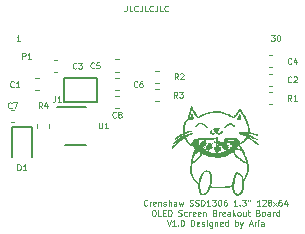
<source format=gbr>
%TF.GenerationSoftware,KiCad,Pcbnew,(5.1.6)-1*%
%TF.CreationDate,2020-09-28T23:29:11+08:00*%
%TF.ProjectId,Crenshaw,4372656e-7368-4617-972e-6b696361645f,rev?*%
%TF.SameCoordinates,Original*%
%TF.FileFunction,Legend,Top*%
%TF.FilePolarity,Positive*%
%FSLAX46Y46*%
G04 Gerber Fmt 4.6, Leading zero omitted, Abs format (unit mm)*
G04 Created by KiCad (PCBNEW (5.1.6)-1) date 2020-09-28 23:29:11*
%MOMM*%
%LPD*%
G01*
G04 APERTURE LIST*
%ADD10C,0.100000*%
%ADD11C,0.120000*%
%ADD12C,0.010000*%
%ADD13C,0.150000*%
G04 APERTURE END LIST*
D10*
X182114285Y-120528571D02*
X182090476Y-120552380D01*
X182019047Y-120576190D01*
X181971428Y-120576190D01*
X181900000Y-120552380D01*
X181852380Y-120504761D01*
X181828571Y-120457142D01*
X181804761Y-120361904D01*
X181804761Y-120290476D01*
X181828571Y-120195238D01*
X181852380Y-120147619D01*
X181900000Y-120100000D01*
X181971428Y-120076190D01*
X182019047Y-120076190D01*
X182090476Y-120100000D01*
X182114285Y-120123809D01*
X182328571Y-120576190D02*
X182328571Y-120242857D01*
X182328571Y-120338095D02*
X182352380Y-120290476D01*
X182376190Y-120266666D01*
X182423809Y-120242857D01*
X182471428Y-120242857D01*
X182828571Y-120552380D02*
X182780952Y-120576190D01*
X182685714Y-120576190D01*
X182638095Y-120552380D01*
X182614285Y-120504761D01*
X182614285Y-120314285D01*
X182638095Y-120266666D01*
X182685714Y-120242857D01*
X182780952Y-120242857D01*
X182828571Y-120266666D01*
X182852380Y-120314285D01*
X182852380Y-120361904D01*
X182614285Y-120409523D01*
X183066666Y-120242857D02*
X183066666Y-120576190D01*
X183066666Y-120290476D02*
X183090476Y-120266666D01*
X183138095Y-120242857D01*
X183209523Y-120242857D01*
X183257142Y-120266666D01*
X183280952Y-120314285D01*
X183280952Y-120576190D01*
X183495238Y-120552380D02*
X183542857Y-120576190D01*
X183638095Y-120576190D01*
X183685714Y-120552380D01*
X183709523Y-120504761D01*
X183709523Y-120480952D01*
X183685714Y-120433333D01*
X183638095Y-120409523D01*
X183566666Y-120409523D01*
X183519047Y-120385714D01*
X183495238Y-120338095D01*
X183495238Y-120314285D01*
X183519047Y-120266666D01*
X183566666Y-120242857D01*
X183638095Y-120242857D01*
X183685714Y-120266666D01*
X183923809Y-120576190D02*
X183923809Y-120076190D01*
X184138095Y-120576190D02*
X184138095Y-120314285D01*
X184114285Y-120266666D01*
X184066666Y-120242857D01*
X183995238Y-120242857D01*
X183947619Y-120266666D01*
X183923809Y-120290476D01*
X184590476Y-120576190D02*
X184590476Y-120314285D01*
X184566666Y-120266666D01*
X184519047Y-120242857D01*
X184423809Y-120242857D01*
X184376190Y-120266666D01*
X184590476Y-120552380D02*
X184542857Y-120576190D01*
X184423809Y-120576190D01*
X184376190Y-120552380D01*
X184352380Y-120504761D01*
X184352380Y-120457142D01*
X184376190Y-120409523D01*
X184423809Y-120385714D01*
X184542857Y-120385714D01*
X184590476Y-120361904D01*
X184780952Y-120242857D02*
X184876190Y-120576190D01*
X184971428Y-120338095D01*
X185066666Y-120576190D01*
X185161904Y-120242857D01*
X185709523Y-120552380D02*
X185780952Y-120576190D01*
X185900000Y-120576190D01*
X185947619Y-120552380D01*
X185971428Y-120528571D01*
X185995238Y-120480952D01*
X185995238Y-120433333D01*
X185971428Y-120385714D01*
X185947619Y-120361904D01*
X185900000Y-120338095D01*
X185804761Y-120314285D01*
X185757142Y-120290476D01*
X185733333Y-120266666D01*
X185709523Y-120219047D01*
X185709523Y-120171428D01*
X185733333Y-120123809D01*
X185757142Y-120100000D01*
X185804761Y-120076190D01*
X185923809Y-120076190D01*
X185995238Y-120100000D01*
X186185714Y-120552380D02*
X186257142Y-120576190D01*
X186376190Y-120576190D01*
X186423809Y-120552380D01*
X186447619Y-120528571D01*
X186471428Y-120480952D01*
X186471428Y-120433333D01*
X186447619Y-120385714D01*
X186423809Y-120361904D01*
X186376190Y-120338095D01*
X186280952Y-120314285D01*
X186233333Y-120290476D01*
X186209523Y-120266666D01*
X186185714Y-120219047D01*
X186185714Y-120171428D01*
X186209523Y-120123809D01*
X186233333Y-120100000D01*
X186280952Y-120076190D01*
X186400000Y-120076190D01*
X186471428Y-120100000D01*
X186685714Y-120576190D02*
X186685714Y-120076190D01*
X186804761Y-120076190D01*
X186876190Y-120100000D01*
X186923809Y-120147619D01*
X186947619Y-120195238D01*
X186971428Y-120290476D01*
X186971428Y-120361904D01*
X186947619Y-120457142D01*
X186923809Y-120504761D01*
X186876190Y-120552380D01*
X186804761Y-120576190D01*
X186685714Y-120576190D01*
X187447619Y-120576190D02*
X187161904Y-120576190D01*
X187304761Y-120576190D02*
X187304761Y-120076190D01*
X187257142Y-120147619D01*
X187209523Y-120195238D01*
X187161904Y-120219047D01*
X187614285Y-120076190D02*
X187923809Y-120076190D01*
X187757142Y-120266666D01*
X187828571Y-120266666D01*
X187876190Y-120290476D01*
X187900000Y-120314285D01*
X187923809Y-120361904D01*
X187923809Y-120480952D01*
X187900000Y-120528571D01*
X187876190Y-120552380D01*
X187828571Y-120576190D01*
X187685714Y-120576190D01*
X187638095Y-120552380D01*
X187614285Y-120528571D01*
X188233333Y-120076190D02*
X188280952Y-120076190D01*
X188328571Y-120100000D01*
X188352380Y-120123809D01*
X188376190Y-120171428D01*
X188400000Y-120266666D01*
X188400000Y-120385714D01*
X188376190Y-120480952D01*
X188352380Y-120528571D01*
X188328571Y-120552380D01*
X188280952Y-120576190D01*
X188233333Y-120576190D01*
X188185714Y-120552380D01*
X188161904Y-120528571D01*
X188138095Y-120480952D01*
X188114285Y-120385714D01*
X188114285Y-120266666D01*
X188138095Y-120171428D01*
X188161904Y-120123809D01*
X188185714Y-120100000D01*
X188233333Y-120076190D01*
X188828571Y-120076190D02*
X188733333Y-120076190D01*
X188685714Y-120100000D01*
X188661904Y-120123809D01*
X188614285Y-120195238D01*
X188590476Y-120290476D01*
X188590476Y-120480952D01*
X188614285Y-120528571D01*
X188638095Y-120552380D01*
X188685714Y-120576190D01*
X188780952Y-120576190D01*
X188828571Y-120552380D01*
X188852380Y-120528571D01*
X188876190Y-120480952D01*
X188876190Y-120361904D01*
X188852380Y-120314285D01*
X188828571Y-120290476D01*
X188780952Y-120266666D01*
X188685714Y-120266666D01*
X188638095Y-120290476D01*
X188614285Y-120314285D01*
X188590476Y-120361904D01*
X189733333Y-120576190D02*
X189447619Y-120576190D01*
X189590476Y-120576190D02*
X189590476Y-120076190D01*
X189542857Y-120147619D01*
X189495238Y-120195238D01*
X189447619Y-120219047D01*
X189947619Y-120528571D02*
X189971428Y-120552380D01*
X189947619Y-120576190D01*
X189923809Y-120552380D01*
X189947619Y-120528571D01*
X189947619Y-120576190D01*
X190138095Y-120076190D02*
X190447619Y-120076190D01*
X190280952Y-120266666D01*
X190352380Y-120266666D01*
X190400000Y-120290476D01*
X190423809Y-120314285D01*
X190447619Y-120361904D01*
X190447619Y-120480952D01*
X190423809Y-120528571D01*
X190400000Y-120552380D01*
X190352380Y-120576190D01*
X190209523Y-120576190D01*
X190161904Y-120552380D01*
X190138095Y-120528571D01*
X190638095Y-120076190D02*
X190638095Y-120171428D01*
X190828571Y-120076190D02*
X190828571Y-120171428D01*
X191685714Y-120576190D02*
X191400000Y-120576190D01*
X191542857Y-120576190D02*
X191542857Y-120076190D01*
X191495238Y-120147619D01*
X191447619Y-120195238D01*
X191400000Y-120219047D01*
X191876190Y-120123809D02*
X191900000Y-120100000D01*
X191947619Y-120076190D01*
X192066666Y-120076190D01*
X192114285Y-120100000D01*
X192138095Y-120123809D01*
X192161904Y-120171428D01*
X192161904Y-120219047D01*
X192138095Y-120290476D01*
X191852380Y-120576190D01*
X192161904Y-120576190D01*
X192447619Y-120290476D02*
X192400000Y-120266666D01*
X192376190Y-120242857D01*
X192352380Y-120195238D01*
X192352380Y-120171428D01*
X192376190Y-120123809D01*
X192400000Y-120100000D01*
X192447619Y-120076190D01*
X192542857Y-120076190D01*
X192590476Y-120100000D01*
X192614285Y-120123809D01*
X192638095Y-120171428D01*
X192638095Y-120195238D01*
X192614285Y-120242857D01*
X192590476Y-120266666D01*
X192542857Y-120290476D01*
X192447619Y-120290476D01*
X192400000Y-120314285D01*
X192376190Y-120338095D01*
X192352380Y-120385714D01*
X192352380Y-120480952D01*
X192376190Y-120528571D01*
X192400000Y-120552380D01*
X192447619Y-120576190D01*
X192542857Y-120576190D01*
X192590476Y-120552380D01*
X192614285Y-120528571D01*
X192638095Y-120480952D01*
X192638095Y-120385714D01*
X192614285Y-120338095D01*
X192590476Y-120314285D01*
X192542857Y-120290476D01*
X192804761Y-120576190D02*
X193066666Y-120242857D01*
X192804761Y-120242857D02*
X193066666Y-120576190D01*
X193471428Y-120076190D02*
X193376190Y-120076190D01*
X193328571Y-120100000D01*
X193304761Y-120123809D01*
X193257142Y-120195238D01*
X193233333Y-120290476D01*
X193233333Y-120480952D01*
X193257142Y-120528571D01*
X193280952Y-120552380D01*
X193328571Y-120576190D01*
X193423809Y-120576190D01*
X193471428Y-120552380D01*
X193495238Y-120528571D01*
X193519047Y-120480952D01*
X193519047Y-120361904D01*
X193495238Y-120314285D01*
X193471428Y-120290476D01*
X193423809Y-120266666D01*
X193328571Y-120266666D01*
X193280952Y-120290476D01*
X193257142Y-120314285D01*
X193233333Y-120361904D01*
X193947619Y-120242857D02*
X193947619Y-120576190D01*
X193828571Y-120052380D02*
X193709523Y-120409523D01*
X194019047Y-120409523D01*
X182614285Y-120926190D02*
X182709523Y-120926190D01*
X182757142Y-120950000D01*
X182804761Y-120997619D01*
X182828571Y-121092857D01*
X182828571Y-121259523D01*
X182804761Y-121354761D01*
X182757142Y-121402380D01*
X182709523Y-121426190D01*
X182614285Y-121426190D01*
X182566666Y-121402380D01*
X182519047Y-121354761D01*
X182495238Y-121259523D01*
X182495238Y-121092857D01*
X182519047Y-120997619D01*
X182566666Y-120950000D01*
X182614285Y-120926190D01*
X183280952Y-121426190D02*
X183042857Y-121426190D01*
X183042857Y-120926190D01*
X183447619Y-121164285D02*
X183614285Y-121164285D01*
X183685714Y-121426190D02*
X183447619Y-121426190D01*
X183447619Y-120926190D01*
X183685714Y-120926190D01*
X183900000Y-121426190D02*
X183900000Y-120926190D01*
X184019047Y-120926190D01*
X184090476Y-120950000D01*
X184138095Y-120997619D01*
X184161904Y-121045238D01*
X184185714Y-121140476D01*
X184185714Y-121211904D01*
X184161904Y-121307142D01*
X184138095Y-121354761D01*
X184090476Y-121402380D01*
X184019047Y-121426190D01*
X183900000Y-121426190D01*
X184757142Y-121402380D02*
X184828571Y-121426190D01*
X184947619Y-121426190D01*
X184995238Y-121402380D01*
X185019047Y-121378571D01*
X185042857Y-121330952D01*
X185042857Y-121283333D01*
X185019047Y-121235714D01*
X184995238Y-121211904D01*
X184947619Y-121188095D01*
X184852380Y-121164285D01*
X184804761Y-121140476D01*
X184780952Y-121116666D01*
X184757142Y-121069047D01*
X184757142Y-121021428D01*
X184780952Y-120973809D01*
X184804761Y-120950000D01*
X184852380Y-120926190D01*
X184971428Y-120926190D01*
X185042857Y-120950000D01*
X185471428Y-121402380D02*
X185423809Y-121426190D01*
X185328571Y-121426190D01*
X185280952Y-121402380D01*
X185257142Y-121378571D01*
X185233333Y-121330952D01*
X185233333Y-121188095D01*
X185257142Y-121140476D01*
X185280952Y-121116666D01*
X185328571Y-121092857D01*
X185423809Y-121092857D01*
X185471428Y-121116666D01*
X185685714Y-121426190D02*
X185685714Y-121092857D01*
X185685714Y-121188095D02*
X185709523Y-121140476D01*
X185733333Y-121116666D01*
X185780952Y-121092857D01*
X185828571Y-121092857D01*
X186185714Y-121402380D02*
X186138095Y-121426190D01*
X186042857Y-121426190D01*
X185995238Y-121402380D01*
X185971428Y-121354761D01*
X185971428Y-121164285D01*
X185995238Y-121116666D01*
X186042857Y-121092857D01*
X186138095Y-121092857D01*
X186185714Y-121116666D01*
X186209523Y-121164285D01*
X186209523Y-121211904D01*
X185971428Y-121259523D01*
X186614285Y-121402380D02*
X186566666Y-121426190D01*
X186471428Y-121426190D01*
X186423809Y-121402380D01*
X186400000Y-121354761D01*
X186400000Y-121164285D01*
X186423809Y-121116666D01*
X186471428Y-121092857D01*
X186566666Y-121092857D01*
X186614285Y-121116666D01*
X186638095Y-121164285D01*
X186638095Y-121211904D01*
X186400000Y-121259523D01*
X186852380Y-121092857D02*
X186852380Y-121426190D01*
X186852380Y-121140476D02*
X186876190Y-121116666D01*
X186923809Y-121092857D01*
X186995238Y-121092857D01*
X187042857Y-121116666D01*
X187066666Y-121164285D01*
X187066666Y-121426190D01*
X187852380Y-121164285D02*
X187923809Y-121188095D01*
X187947619Y-121211904D01*
X187971428Y-121259523D01*
X187971428Y-121330952D01*
X187947619Y-121378571D01*
X187923809Y-121402380D01*
X187876190Y-121426190D01*
X187685714Y-121426190D01*
X187685714Y-120926190D01*
X187852380Y-120926190D01*
X187900000Y-120950000D01*
X187923809Y-120973809D01*
X187947619Y-121021428D01*
X187947619Y-121069047D01*
X187923809Y-121116666D01*
X187900000Y-121140476D01*
X187852380Y-121164285D01*
X187685714Y-121164285D01*
X188185714Y-121426190D02*
X188185714Y-121092857D01*
X188185714Y-121188095D02*
X188209523Y-121140476D01*
X188233333Y-121116666D01*
X188280952Y-121092857D01*
X188328571Y-121092857D01*
X188685714Y-121402380D02*
X188638095Y-121426190D01*
X188542857Y-121426190D01*
X188495238Y-121402380D01*
X188471428Y-121354761D01*
X188471428Y-121164285D01*
X188495238Y-121116666D01*
X188542857Y-121092857D01*
X188638095Y-121092857D01*
X188685714Y-121116666D01*
X188709523Y-121164285D01*
X188709523Y-121211904D01*
X188471428Y-121259523D01*
X189138095Y-121426190D02*
X189138095Y-121164285D01*
X189114285Y-121116666D01*
X189066666Y-121092857D01*
X188971428Y-121092857D01*
X188923809Y-121116666D01*
X189138095Y-121402380D02*
X189090476Y-121426190D01*
X188971428Y-121426190D01*
X188923809Y-121402380D01*
X188900000Y-121354761D01*
X188900000Y-121307142D01*
X188923809Y-121259523D01*
X188971428Y-121235714D01*
X189090476Y-121235714D01*
X189138095Y-121211904D01*
X189376190Y-121426190D02*
X189376190Y-120926190D01*
X189423809Y-121235714D02*
X189566666Y-121426190D01*
X189566666Y-121092857D02*
X189376190Y-121283333D01*
X189852380Y-121426190D02*
X189804761Y-121402380D01*
X189780952Y-121378571D01*
X189757142Y-121330952D01*
X189757142Y-121188095D01*
X189780952Y-121140476D01*
X189804761Y-121116666D01*
X189852380Y-121092857D01*
X189923809Y-121092857D01*
X189971428Y-121116666D01*
X189995238Y-121140476D01*
X190019047Y-121188095D01*
X190019047Y-121330952D01*
X189995238Y-121378571D01*
X189971428Y-121402380D01*
X189923809Y-121426190D01*
X189852380Y-121426190D01*
X190447619Y-121092857D02*
X190447619Y-121426190D01*
X190233333Y-121092857D02*
X190233333Y-121354761D01*
X190257142Y-121402380D01*
X190304761Y-121426190D01*
X190376190Y-121426190D01*
X190423809Y-121402380D01*
X190447619Y-121378571D01*
X190614285Y-121092857D02*
X190804761Y-121092857D01*
X190685714Y-120926190D02*
X190685714Y-121354761D01*
X190709523Y-121402380D01*
X190757142Y-121426190D01*
X190804761Y-121426190D01*
X191519047Y-121164285D02*
X191590476Y-121188095D01*
X191614285Y-121211904D01*
X191638095Y-121259523D01*
X191638095Y-121330952D01*
X191614285Y-121378571D01*
X191590476Y-121402380D01*
X191542857Y-121426190D01*
X191352380Y-121426190D01*
X191352380Y-120926190D01*
X191519047Y-120926190D01*
X191566666Y-120950000D01*
X191590476Y-120973809D01*
X191614285Y-121021428D01*
X191614285Y-121069047D01*
X191590476Y-121116666D01*
X191566666Y-121140476D01*
X191519047Y-121164285D01*
X191352380Y-121164285D01*
X191923809Y-121426190D02*
X191876190Y-121402380D01*
X191852380Y-121378571D01*
X191828571Y-121330952D01*
X191828571Y-121188095D01*
X191852380Y-121140476D01*
X191876190Y-121116666D01*
X191923809Y-121092857D01*
X191995238Y-121092857D01*
X192042857Y-121116666D01*
X192066666Y-121140476D01*
X192090476Y-121188095D01*
X192090476Y-121330952D01*
X192066666Y-121378571D01*
X192042857Y-121402380D01*
X191995238Y-121426190D01*
X191923809Y-121426190D01*
X192519047Y-121426190D02*
X192519047Y-121164285D01*
X192495238Y-121116666D01*
X192447619Y-121092857D01*
X192352380Y-121092857D01*
X192304761Y-121116666D01*
X192519047Y-121402380D02*
X192471428Y-121426190D01*
X192352380Y-121426190D01*
X192304761Y-121402380D01*
X192280952Y-121354761D01*
X192280952Y-121307142D01*
X192304761Y-121259523D01*
X192352380Y-121235714D01*
X192471428Y-121235714D01*
X192519047Y-121211904D01*
X192757142Y-121426190D02*
X192757142Y-121092857D01*
X192757142Y-121188095D02*
X192780952Y-121140476D01*
X192804761Y-121116666D01*
X192852380Y-121092857D01*
X192900000Y-121092857D01*
X193280952Y-121426190D02*
X193280952Y-120926190D01*
X193280952Y-121402380D02*
X193233333Y-121426190D01*
X193138095Y-121426190D01*
X193090476Y-121402380D01*
X193066666Y-121378571D01*
X193042857Y-121330952D01*
X193042857Y-121188095D01*
X193066666Y-121140476D01*
X193090476Y-121116666D01*
X193138095Y-121092857D01*
X193233333Y-121092857D01*
X193280952Y-121116666D01*
X183757142Y-121776190D02*
X183923809Y-122276190D01*
X184090476Y-121776190D01*
X184519047Y-122276190D02*
X184233333Y-122276190D01*
X184376190Y-122276190D02*
X184376190Y-121776190D01*
X184328571Y-121847619D01*
X184280952Y-121895238D01*
X184233333Y-121919047D01*
X184733333Y-122228571D02*
X184757142Y-122252380D01*
X184733333Y-122276190D01*
X184709523Y-122252380D01*
X184733333Y-122228571D01*
X184733333Y-122276190D01*
X185066666Y-121776190D02*
X185114285Y-121776190D01*
X185161904Y-121800000D01*
X185185714Y-121823809D01*
X185209523Y-121871428D01*
X185233333Y-121966666D01*
X185233333Y-122085714D01*
X185209523Y-122180952D01*
X185185714Y-122228571D01*
X185161904Y-122252380D01*
X185114285Y-122276190D01*
X185066666Y-122276190D01*
X185019047Y-122252380D01*
X184995238Y-122228571D01*
X184971428Y-122180952D01*
X184947619Y-122085714D01*
X184947619Y-121966666D01*
X184971428Y-121871428D01*
X184995238Y-121823809D01*
X185019047Y-121800000D01*
X185066666Y-121776190D01*
X185828571Y-122276190D02*
X185828571Y-121776190D01*
X185947619Y-121776190D01*
X186019047Y-121800000D01*
X186066666Y-121847619D01*
X186090476Y-121895238D01*
X186114285Y-121990476D01*
X186114285Y-122061904D01*
X186090476Y-122157142D01*
X186066666Y-122204761D01*
X186019047Y-122252380D01*
X185947619Y-122276190D01*
X185828571Y-122276190D01*
X186519047Y-122252380D02*
X186471428Y-122276190D01*
X186376190Y-122276190D01*
X186328571Y-122252380D01*
X186304761Y-122204761D01*
X186304761Y-122014285D01*
X186328571Y-121966666D01*
X186376190Y-121942857D01*
X186471428Y-121942857D01*
X186519047Y-121966666D01*
X186542857Y-122014285D01*
X186542857Y-122061904D01*
X186304761Y-122109523D01*
X186733333Y-122252380D02*
X186780952Y-122276190D01*
X186876190Y-122276190D01*
X186923809Y-122252380D01*
X186947619Y-122204761D01*
X186947619Y-122180952D01*
X186923809Y-122133333D01*
X186876190Y-122109523D01*
X186804761Y-122109523D01*
X186757142Y-122085714D01*
X186733333Y-122038095D01*
X186733333Y-122014285D01*
X186757142Y-121966666D01*
X186804761Y-121942857D01*
X186876190Y-121942857D01*
X186923809Y-121966666D01*
X187161904Y-122276190D02*
X187161904Y-121942857D01*
X187161904Y-121776190D02*
X187138095Y-121800000D01*
X187161904Y-121823809D01*
X187185714Y-121800000D01*
X187161904Y-121776190D01*
X187161904Y-121823809D01*
X187614285Y-121942857D02*
X187614285Y-122347619D01*
X187590476Y-122395238D01*
X187566666Y-122419047D01*
X187519047Y-122442857D01*
X187447619Y-122442857D01*
X187400000Y-122419047D01*
X187614285Y-122252380D02*
X187566666Y-122276190D01*
X187471428Y-122276190D01*
X187423809Y-122252380D01*
X187400000Y-122228571D01*
X187376190Y-122180952D01*
X187376190Y-122038095D01*
X187400000Y-121990476D01*
X187423809Y-121966666D01*
X187471428Y-121942857D01*
X187566666Y-121942857D01*
X187614285Y-121966666D01*
X187852380Y-121942857D02*
X187852380Y-122276190D01*
X187852380Y-121990476D02*
X187876190Y-121966666D01*
X187923809Y-121942857D01*
X187995238Y-121942857D01*
X188042857Y-121966666D01*
X188066666Y-122014285D01*
X188066666Y-122276190D01*
X188495238Y-122252380D02*
X188447619Y-122276190D01*
X188352380Y-122276190D01*
X188304761Y-122252380D01*
X188280952Y-122204761D01*
X188280952Y-122014285D01*
X188304761Y-121966666D01*
X188352380Y-121942857D01*
X188447619Y-121942857D01*
X188495238Y-121966666D01*
X188519047Y-122014285D01*
X188519047Y-122061904D01*
X188280952Y-122109523D01*
X188947619Y-122276190D02*
X188947619Y-121776190D01*
X188947619Y-122252380D02*
X188900000Y-122276190D01*
X188804761Y-122276190D01*
X188757142Y-122252380D01*
X188733333Y-122228571D01*
X188709523Y-122180952D01*
X188709523Y-122038095D01*
X188733333Y-121990476D01*
X188757142Y-121966666D01*
X188804761Y-121942857D01*
X188900000Y-121942857D01*
X188947619Y-121966666D01*
X189566666Y-122276190D02*
X189566666Y-121776190D01*
X189566666Y-121966666D02*
X189614285Y-121942857D01*
X189709523Y-121942857D01*
X189757142Y-121966666D01*
X189780952Y-121990476D01*
X189804761Y-122038095D01*
X189804761Y-122180952D01*
X189780952Y-122228571D01*
X189757142Y-122252380D01*
X189709523Y-122276190D01*
X189614285Y-122276190D01*
X189566666Y-122252380D01*
X189971428Y-121942857D02*
X190090476Y-122276190D01*
X190209523Y-121942857D02*
X190090476Y-122276190D01*
X190042857Y-122395238D01*
X190019047Y-122419047D01*
X189971428Y-122442857D01*
X190757142Y-122133333D02*
X190995238Y-122133333D01*
X190709523Y-122276190D02*
X190876190Y-121776190D01*
X191042857Y-122276190D01*
X191209523Y-122276190D02*
X191209523Y-121942857D01*
X191209523Y-122038095D02*
X191233333Y-121990476D01*
X191257142Y-121966666D01*
X191304761Y-121942857D01*
X191352380Y-121942857D01*
X191519047Y-122276190D02*
X191519047Y-121942857D01*
X191519047Y-121776190D02*
X191495238Y-121800000D01*
X191519047Y-121823809D01*
X191542857Y-121800000D01*
X191519047Y-121776190D01*
X191519047Y-121823809D01*
X191971428Y-122276190D02*
X191971428Y-122014285D01*
X191947619Y-121966666D01*
X191900000Y-121942857D01*
X191804761Y-121942857D01*
X191757142Y-121966666D01*
X191971428Y-122252380D02*
X191923809Y-122276190D01*
X191804761Y-122276190D01*
X191757142Y-122252380D01*
X191733333Y-122204761D01*
X191733333Y-122157142D01*
X191757142Y-122109523D01*
X191804761Y-122085714D01*
X191923809Y-122085714D01*
X191971428Y-122061904D01*
X180383333Y-103626190D02*
X180383333Y-103983333D01*
X180359523Y-104054761D01*
X180311904Y-104102380D01*
X180240476Y-104126190D01*
X180192857Y-104126190D01*
X180859523Y-104126190D02*
X180621428Y-104126190D01*
X180621428Y-103626190D01*
X181311904Y-104078571D02*
X181288095Y-104102380D01*
X181216666Y-104126190D01*
X181169047Y-104126190D01*
X181097619Y-104102380D01*
X181050000Y-104054761D01*
X181026190Y-104007142D01*
X181002380Y-103911904D01*
X181002380Y-103840476D01*
X181026190Y-103745238D01*
X181050000Y-103697619D01*
X181097619Y-103650000D01*
X181169047Y-103626190D01*
X181216666Y-103626190D01*
X181288095Y-103650000D01*
X181311904Y-103673809D01*
X181669047Y-103626190D02*
X181669047Y-103983333D01*
X181645238Y-104054761D01*
X181597619Y-104102380D01*
X181526190Y-104126190D01*
X181478571Y-104126190D01*
X182145238Y-104126190D02*
X181907142Y-104126190D01*
X181907142Y-103626190D01*
X182597619Y-104078571D02*
X182573809Y-104102380D01*
X182502380Y-104126190D01*
X182454761Y-104126190D01*
X182383333Y-104102380D01*
X182335714Y-104054761D01*
X182311904Y-104007142D01*
X182288095Y-103911904D01*
X182288095Y-103840476D01*
X182311904Y-103745238D01*
X182335714Y-103697619D01*
X182383333Y-103650000D01*
X182454761Y-103626190D01*
X182502380Y-103626190D01*
X182573809Y-103650000D01*
X182597619Y-103673809D01*
X182954761Y-103626190D02*
X182954761Y-103983333D01*
X182930952Y-104054761D01*
X182883333Y-104102380D01*
X182811904Y-104126190D01*
X182764285Y-104126190D01*
X183430952Y-104126190D02*
X183192857Y-104126190D01*
X183192857Y-103626190D01*
X183883333Y-104078571D02*
X183859523Y-104102380D01*
X183788095Y-104126190D01*
X183740476Y-104126190D01*
X183669047Y-104102380D01*
X183621428Y-104054761D01*
X183597619Y-104007142D01*
X183573809Y-103911904D01*
X183573809Y-103840476D01*
X183597619Y-103745238D01*
X183621428Y-103697619D01*
X183669047Y-103650000D01*
X183740476Y-103626190D01*
X183788095Y-103626190D01*
X183859523Y-103650000D01*
X183883333Y-103673809D01*
D11*
%TO.C,R4*%
X172789997Y-113637222D02*
X172789997Y-113962780D01*
X173809997Y-113637222D02*
X173809997Y-113962780D01*
%TO.C,R3*%
X182787220Y-111710000D02*
X183112778Y-111710000D01*
X182787220Y-110690000D02*
X183112778Y-110690000D01*
%TO.C,R2*%
X182787221Y-110160000D02*
X183112779Y-110160000D01*
X182787221Y-109140000D02*
X183112779Y-109140000D01*
%TO.C,R1*%
X192387221Y-111960000D02*
X192712779Y-111960000D01*
X192387221Y-110940000D02*
X192712779Y-110940000D01*
%TO.C,C8*%
X179387221Y-112310000D02*
X179712779Y-112310000D01*
X179387221Y-111290000D02*
X179712779Y-111290000D01*
%TO.C,C7*%
X170875279Y-112490000D02*
X170549721Y-112490000D01*
X170875279Y-113510000D02*
X170549721Y-113510000D01*
%TO.C,C6*%
X179387220Y-110759998D02*
X179712778Y-110759998D01*
X179387220Y-109739998D02*
X179712778Y-109739998D01*
%TO.C,C5*%
X179387222Y-109209999D02*
X179712780Y-109209999D01*
X179387222Y-108189999D02*
X179712780Y-108189999D01*
%TO.C,C4*%
X192712780Y-107840001D02*
X192387222Y-107840001D01*
X192712780Y-108860001D02*
X192387222Y-108860001D01*
%TO.C,C3*%
X174512779Y-108240000D02*
X174187221Y-108240000D01*
X174512779Y-109260000D02*
X174187221Y-109260000D01*
%TO.C,C2*%
X192712780Y-109390000D02*
X192387222Y-109390000D01*
X192712780Y-110410000D02*
X192387222Y-110410000D01*
%TO.C,C1*%
X172950279Y-109790000D02*
X172624721Y-109790000D01*
X172950279Y-110810000D02*
X172624721Y-110810000D01*
D12*
%TO.C,G\u002A\u002A\u002A*%
G36*
X189934163Y-112851137D02*
G01*
X189946735Y-112881999D01*
X189955850Y-112940219D01*
X189962499Y-113031348D01*
X189966200Y-113117250D01*
X189969250Y-113201916D01*
X189863416Y-113205220D01*
X189793258Y-113205126D01*
X189736048Y-113201120D01*
X189718651Y-113198013D01*
X189693228Y-113188160D01*
X189695962Y-113171299D01*
X189720890Y-113141792D01*
X189743113Y-113115237D01*
X189764166Y-113083986D01*
X189789233Y-113038934D01*
X189823499Y-112970978D01*
X189855407Y-112905583D01*
X189884950Y-112862089D01*
X189915126Y-112842209D01*
X189917144Y-112842083D01*
X189934163Y-112851137D01*
G37*
X189934163Y-112851137D02*
X189946735Y-112881999D01*
X189955850Y-112940219D01*
X189962499Y-113031348D01*
X189966200Y-113117250D01*
X189969250Y-113201916D01*
X189863416Y-113205220D01*
X189793258Y-113205126D01*
X189736048Y-113201120D01*
X189718651Y-113198013D01*
X189693228Y-113188160D01*
X189695962Y-113171299D01*
X189720890Y-113141792D01*
X189743113Y-113115237D01*
X189764166Y-113083986D01*
X189789233Y-113038934D01*
X189823499Y-112970978D01*
X189855407Y-112905583D01*
X189884950Y-112862089D01*
X189915126Y-112842209D01*
X189917144Y-112842083D01*
X189934163Y-112851137D01*
G36*
X185851143Y-112813464D02*
G01*
X185871714Y-112836430D01*
X185900720Y-112887852D01*
X185932919Y-112956124D01*
X185963071Y-113029639D01*
X185985934Y-113096791D01*
X185994145Y-113130118D01*
X185996455Y-113164780D01*
X185980389Y-113185823D01*
X185936284Y-113202196D01*
X185908421Y-113209493D01*
X185826468Y-113227777D01*
X185776252Y-113231916D01*
X185749569Y-113221797D01*
X185740849Y-113207208D01*
X185741560Y-113171659D01*
X185754661Y-113115854D01*
X185760252Y-113098713D01*
X185779570Y-113023416D01*
X185788989Y-112947852D01*
X185789157Y-112939963D01*
X185797170Y-112866114D01*
X185818529Y-112821869D01*
X185850309Y-112813196D01*
X185851143Y-112813464D01*
G37*
X185851143Y-112813464D02*
X185871714Y-112836430D01*
X185900720Y-112887852D01*
X185932919Y-112956124D01*
X185963071Y-113029639D01*
X185985934Y-113096791D01*
X185994145Y-113130118D01*
X185996455Y-113164780D01*
X185980389Y-113185823D01*
X185936284Y-113202196D01*
X185908421Y-113209493D01*
X185826468Y-113227777D01*
X185776252Y-113231916D01*
X185749569Y-113221797D01*
X185740849Y-113207208D01*
X185741560Y-113171659D01*
X185754661Y-113115854D01*
X185760252Y-113098713D01*
X185779570Y-113023416D01*
X185788989Y-112947852D01*
X185789157Y-112939963D01*
X185797170Y-112866114D01*
X185818529Y-112821869D01*
X185850309Y-112813196D01*
X185851143Y-112813464D01*
G36*
X186671598Y-113558921D02*
G01*
X186677614Y-113559707D01*
X186751676Y-113580761D01*
X186837173Y-113622004D01*
X186925742Y-113677146D01*
X187009021Y-113739899D01*
X187078647Y-113803971D01*
X187126258Y-113863073D01*
X187143500Y-113910142D01*
X187133061Y-113931648D01*
X187103539Y-113918401D01*
X187057624Y-113871954D01*
X187040023Y-113850475D01*
X186958027Y-113764915D01*
X186859696Y-113689541D01*
X186757425Y-113632322D01*
X186663611Y-113601221D01*
X186648738Y-113599029D01*
X186541318Y-113608113D01*
X186431448Y-113658913D01*
X186320062Y-113750947D01*
X186288623Y-113784159D01*
X186232199Y-113837702D01*
X186187653Y-113862308D01*
X186173977Y-113862761D01*
X186163457Y-113851353D01*
X186177000Y-113824586D01*
X186217591Y-113778215D01*
X186271265Y-113724423D01*
X186374358Y-113635278D01*
X186469053Y-113580571D01*
X186564938Y-113556414D01*
X186671598Y-113558921D01*
G37*
X186671598Y-113558921D02*
X186677614Y-113559707D01*
X186751676Y-113580761D01*
X186837173Y-113622004D01*
X186925742Y-113677146D01*
X187009021Y-113739899D01*
X187078647Y-113803971D01*
X187126258Y-113863073D01*
X187143500Y-113910142D01*
X187133061Y-113931648D01*
X187103539Y-113918401D01*
X187057624Y-113871954D01*
X187040023Y-113850475D01*
X186958027Y-113764915D01*
X186859696Y-113689541D01*
X186757425Y-113632322D01*
X186663611Y-113601221D01*
X186648738Y-113599029D01*
X186541318Y-113608113D01*
X186431448Y-113658913D01*
X186320062Y-113750947D01*
X186288623Y-113784159D01*
X186232199Y-113837702D01*
X186187653Y-113862308D01*
X186173977Y-113862761D01*
X186163457Y-113851353D01*
X186177000Y-113824586D01*
X186217591Y-113778215D01*
X186271265Y-113724423D01*
X186374358Y-113635278D01*
X186469053Y-113580571D01*
X186564938Y-113556414D01*
X186671598Y-113558921D01*
G36*
X189188030Y-113602677D02*
G01*
X189278004Y-113634135D01*
X189333314Y-113668723D01*
X189392687Y-113715370D01*
X189445839Y-113764686D01*
X189482482Y-113807284D01*
X189493000Y-113830351D01*
X189480698Y-113847599D01*
X189445098Y-113831922D01*
X189388163Y-113784368D01*
X189365154Y-113761988D01*
X189307731Y-113710341D01*
X189252805Y-113670233D01*
X189226193Y-113656154D01*
X189116909Y-113636443D01*
X189002938Y-113656821D01*
X188887415Y-113715774D01*
X188773478Y-113811787D01*
X188682082Y-113918910D01*
X188648234Y-113940442D01*
X188627524Y-113934001D01*
X188618103Y-113917118D01*
X188631402Y-113887152D01*
X188670907Y-113837997D01*
X188701608Y-113804283D01*
X188818823Y-113700375D01*
X188942331Y-113631145D01*
X189067083Y-113598082D01*
X189188030Y-113602677D01*
G37*
X189188030Y-113602677D02*
X189278004Y-113634135D01*
X189333314Y-113668723D01*
X189392687Y-113715370D01*
X189445839Y-113764686D01*
X189482482Y-113807284D01*
X189493000Y-113830351D01*
X189480698Y-113847599D01*
X189445098Y-113831922D01*
X189388163Y-113784368D01*
X189365154Y-113761988D01*
X189307731Y-113710341D01*
X189252805Y-113670233D01*
X189226193Y-113656154D01*
X189116909Y-113636443D01*
X189002938Y-113656821D01*
X188887415Y-113715774D01*
X188773478Y-113811787D01*
X188682082Y-113918910D01*
X188648234Y-113940442D01*
X188627524Y-113934001D01*
X188618103Y-113917118D01*
X188631402Y-113887152D01*
X188670907Y-113837997D01*
X188701608Y-113804283D01*
X188818823Y-113700375D01*
X188942331Y-113631145D01*
X189067083Y-113598082D01*
X189188030Y-113602677D01*
G36*
X188124850Y-113981090D02*
G01*
X188164875Y-113990915D01*
X188170155Y-113995783D01*
X188164183Y-114020846D01*
X188137754Y-114066546D01*
X188098763Y-114122080D01*
X188055102Y-114176648D01*
X188014665Y-114219448D01*
X187995458Y-114234843D01*
X187971419Y-114270559D01*
X187976754Y-114318691D01*
X188004945Y-114369207D01*
X188049472Y-114412076D01*
X188103817Y-114437267D01*
X188128880Y-114440166D01*
X188225668Y-114420315D01*
X188310085Y-114366019D01*
X188367399Y-114289774D01*
X188395058Y-114240814D01*
X188412841Y-114228491D01*
X188421647Y-114240369D01*
X188433972Y-114287440D01*
X188426275Y-114306524D01*
X188413500Y-114302583D01*
X188393995Y-114304261D01*
X188392333Y-114311917D01*
X188388234Y-114356208D01*
X188368074Y-114389286D01*
X188358769Y-114399838D01*
X188302082Y-114438743D01*
X188221904Y-114466314D01*
X188136606Y-114477513D01*
X188088686Y-114473926D01*
X188011650Y-114441350D01*
X187960434Y-114396371D01*
X187924738Y-114356700D01*
X187901963Y-114346327D01*
X187878411Y-114361630D01*
X187867915Y-114371918D01*
X187777148Y-114442633D01*
X187683497Y-114480083D01*
X187593983Y-114483172D01*
X187515629Y-114450805D01*
X187491787Y-114430545D01*
X187451137Y-114378166D01*
X187443101Y-114326329D01*
X187466112Y-114260545D01*
X187472126Y-114248615D01*
X187503737Y-114199217D01*
X187525187Y-114190258D01*
X187534929Y-114220731D01*
X187531681Y-114287412D01*
X187527705Y-114356884D01*
X187537989Y-114398483D01*
X187553910Y-114417058D01*
X187616003Y-114443503D01*
X187688654Y-114436256D01*
X187761965Y-114398693D01*
X187826042Y-114334187D01*
X187835036Y-114321195D01*
X187858077Y-114281792D01*
X187856400Y-114261086D01*
X187834715Y-114246010D01*
X187804356Y-114218926D01*
X187767783Y-114173291D01*
X187762239Y-114165000D01*
X187820833Y-114165000D01*
X187836940Y-114185551D01*
X187842000Y-114186166D01*
X187862551Y-114170059D01*
X187863166Y-114165000D01*
X187847059Y-114144448D01*
X187842000Y-114143833D01*
X187821448Y-114159940D01*
X187820833Y-114165000D01*
X187762239Y-114165000D01*
X187732977Y-114121244D01*
X187707919Y-114074923D01*
X187700590Y-114046468D01*
X187701912Y-114044031D01*
X187739455Y-114024667D01*
X187804765Y-114007350D01*
X187886901Y-113993206D01*
X187974921Y-113983363D01*
X188057885Y-113978949D01*
X188124850Y-113981090D01*
G37*
X188124850Y-113981090D02*
X188164875Y-113990915D01*
X188170155Y-113995783D01*
X188164183Y-114020846D01*
X188137754Y-114066546D01*
X188098763Y-114122080D01*
X188055102Y-114176648D01*
X188014665Y-114219448D01*
X187995458Y-114234843D01*
X187971419Y-114270559D01*
X187976754Y-114318691D01*
X188004945Y-114369207D01*
X188049472Y-114412076D01*
X188103817Y-114437267D01*
X188128880Y-114440166D01*
X188225668Y-114420315D01*
X188310085Y-114366019D01*
X188367399Y-114289774D01*
X188395058Y-114240814D01*
X188412841Y-114228491D01*
X188421647Y-114240369D01*
X188433972Y-114287440D01*
X188426275Y-114306524D01*
X188413500Y-114302583D01*
X188393995Y-114304261D01*
X188392333Y-114311917D01*
X188388234Y-114356208D01*
X188368074Y-114389286D01*
X188358769Y-114399838D01*
X188302082Y-114438743D01*
X188221904Y-114466314D01*
X188136606Y-114477513D01*
X188088686Y-114473926D01*
X188011650Y-114441350D01*
X187960434Y-114396371D01*
X187924738Y-114356700D01*
X187901963Y-114346327D01*
X187878411Y-114361630D01*
X187867915Y-114371918D01*
X187777148Y-114442633D01*
X187683497Y-114480083D01*
X187593983Y-114483172D01*
X187515629Y-114450805D01*
X187491787Y-114430545D01*
X187451137Y-114378166D01*
X187443101Y-114326329D01*
X187466112Y-114260545D01*
X187472126Y-114248615D01*
X187503737Y-114199217D01*
X187525187Y-114190258D01*
X187534929Y-114220731D01*
X187531681Y-114287412D01*
X187527705Y-114356884D01*
X187537989Y-114398483D01*
X187553910Y-114417058D01*
X187616003Y-114443503D01*
X187688654Y-114436256D01*
X187761965Y-114398693D01*
X187826042Y-114334187D01*
X187835036Y-114321195D01*
X187858077Y-114281792D01*
X187856400Y-114261086D01*
X187834715Y-114246010D01*
X187804356Y-114218926D01*
X187767783Y-114173291D01*
X187762239Y-114165000D01*
X187820833Y-114165000D01*
X187836940Y-114185551D01*
X187842000Y-114186166D01*
X187862551Y-114170059D01*
X187863166Y-114165000D01*
X187847059Y-114144448D01*
X187842000Y-114143833D01*
X187821448Y-114159940D01*
X187820833Y-114165000D01*
X187762239Y-114165000D01*
X187732977Y-114121244D01*
X187707919Y-114074923D01*
X187700590Y-114046468D01*
X187701912Y-114044031D01*
X187739455Y-114024667D01*
X187804765Y-114007350D01*
X187886901Y-113993206D01*
X187974921Y-113983363D01*
X188057885Y-113978949D01*
X188124850Y-113981090D01*
G36*
X189281333Y-114937583D02*
G01*
X189270750Y-114948166D01*
X189260166Y-114937583D01*
X189270750Y-114927000D01*
X189281333Y-114937583D01*
G37*
X189281333Y-114937583D02*
X189270750Y-114948166D01*
X189260166Y-114937583D01*
X189270750Y-114927000D01*
X189281333Y-114937583D01*
G36*
X189112000Y-114937583D02*
G01*
X189101416Y-114948166D01*
X189090833Y-114937583D01*
X189101416Y-114927000D01*
X189112000Y-114937583D01*
G37*
X189112000Y-114937583D02*
X189101416Y-114948166D01*
X189090833Y-114937583D01*
X189101416Y-114927000D01*
X189112000Y-114937583D01*
G36*
X189020277Y-114934055D02*
G01*
X189017372Y-114946639D01*
X189006166Y-114948166D01*
X188988744Y-114940422D01*
X188992055Y-114934055D01*
X189017175Y-114931522D01*
X189020277Y-114934055D01*
G37*
X189020277Y-114934055D02*
X189017372Y-114946639D01*
X189006166Y-114948166D01*
X188988744Y-114940422D01*
X188992055Y-114934055D01*
X189017175Y-114931522D01*
X189020277Y-114934055D01*
G36*
X188921500Y-114958750D02*
G01*
X188910916Y-114969333D01*
X188900333Y-114958750D01*
X188910916Y-114948166D01*
X188921500Y-114958750D01*
G37*
X188921500Y-114958750D02*
X188910916Y-114969333D01*
X188900333Y-114958750D01*
X188910916Y-114948166D01*
X188921500Y-114958750D01*
G36*
X186395611Y-114976388D02*
G01*
X186392705Y-114988972D01*
X186381500Y-114990500D01*
X186364077Y-114982755D01*
X186367388Y-114976388D01*
X186392508Y-114973855D01*
X186395611Y-114976388D01*
G37*
X186395611Y-114976388D02*
X186392705Y-114988972D01*
X186381500Y-114990500D01*
X186364077Y-114982755D01*
X186367388Y-114976388D01*
X186392508Y-114973855D01*
X186395611Y-114976388D01*
G36*
X189514166Y-115001083D02*
G01*
X189503583Y-115011666D01*
X189493000Y-115001083D01*
X189503583Y-114990500D01*
X189514166Y-115001083D01*
G37*
X189514166Y-115001083D02*
X189503583Y-115011666D01*
X189493000Y-115001083D01*
X189503583Y-114990500D01*
X189514166Y-115001083D01*
G36*
X189471833Y-115001083D02*
G01*
X189461250Y-115011666D01*
X189450666Y-115001083D01*
X189461250Y-114990500D01*
X189471833Y-115001083D01*
G37*
X189471833Y-115001083D02*
X189461250Y-115011666D01*
X189450666Y-115001083D01*
X189461250Y-114990500D01*
X189471833Y-115001083D01*
G36*
X186381500Y-115022250D02*
G01*
X186370916Y-115032833D01*
X186360333Y-115022250D01*
X186370916Y-115011666D01*
X186381500Y-115022250D01*
G37*
X186381500Y-115022250D02*
X186370916Y-115032833D01*
X186360333Y-115022250D01*
X186370916Y-115011666D01*
X186381500Y-115022250D01*
G36*
X186296833Y-115022250D02*
G01*
X186286250Y-115032833D01*
X186275666Y-115022250D01*
X186286250Y-115011666D01*
X186296833Y-115022250D01*
G37*
X186296833Y-115022250D02*
X186286250Y-115032833D01*
X186275666Y-115022250D01*
X186286250Y-115011666D01*
X186296833Y-115022250D01*
G36*
X189493000Y-115043416D02*
G01*
X189482416Y-115054000D01*
X189471833Y-115043416D01*
X189482416Y-115032833D01*
X189493000Y-115043416D01*
G37*
X189493000Y-115043416D02*
X189482416Y-115054000D01*
X189471833Y-115043416D01*
X189482416Y-115032833D01*
X189493000Y-115043416D01*
G36*
X188897062Y-115041395D02*
G01*
X188919607Y-115061071D01*
X188921500Y-115065832D01*
X188911454Y-115074532D01*
X188890540Y-115055038D01*
X188887728Y-115050729D01*
X188885233Y-115036245D01*
X188897062Y-115041395D01*
G37*
X188897062Y-115041395D02*
X188919607Y-115061071D01*
X188921500Y-115065832D01*
X188911454Y-115074532D01*
X188890540Y-115055038D01*
X188887728Y-115050729D01*
X188885233Y-115036245D01*
X188897062Y-115041395D01*
G36*
X186251229Y-115041395D02*
G01*
X186273774Y-115061071D01*
X186275666Y-115065832D01*
X186265621Y-115074532D01*
X186244707Y-115055038D01*
X186241895Y-115050729D01*
X186239400Y-115036245D01*
X186251229Y-115041395D01*
G37*
X186251229Y-115041395D02*
X186273774Y-115061071D01*
X186275666Y-115065832D01*
X186265621Y-115074532D01*
X186244707Y-115055038D01*
X186241895Y-115050729D01*
X186239400Y-115036245D01*
X186251229Y-115041395D01*
G36*
X188921500Y-115128083D02*
G01*
X188910916Y-115138666D01*
X188900333Y-115128083D01*
X188910916Y-115117500D01*
X188921500Y-115128083D01*
G37*
X188921500Y-115128083D02*
X188910916Y-115138666D01*
X188900333Y-115128083D01*
X188910916Y-115117500D01*
X188921500Y-115128083D01*
G36*
X187778500Y-115128083D02*
G01*
X187767916Y-115138666D01*
X187757333Y-115128083D01*
X187767916Y-115117500D01*
X187778500Y-115128083D01*
G37*
X187778500Y-115128083D02*
X187767916Y-115138666D01*
X187757333Y-115128083D01*
X187767916Y-115117500D01*
X187778500Y-115128083D01*
G36*
X189471833Y-115149250D02*
G01*
X189461250Y-115159833D01*
X189450666Y-115149250D01*
X189461250Y-115138666D01*
X189471833Y-115149250D01*
G37*
X189471833Y-115149250D02*
X189461250Y-115159833D01*
X189450666Y-115149250D01*
X189461250Y-115138666D01*
X189471833Y-115149250D01*
G36*
X186337184Y-115047135D02*
G01*
X186336117Y-115082464D01*
X186336984Y-115096333D01*
X186342156Y-115117411D01*
X186356980Y-115101463D01*
X186360333Y-115096333D01*
X186377105Y-115079391D01*
X186380851Y-115085750D01*
X186370451Y-115121581D01*
X186363680Y-115133975D01*
X186346116Y-115143532D01*
X186325537Y-115114815D01*
X186322469Y-115108273D01*
X186310040Y-115060616D01*
X186319322Y-115042599D01*
X186336773Y-115041507D01*
X186337184Y-115047135D01*
G37*
X186337184Y-115047135D02*
X186336117Y-115082464D01*
X186336984Y-115096333D01*
X186342156Y-115117411D01*
X186356980Y-115101463D01*
X186360333Y-115096333D01*
X186377105Y-115079391D01*
X186380851Y-115085750D01*
X186370451Y-115121581D01*
X186363680Y-115133975D01*
X186346116Y-115143532D01*
X186325537Y-115114815D01*
X186322469Y-115108273D01*
X186310040Y-115060616D01*
X186319322Y-115042599D01*
X186336773Y-115041507D01*
X186337184Y-115047135D01*
G36*
X188688666Y-115191583D02*
G01*
X188678083Y-115202166D01*
X188667500Y-115191583D01*
X188678083Y-115181000D01*
X188688666Y-115191583D01*
G37*
X188688666Y-115191583D02*
X188678083Y-115202166D01*
X188667500Y-115191583D01*
X188678083Y-115181000D01*
X188688666Y-115191583D01*
G36*
X186649611Y-115166888D02*
G01*
X186652144Y-115192008D01*
X186649611Y-115195111D01*
X186637027Y-115192205D01*
X186635500Y-115181000D01*
X186643244Y-115163577D01*
X186649611Y-115166888D01*
G37*
X186649611Y-115166888D02*
X186652144Y-115192008D01*
X186649611Y-115195111D01*
X186637027Y-115192205D01*
X186635500Y-115181000D01*
X186643244Y-115163577D01*
X186649611Y-115166888D01*
G36*
X186381500Y-115191583D02*
G01*
X186370916Y-115202166D01*
X186360333Y-115191583D01*
X186370916Y-115181000D01*
X186381500Y-115191583D01*
G37*
X186381500Y-115191583D02*
X186370916Y-115202166D01*
X186360333Y-115191583D01*
X186370916Y-115181000D01*
X186381500Y-115191583D01*
G36*
X187814125Y-115177031D02*
G01*
X187816649Y-115210112D01*
X187812454Y-115217600D01*
X187802834Y-115211287D01*
X187801337Y-115189819D01*
X187806507Y-115167233D01*
X187814125Y-115177031D01*
G37*
X187814125Y-115177031D02*
X187816649Y-115210112D01*
X187812454Y-115217600D01*
X187802834Y-115211287D01*
X187801337Y-115189819D01*
X187806507Y-115167233D01*
X187814125Y-115177031D01*
G36*
X188709833Y-115233916D02*
G01*
X188699250Y-115244500D01*
X188688666Y-115233916D01*
X188699250Y-115223333D01*
X188709833Y-115233916D01*
G37*
X188709833Y-115233916D02*
X188699250Y-115244500D01*
X188688666Y-115233916D01*
X188699250Y-115223333D01*
X188709833Y-115233916D01*
G36*
X188131277Y-115209222D02*
G01*
X188133811Y-115234342D01*
X188131277Y-115237444D01*
X188118694Y-115234538D01*
X188117166Y-115223333D01*
X188124911Y-115205910D01*
X188131277Y-115209222D01*
G37*
X188131277Y-115209222D02*
X188133811Y-115234342D01*
X188131277Y-115237444D01*
X188118694Y-115234538D01*
X188117166Y-115223333D01*
X188124911Y-115205910D01*
X188131277Y-115209222D01*
G36*
X186593166Y-115233916D02*
G01*
X186582583Y-115244500D01*
X186572000Y-115233916D01*
X186582583Y-115223333D01*
X186593166Y-115233916D01*
G37*
X186593166Y-115233916D02*
X186582583Y-115244500D01*
X186572000Y-115233916D01*
X186582583Y-115223333D01*
X186593166Y-115233916D01*
G36*
X187080000Y-115255083D02*
G01*
X187069416Y-115265666D01*
X187058833Y-115255083D01*
X187069416Y-115244500D01*
X187080000Y-115255083D01*
G37*
X187080000Y-115255083D02*
X187069416Y-115265666D01*
X187058833Y-115255083D01*
X187069416Y-115244500D01*
X187080000Y-115255083D01*
G36*
X188766692Y-115258172D02*
G01*
X188762750Y-115265666D01*
X188742806Y-115285880D01*
X188739084Y-115286833D01*
X188737640Y-115273160D01*
X188741583Y-115265666D01*
X188761526Y-115245452D01*
X188765248Y-115244500D01*
X188766692Y-115258172D01*
G37*
X188766692Y-115258172D02*
X188762750Y-115265666D01*
X188742806Y-115285880D01*
X188739084Y-115286833D01*
X188737640Y-115273160D01*
X188741583Y-115265666D01*
X188761526Y-115245452D01*
X188765248Y-115244500D01*
X188766692Y-115258172D01*
G36*
X188092729Y-115253062D02*
G01*
X188115452Y-115274374D01*
X188110791Y-115286627D01*
X188107832Y-115286833D01*
X188089929Y-115271799D01*
X188083395Y-115262396D01*
X188080900Y-115247911D01*
X188092729Y-115253062D01*
G37*
X188092729Y-115253062D02*
X188115452Y-115274374D01*
X188110791Y-115286627D01*
X188107832Y-115286833D01*
X188089929Y-115271799D01*
X188083395Y-115262396D01*
X188080900Y-115247911D01*
X188092729Y-115253062D01*
G36*
X187588000Y-115276250D02*
G01*
X187577416Y-115286833D01*
X187566833Y-115276250D01*
X187577416Y-115265666D01*
X187588000Y-115276250D01*
G37*
X187588000Y-115276250D02*
X187577416Y-115286833D01*
X187566833Y-115276250D01*
X187577416Y-115265666D01*
X187588000Y-115276250D01*
G36*
X187270500Y-115276250D02*
G01*
X187259916Y-115286833D01*
X187249333Y-115276250D01*
X187259916Y-115265666D01*
X187270500Y-115276250D01*
G37*
X187270500Y-115276250D02*
X187259916Y-115286833D01*
X187249333Y-115276250D01*
X187259916Y-115265666D01*
X187270500Y-115276250D01*
G36*
X186614333Y-115276250D02*
G01*
X186603750Y-115286833D01*
X186593166Y-115276250D01*
X186603750Y-115265666D01*
X186614333Y-115276250D01*
G37*
X186614333Y-115276250D02*
X186603750Y-115286833D01*
X186593166Y-115276250D01*
X186603750Y-115265666D01*
X186614333Y-115276250D01*
G36*
X189133166Y-115297416D02*
G01*
X189122583Y-115308000D01*
X189112000Y-115297416D01*
X189122583Y-115286833D01*
X189133166Y-115297416D01*
G37*
X189133166Y-115297416D02*
X189122583Y-115308000D01*
X189112000Y-115297416D01*
X189122583Y-115286833D01*
X189133166Y-115297416D01*
G36*
X188413500Y-115297416D02*
G01*
X188402916Y-115308000D01*
X188392333Y-115297416D01*
X188402916Y-115286833D01*
X188413500Y-115297416D01*
G37*
X188413500Y-115297416D02*
X188402916Y-115308000D01*
X188392333Y-115297416D01*
X188402916Y-115286833D01*
X188413500Y-115297416D01*
G36*
X188681611Y-115315055D02*
G01*
X188678705Y-115327639D01*
X188667500Y-115329166D01*
X188650077Y-115321422D01*
X188653388Y-115315055D01*
X188678508Y-115312522D01*
X188681611Y-115315055D01*
G37*
X188681611Y-115315055D02*
X188678705Y-115327639D01*
X188667500Y-115329166D01*
X188650077Y-115321422D01*
X188653388Y-115315055D01*
X188678508Y-115312522D01*
X188681611Y-115315055D01*
G36*
X187016500Y-115318583D02*
G01*
X187005916Y-115329166D01*
X186995333Y-115318583D01*
X187005916Y-115308000D01*
X187016500Y-115318583D01*
G37*
X187016500Y-115318583D02*
X187005916Y-115329166D01*
X186995333Y-115318583D01*
X187005916Y-115308000D01*
X187016500Y-115318583D01*
G36*
X188773333Y-115339750D02*
G01*
X188762750Y-115350333D01*
X188752166Y-115339750D01*
X188762750Y-115329166D01*
X188773333Y-115339750D01*
G37*
X188773333Y-115339750D02*
X188762750Y-115350333D01*
X188752166Y-115339750D01*
X188762750Y-115329166D01*
X188773333Y-115339750D01*
G36*
X188455833Y-115339750D02*
G01*
X188445250Y-115350333D01*
X188434666Y-115339750D01*
X188445250Y-115329166D01*
X188455833Y-115339750D01*
G37*
X188455833Y-115339750D02*
X188445250Y-115350333D01*
X188434666Y-115339750D01*
X188445250Y-115329166D01*
X188455833Y-115339750D01*
G36*
X188371166Y-115339750D02*
G01*
X188360583Y-115350333D01*
X188350000Y-115339750D01*
X188360583Y-115329166D01*
X188371166Y-115339750D01*
G37*
X188371166Y-115339750D02*
X188360583Y-115350333D01*
X188350000Y-115339750D01*
X188360583Y-115329166D01*
X188371166Y-115339750D01*
G36*
X187961944Y-115336222D02*
G01*
X187959038Y-115348805D01*
X187947833Y-115350333D01*
X187930410Y-115342588D01*
X187933722Y-115336222D01*
X187958842Y-115333688D01*
X187961944Y-115336222D01*
G37*
X187961944Y-115336222D02*
X187959038Y-115348805D01*
X187947833Y-115350333D01*
X187930410Y-115342588D01*
X187933722Y-115336222D01*
X187958842Y-115333688D01*
X187961944Y-115336222D01*
G36*
X187270500Y-115339750D02*
G01*
X187259916Y-115350333D01*
X187249333Y-115339750D01*
X187259916Y-115329166D01*
X187270500Y-115339750D01*
G37*
X187270500Y-115339750D02*
X187259916Y-115350333D01*
X187249333Y-115339750D01*
X187259916Y-115329166D01*
X187270500Y-115339750D01*
G36*
X189278062Y-115337728D02*
G01*
X189300786Y-115359041D01*
X189296124Y-115371293D01*
X189293165Y-115371500D01*
X189275262Y-115356465D01*
X189268728Y-115347062D01*
X189266233Y-115332578D01*
X189278062Y-115337728D01*
G37*
X189278062Y-115337728D02*
X189300786Y-115359041D01*
X189296124Y-115371293D01*
X189293165Y-115371500D01*
X189275262Y-115356465D01*
X189268728Y-115347062D01*
X189266233Y-115332578D01*
X189278062Y-115337728D01*
G36*
X188406859Y-115364005D02*
G01*
X188402916Y-115371500D01*
X188382973Y-115391714D01*
X188379251Y-115392666D01*
X188377807Y-115378994D01*
X188381750Y-115371500D01*
X188401693Y-115351285D01*
X188405415Y-115350333D01*
X188406859Y-115364005D01*
G37*
X188406859Y-115364005D02*
X188402916Y-115371500D01*
X188382973Y-115391714D01*
X188379251Y-115392666D01*
X188377807Y-115378994D01*
X188381750Y-115371500D01*
X188401693Y-115351285D01*
X188405415Y-115350333D01*
X188406859Y-115364005D01*
G36*
X188328833Y-115382083D02*
G01*
X188318250Y-115392666D01*
X188307666Y-115382083D01*
X188318250Y-115371500D01*
X188328833Y-115382083D01*
G37*
X188328833Y-115382083D02*
X188318250Y-115392666D01*
X188307666Y-115382083D01*
X188318250Y-115371500D01*
X188328833Y-115382083D01*
G36*
X188200971Y-115365698D02*
G01*
X188201833Y-115371500D01*
X188194611Y-115392116D01*
X188192499Y-115392666D01*
X188174427Y-115377834D01*
X188170083Y-115371500D01*
X188171761Y-115351995D01*
X188179417Y-115350333D01*
X188200971Y-115365698D01*
G37*
X188200971Y-115365698D02*
X188201833Y-115371500D01*
X188194611Y-115392116D01*
X188192499Y-115392666D01*
X188174427Y-115377834D01*
X188170083Y-115371500D01*
X188171761Y-115351995D01*
X188179417Y-115350333D01*
X188200971Y-115365698D01*
G36*
X187538959Y-115346364D02*
G01*
X187541482Y-115379445D01*
X187537288Y-115386934D01*
X187527667Y-115380621D01*
X187526171Y-115359152D01*
X187531340Y-115336567D01*
X187538959Y-115346364D01*
G37*
X187538959Y-115346364D02*
X187541482Y-115379445D01*
X187537288Y-115386934D01*
X187527667Y-115380621D01*
X187526171Y-115359152D01*
X187531340Y-115336567D01*
X187538959Y-115346364D01*
G36*
X186995333Y-115382083D02*
G01*
X186984750Y-115392666D01*
X186974166Y-115382083D01*
X186984750Y-115371500D01*
X186995333Y-115382083D01*
G37*
X186995333Y-115382083D02*
X186984750Y-115392666D01*
X186974166Y-115382083D01*
X186984750Y-115371500D01*
X186995333Y-115382083D01*
G36*
X189337777Y-115378555D02*
G01*
X189340311Y-115403675D01*
X189337777Y-115406777D01*
X189325194Y-115403872D01*
X189323666Y-115392666D01*
X189331411Y-115375244D01*
X189337777Y-115378555D01*
G37*
X189337777Y-115378555D02*
X189340311Y-115403675D01*
X189337777Y-115406777D01*
X189325194Y-115403872D01*
X189323666Y-115392666D01*
X189331411Y-115375244D01*
X189337777Y-115378555D01*
G36*
X188942666Y-115403250D02*
G01*
X188932083Y-115413833D01*
X188921500Y-115403250D01*
X188932083Y-115392666D01*
X188942666Y-115403250D01*
G37*
X188942666Y-115403250D02*
X188932083Y-115413833D01*
X188921500Y-115403250D01*
X188932083Y-115392666D01*
X188942666Y-115403250D01*
G36*
X188096000Y-115403250D02*
G01*
X188085416Y-115413833D01*
X188074833Y-115403250D01*
X188085416Y-115392666D01*
X188096000Y-115403250D01*
G37*
X188096000Y-115403250D02*
X188085416Y-115413833D01*
X188074833Y-115403250D01*
X188085416Y-115392666D01*
X188096000Y-115403250D01*
G36*
X187990166Y-115403250D02*
G01*
X187979583Y-115413833D01*
X187969000Y-115403250D01*
X187979583Y-115392666D01*
X187990166Y-115403250D01*
G37*
X187990166Y-115403250D02*
X187979583Y-115413833D01*
X187969000Y-115403250D01*
X187979583Y-115392666D01*
X187990166Y-115403250D01*
G36*
X187164666Y-115403250D02*
G01*
X187154083Y-115413833D01*
X187143500Y-115403250D01*
X187154083Y-115392666D01*
X187164666Y-115403250D01*
G37*
X187164666Y-115403250D02*
X187154083Y-115413833D01*
X187143500Y-115403250D01*
X187154083Y-115392666D01*
X187164666Y-115403250D01*
G36*
X188808611Y-115399722D02*
G01*
X188811144Y-115424842D01*
X188808611Y-115427944D01*
X188796027Y-115425038D01*
X188794500Y-115413833D01*
X188802244Y-115396410D01*
X188808611Y-115399722D01*
G37*
X188808611Y-115399722D02*
X188811144Y-115424842D01*
X188808611Y-115427944D01*
X188796027Y-115425038D01*
X188794500Y-115413833D01*
X188802244Y-115396410D01*
X188808611Y-115399722D01*
G36*
X188053666Y-115424416D02*
G01*
X188043083Y-115435000D01*
X188032500Y-115424416D01*
X188043083Y-115413833D01*
X188053666Y-115424416D01*
G37*
X188053666Y-115424416D02*
X188043083Y-115435000D01*
X188032500Y-115424416D01*
X188043083Y-115413833D01*
X188053666Y-115424416D01*
G36*
X189302500Y-115445583D02*
G01*
X189291916Y-115456166D01*
X189281333Y-115445583D01*
X189291916Y-115435000D01*
X189302500Y-115445583D01*
G37*
X189302500Y-115445583D02*
X189291916Y-115456166D01*
X189281333Y-115445583D01*
X189291916Y-115435000D01*
X189302500Y-115445583D01*
G36*
X188858000Y-115466750D02*
G01*
X188847416Y-115477333D01*
X188836833Y-115466750D01*
X188847416Y-115456166D01*
X188858000Y-115466750D01*
G37*
X188858000Y-115466750D02*
X188847416Y-115477333D01*
X188836833Y-115466750D01*
X188847416Y-115456166D01*
X188858000Y-115466750D01*
G36*
X188561666Y-115466750D02*
G01*
X188551083Y-115477333D01*
X188540500Y-115466750D01*
X188551083Y-115456166D01*
X188561666Y-115466750D01*
G37*
X188561666Y-115466750D02*
X188551083Y-115477333D01*
X188540500Y-115466750D01*
X188551083Y-115456166D01*
X188561666Y-115466750D01*
G36*
X186971274Y-115045913D02*
G01*
X186991465Y-115057886D01*
X187012228Y-115076573D01*
X187020263Y-115101378D01*
X187016347Y-115144041D01*
X187001791Y-115213925D01*
X186962131Y-115335356D01*
X186905477Y-115418792D01*
X186830622Y-115465515D01*
X186754310Y-115477333D01*
X186685288Y-115471476D01*
X186643281Y-115450599D01*
X186627948Y-115432904D01*
X186609933Y-115371910D01*
X186630492Y-115297831D01*
X186688809Y-115213104D01*
X186708885Y-115190869D01*
X186746871Y-115146294D01*
X186766223Y-115114847D01*
X186766406Y-115107295D01*
X186773081Y-115097775D01*
X186787470Y-115096333D01*
X186827508Y-115087295D01*
X186881593Y-115065321D01*
X186885956Y-115063178D01*
X186936514Y-115042870D01*
X186971274Y-115045913D01*
G37*
X186971274Y-115045913D02*
X186991465Y-115057886D01*
X187012228Y-115076573D01*
X187020263Y-115101378D01*
X187016347Y-115144041D01*
X187001791Y-115213925D01*
X186962131Y-115335356D01*
X186905477Y-115418792D01*
X186830622Y-115465515D01*
X186754310Y-115477333D01*
X186685288Y-115471476D01*
X186643281Y-115450599D01*
X186627948Y-115432904D01*
X186609933Y-115371910D01*
X186630492Y-115297831D01*
X186688809Y-115213104D01*
X186708885Y-115190869D01*
X186746871Y-115146294D01*
X186766223Y-115114847D01*
X186766406Y-115107295D01*
X186773081Y-115097775D01*
X186787470Y-115096333D01*
X186827508Y-115087295D01*
X186881593Y-115065321D01*
X186885956Y-115063178D01*
X186936514Y-115042870D01*
X186971274Y-115045913D01*
G36*
X188477000Y-115487916D02*
G01*
X188466416Y-115498500D01*
X188455833Y-115487916D01*
X188466416Y-115477333D01*
X188477000Y-115487916D01*
G37*
X188477000Y-115487916D02*
X188466416Y-115498500D01*
X188455833Y-115487916D01*
X188466416Y-115477333D01*
X188477000Y-115487916D01*
G36*
X187164666Y-115487916D02*
G01*
X187154083Y-115498500D01*
X187143500Y-115487916D01*
X187154083Y-115477333D01*
X187164666Y-115487916D01*
G37*
X187164666Y-115487916D02*
X187154083Y-115498500D01*
X187143500Y-115487916D01*
X187154083Y-115477333D01*
X187164666Y-115487916D01*
G36*
X186882444Y-115505555D02*
G01*
X186879538Y-115518139D01*
X186868333Y-115519666D01*
X186850910Y-115511922D01*
X186854222Y-115505555D01*
X186879342Y-115503022D01*
X186882444Y-115505555D01*
G37*
X186882444Y-115505555D02*
X186879538Y-115518139D01*
X186868333Y-115519666D01*
X186850910Y-115511922D01*
X186854222Y-115505555D01*
X186879342Y-115503022D01*
X186882444Y-115505555D01*
G36*
X188512277Y-115505555D02*
G01*
X188514811Y-115530675D01*
X188512277Y-115533777D01*
X188499694Y-115530872D01*
X188498166Y-115519666D01*
X188505911Y-115502244D01*
X188512277Y-115505555D01*
G37*
X188512277Y-115505555D02*
X188514811Y-115530675D01*
X188512277Y-115533777D01*
X188499694Y-115530872D01*
X188498166Y-115519666D01*
X188505911Y-115502244D01*
X188512277Y-115505555D01*
G36*
X187122333Y-115530250D02*
G01*
X187111750Y-115540833D01*
X187101166Y-115530250D01*
X187111750Y-115519666D01*
X187122333Y-115530250D01*
G37*
X187122333Y-115530250D02*
X187111750Y-115540833D01*
X187101166Y-115530250D01*
X187111750Y-115519666D01*
X187122333Y-115530250D01*
G36*
X188455833Y-115551416D02*
G01*
X188445250Y-115562000D01*
X188434666Y-115551416D01*
X188445250Y-115540833D01*
X188455833Y-115551416D01*
G37*
X188455833Y-115551416D02*
X188445250Y-115562000D01*
X188434666Y-115551416D01*
X188445250Y-115540833D01*
X188455833Y-115551416D01*
G36*
X186691944Y-115547888D02*
G01*
X186689038Y-115560472D01*
X186677833Y-115562000D01*
X186660410Y-115554255D01*
X186663722Y-115547888D01*
X186688842Y-115545355D01*
X186691944Y-115547888D01*
G37*
X186691944Y-115547888D02*
X186689038Y-115560472D01*
X186677833Y-115562000D01*
X186660410Y-115554255D01*
X186663722Y-115547888D01*
X186688842Y-115545355D01*
X186691944Y-115547888D01*
G36*
X188921500Y-115572583D02*
G01*
X188910916Y-115583166D01*
X188900333Y-115572583D01*
X188910916Y-115562000D01*
X188921500Y-115572583D01*
G37*
X188921500Y-115572583D02*
X188910916Y-115583166D01*
X188900333Y-115572583D01*
X188910916Y-115562000D01*
X188921500Y-115572583D01*
G36*
X188244166Y-115572583D02*
G01*
X188233583Y-115583166D01*
X188223000Y-115572583D01*
X188233583Y-115562000D01*
X188244166Y-115572583D01*
G37*
X188244166Y-115572583D02*
X188233583Y-115583166D01*
X188223000Y-115572583D01*
X188233583Y-115562000D01*
X188244166Y-115572583D01*
G36*
X187778500Y-115572583D02*
G01*
X187767916Y-115583166D01*
X187757333Y-115572583D01*
X187767916Y-115562000D01*
X187778500Y-115572583D01*
G37*
X187778500Y-115572583D02*
X187767916Y-115583166D01*
X187757333Y-115572583D01*
X187767916Y-115562000D01*
X187778500Y-115572583D01*
G36*
X186910666Y-115572583D02*
G01*
X186900083Y-115583166D01*
X186889500Y-115572583D01*
X186900083Y-115562000D01*
X186910666Y-115572583D01*
G37*
X186910666Y-115572583D02*
X186900083Y-115583166D01*
X186889500Y-115572583D01*
X186900083Y-115562000D01*
X186910666Y-115572583D01*
G36*
X188554611Y-115569055D02*
G01*
X188557144Y-115594175D01*
X188554611Y-115597277D01*
X188542027Y-115594372D01*
X188540500Y-115583166D01*
X188548244Y-115565744D01*
X188554611Y-115569055D01*
G37*
X188554611Y-115569055D02*
X188557144Y-115594175D01*
X188554611Y-115597277D01*
X188542027Y-115594372D01*
X188540500Y-115583166D01*
X188548244Y-115565744D01*
X188554611Y-115569055D01*
G36*
X187834944Y-115569055D02*
G01*
X187837477Y-115594175D01*
X187834944Y-115597277D01*
X187822360Y-115594372D01*
X187820833Y-115583166D01*
X187828577Y-115565744D01*
X187834944Y-115569055D01*
G37*
X187834944Y-115569055D02*
X187837477Y-115594175D01*
X187834944Y-115597277D01*
X187822360Y-115594372D01*
X187820833Y-115583166D01*
X187828577Y-115565744D01*
X187834944Y-115569055D01*
G36*
X188265333Y-115636083D02*
G01*
X188254750Y-115646666D01*
X188244166Y-115636083D01*
X188254750Y-115625500D01*
X188265333Y-115636083D01*
G37*
X188265333Y-115636083D02*
X188254750Y-115646666D01*
X188244166Y-115636083D01*
X188254750Y-115625500D01*
X188265333Y-115636083D01*
G36*
X187566833Y-115636083D02*
G01*
X187556250Y-115646666D01*
X187545666Y-115636083D01*
X187556250Y-115625500D01*
X187566833Y-115636083D01*
G37*
X187566833Y-115636083D02*
X187556250Y-115646666D01*
X187545666Y-115636083D01*
X187556250Y-115625500D01*
X187566833Y-115636083D01*
G36*
X189162641Y-115603060D02*
G01*
X189166428Y-115625802D01*
X189163846Y-115662356D01*
X189153115Y-115660310D01*
X189142610Y-115644822D01*
X189141561Y-115611102D01*
X189147408Y-115602791D01*
X189162641Y-115603060D01*
G37*
X189162641Y-115603060D02*
X189166428Y-115625802D01*
X189163846Y-115662356D01*
X189153115Y-115660310D01*
X189142610Y-115644822D01*
X189141561Y-115611102D01*
X189147408Y-115602791D01*
X189162641Y-115603060D01*
G36*
X186804833Y-115657250D02*
G01*
X186794250Y-115667833D01*
X186783666Y-115657250D01*
X186794250Y-115646666D01*
X186804833Y-115657250D01*
G37*
X186804833Y-115657250D02*
X186794250Y-115667833D01*
X186783666Y-115657250D01*
X186794250Y-115646666D01*
X186804833Y-115657250D01*
G36*
X187496277Y-115653722D02*
G01*
X187498811Y-115678842D01*
X187496277Y-115681944D01*
X187483694Y-115679038D01*
X187482166Y-115667833D01*
X187489911Y-115650410D01*
X187496277Y-115653722D01*
G37*
X187496277Y-115653722D02*
X187498811Y-115678842D01*
X187496277Y-115681944D01*
X187483694Y-115679038D01*
X187482166Y-115667833D01*
X187489911Y-115650410D01*
X187496277Y-115653722D01*
G36*
X188223000Y-115678416D02*
G01*
X188243192Y-115697437D01*
X188244166Y-115700832D01*
X188227790Y-115709923D01*
X188223000Y-115710166D01*
X188202646Y-115693894D01*
X188201833Y-115687750D01*
X188214800Y-115675109D01*
X188223000Y-115678416D01*
G37*
X188223000Y-115678416D02*
X188243192Y-115697437D01*
X188244166Y-115700832D01*
X188227790Y-115709923D01*
X188223000Y-115710166D01*
X188202646Y-115693894D01*
X188201833Y-115687750D01*
X188214800Y-115675109D01*
X188223000Y-115678416D01*
G36*
X188512277Y-115696055D02*
G01*
X188514811Y-115721175D01*
X188512277Y-115724277D01*
X188499694Y-115721372D01*
X188498166Y-115710166D01*
X188505911Y-115692744D01*
X188512277Y-115696055D01*
G37*
X188512277Y-115696055D02*
X188514811Y-115721175D01*
X188512277Y-115724277D01*
X188499694Y-115721372D01*
X188498166Y-115710166D01*
X188505911Y-115692744D01*
X188512277Y-115696055D01*
G36*
X187820833Y-115720750D02*
G01*
X187810250Y-115731333D01*
X187799666Y-115720750D01*
X187810250Y-115710166D01*
X187820833Y-115720750D01*
G37*
X187820833Y-115720750D02*
X187810250Y-115731333D01*
X187799666Y-115720750D01*
X187810250Y-115710166D01*
X187820833Y-115720750D01*
G36*
X189048500Y-115741916D02*
G01*
X189037916Y-115752500D01*
X189027333Y-115741916D01*
X189037916Y-115731333D01*
X189048500Y-115741916D01*
G37*
X189048500Y-115741916D02*
X189037916Y-115752500D01*
X189027333Y-115741916D01*
X189037916Y-115731333D01*
X189048500Y-115741916D01*
G36*
X188963833Y-115763083D02*
G01*
X188953250Y-115773666D01*
X188942666Y-115763083D01*
X188953250Y-115752500D01*
X188963833Y-115763083D01*
G37*
X188963833Y-115763083D02*
X188953250Y-115773666D01*
X188942666Y-115763083D01*
X188953250Y-115752500D01*
X188963833Y-115763083D01*
G36*
X188693475Y-115367917D02*
G01*
X188709639Y-115381850D01*
X188740886Y-115401914D01*
X188757835Y-115399746D01*
X188770280Y-115399359D01*
X188766773Y-115407323D01*
X188772342Y-115433717D01*
X188802136Y-115474047D01*
X188816155Y-115488385D01*
X188861338Y-115547160D01*
X188890460Y-115613151D01*
X188892533Y-115622311D01*
X188896982Y-115678785D01*
X188879060Y-115716244D01*
X188858702Y-115735020D01*
X188796820Y-115764821D01*
X188723116Y-115773015D01*
X188655064Y-115759606D01*
X188617863Y-115734958D01*
X188595407Y-115691718D01*
X188584506Y-115620162D01*
X188582833Y-115560133D01*
X188580647Y-115482401D01*
X188572071Y-115435432D01*
X188554076Y-115407792D01*
X188539639Y-115397041D01*
X188496405Y-115381427D01*
X188470847Y-115384471D01*
X188455841Y-115390083D01*
X188470811Y-115371268D01*
X188497401Y-115354679D01*
X188529281Y-115370865D01*
X188532461Y-115373455D01*
X188562734Y-115391450D01*
X188577337Y-115377140D01*
X188577456Y-115376791D01*
X188603662Y-115355033D01*
X188648578Y-115352314D01*
X188693475Y-115367917D01*
G37*
X188693475Y-115367917D02*
X188709639Y-115381850D01*
X188740886Y-115401914D01*
X188757835Y-115399746D01*
X188770280Y-115399359D01*
X188766773Y-115407323D01*
X188772342Y-115433717D01*
X188802136Y-115474047D01*
X188816155Y-115488385D01*
X188861338Y-115547160D01*
X188890460Y-115613151D01*
X188892533Y-115622311D01*
X188896982Y-115678785D01*
X188879060Y-115716244D01*
X188858702Y-115735020D01*
X188796820Y-115764821D01*
X188723116Y-115773015D01*
X188655064Y-115759606D01*
X188617863Y-115734958D01*
X188595407Y-115691718D01*
X188584506Y-115620162D01*
X188582833Y-115560133D01*
X188580647Y-115482401D01*
X188572071Y-115435432D01*
X188554076Y-115407792D01*
X188539639Y-115397041D01*
X188496405Y-115381427D01*
X188470847Y-115384471D01*
X188455841Y-115390083D01*
X188470811Y-115371268D01*
X188497401Y-115354679D01*
X188529281Y-115370865D01*
X188532461Y-115373455D01*
X188562734Y-115391450D01*
X188577337Y-115377140D01*
X188577456Y-115376791D01*
X188603662Y-115355033D01*
X188648578Y-115352314D01*
X188693475Y-115367917D01*
G36*
X187080000Y-115763083D02*
G01*
X187069416Y-115773666D01*
X187058833Y-115763083D01*
X187069416Y-115752500D01*
X187080000Y-115763083D01*
G37*
X187080000Y-115763083D02*
X187069416Y-115773666D01*
X187058833Y-115763083D01*
X187069416Y-115752500D01*
X187080000Y-115763083D01*
G36*
X186995333Y-115763083D02*
G01*
X186984750Y-115773666D01*
X186974166Y-115763083D01*
X186984750Y-115752500D01*
X186995333Y-115763083D01*
G37*
X186995333Y-115763083D02*
X186984750Y-115773666D01*
X186974166Y-115763083D01*
X186984750Y-115752500D01*
X186995333Y-115763083D01*
G36*
X189027333Y-115784250D02*
G01*
X189016750Y-115794833D01*
X189006166Y-115784250D01*
X189016750Y-115773666D01*
X189027333Y-115784250D01*
G37*
X189027333Y-115784250D02*
X189016750Y-115794833D01*
X189006166Y-115784250D01*
X189016750Y-115773666D01*
X189027333Y-115784250D01*
G36*
X188215944Y-115759555D02*
G01*
X188218477Y-115784675D01*
X188215944Y-115787777D01*
X188203360Y-115784872D01*
X188201833Y-115773666D01*
X188209577Y-115756244D01*
X188215944Y-115759555D01*
G37*
X188215944Y-115759555D02*
X188218477Y-115784675D01*
X188215944Y-115787777D01*
X188203360Y-115784872D01*
X188201833Y-115773666D01*
X188209577Y-115756244D01*
X188215944Y-115759555D01*
G36*
X188265333Y-115805416D02*
G01*
X188254750Y-115816000D01*
X188244166Y-115805416D01*
X188254750Y-115794833D01*
X188265333Y-115805416D01*
G37*
X188265333Y-115805416D02*
X188254750Y-115816000D01*
X188244166Y-115805416D01*
X188254750Y-115794833D01*
X188265333Y-115805416D01*
G36*
X187469171Y-115278253D02*
G01*
X187487963Y-115307594D01*
X187494214Y-115374414D01*
X187487906Y-115475752D01*
X187471266Y-115595283D01*
X187442073Y-115671237D01*
X187387748Y-115735864D01*
X187318859Y-115781605D01*
X187245974Y-115800901D01*
X187194492Y-115793259D01*
X187158534Y-115771793D01*
X187124235Y-115740493D01*
X187100839Y-115710012D01*
X187097591Y-115691004D01*
X187104019Y-115689000D01*
X187118416Y-115670395D01*
X187115828Y-115620208D01*
X187110931Y-115582160D01*
X187113914Y-115576125D01*
X187115527Y-115579618D01*
X187131018Y-115584738D01*
X187153944Y-115562217D01*
X187177066Y-115524122D01*
X187193142Y-115482521D01*
X187194932Y-115449480D01*
X187194445Y-115448080D01*
X187196462Y-115413781D01*
X187205314Y-115404291D01*
X187219163Y-115406909D01*
X187215569Y-115428608D01*
X187214908Y-115445489D01*
X187235430Y-115427515D01*
X187247064Y-115413833D01*
X187311452Y-115338109D01*
X187358345Y-115291565D01*
X187395546Y-115269438D01*
X187430860Y-115266965D01*
X187469171Y-115278253D01*
G37*
X187469171Y-115278253D02*
X187487963Y-115307594D01*
X187494214Y-115374414D01*
X187487906Y-115475752D01*
X187471266Y-115595283D01*
X187442073Y-115671237D01*
X187387748Y-115735864D01*
X187318859Y-115781605D01*
X187245974Y-115800901D01*
X187194492Y-115793259D01*
X187158534Y-115771793D01*
X187124235Y-115740493D01*
X187100839Y-115710012D01*
X187097591Y-115691004D01*
X187104019Y-115689000D01*
X187118416Y-115670395D01*
X187115828Y-115620208D01*
X187110931Y-115582160D01*
X187113914Y-115576125D01*
X187115527Y-115579618D01*
X187131018Y-115584738D01*
X187153944Y-115562217D01*
X187177066Y-115524122D01*
X187193142Y-115482521D01*
X187194932Y-115449480D01*
X187194445Y-115448080D01*
X187196462Y-115413781D01*
X187205314Y-115404291D01*
X187219163Y-115406909D01*
X187215569Y-115428608D01*
X187214908Y-115445489D01*
X187235430Y-115427515D01*
X187247064Y-115413833D01*
X187311452Y-115338109D01*
X187358345Y-115291565D01*
X187395546Y-115269438D01*
X187430860Y-115266965D01*
X187469171Y-115278253D01*
G36*
X186924777Y-115780722D02*
G01*
X186927311Y-115805842D01*
X186924777Y-115808944D01*
X186912194Y-115806038D01*
X186910666Y-115794833D01*
X186918411Y-115777410D01*
X186924777Y-115780722D01*
G37*
X186924777Y-115780722D02*
X186927311Y-115805842D01*
X186924777Y-115808944D01*
X186912194Y-115806038D01*
X186910666Y-115794833D01*
X186918411Y-115777410D01*
X186924777Y-115780722D01*
G36*
X188831100Y-115845545D02*
G01*
X188824787Y-115855165D01*
X188803319Y-115856662D01*
X188780733Y-115851492D01*
X188790531Y-115843874D01*
X188823612Y-115841350D01*
X188831100Y-115845545D01*
G37*
X188831100Y-115845545D02*
X188824787Y-115855165D01*
X188803319Y-115856662D01*
X188780733Y-115851492D01*
X188790531Y-115843874D01*
X188823612Y-115841350D01*
X188831100Y-115845545D01*
G36*
X187270500Y-115847750D02*
G01*
X187259916Y-115858333D01*
X187249333Y-115847750D01*
X187259916Y-115837166D01*
X187270500Y-115847750D01*
G37*
X187270500Y-115847750D02*
X187259916Y-115858333D01*
X187249333Y-115847750D01*
X187259916Y-115837166D01*
X187270500Y-115847750D01*
G36*
X188977556Y-115808698D02*
G01*
X188976968Y-115824031D01*
X188965107Y-115861350D01*
X188958978Y-115870243D01*
X188950109Y-115865634D01*
X188950697Y-115850302D01*
X188962559Y-115812983D01*
X188968687Y-115804089D01*
X188977556Y-115808698D01*
G37*
X188977556Y-115808698D02*
X188976968Y-115824031D01*
X188965107Y-115861350D01*
X188958978Y-115870243D01*
X188950109Y-115865634D01*
X188950697Y-115850302D01*
X188962559Y-115812983D01*
X188968687Y-115804089D01*
X188977556Y-115808698D01*
G36*
X188773333Y-115911250D02*
G01*
X188762750Y-115921833D01*
X188752166Y-115911250D01*
X188762750Y-115900666D01*
X188773333Y-115911250D01*
G37*
X188773333Y-115911250D02*
X188762750Y-115921833D01*
X188752166Y-115911250D01*
X188762750Y-115900666D01*
X188773333Y-115911250D01*
G36*
X187270500Y-115911250D02*
G01*
X187259916Y-115921833D01*
X187249333Y-115911250D01*
X187259916Y-115900666D01*
X187270500Y-115911250D01*
G37*
X187270500Y-115911250D02*
X187259916Y-115921833D01*
X187249333Y-115911250D01*
X187259916Y-115900666D01*
X187270500Y-115911250D01*
G36*
X187164666Y-115911250D02*
G01*
X187154083Y-115921833D01*
X187143500Y-115911250D01*
X187154083Y-115900666D01*
X187164666Y-115911250D01*
G37*
X187164666Y-115911250D02*
X187154083Y-115921833D01*
X187143500Y-115911250D01*
X187154083Y-115900666D01*
X187164666Y-115911250D01*
G36*
X188829777Y-115928888D02*
G01*
X188826872Y-115941472D01*
X188815666Y-115943000D01*
X188798244Y-115935255D01*
X188801555Y-115928888D01*
X188826675Y-115926355D01*
X188829777Y-115928888D01*
G37*
X188829777Y-115928888D02*
X188826872Y-115941472D01*
X188815666Y-115943000D01*
X188798244Y-115935255D01*
X188801555Y-115928888D01*
X188826675Y-115926355D01*
X188829777Y-115928888D01*
G36*
X188681611Y-115928888D02*
G01*
X188678705Y-115941472D01*
X188667500Y-115943000D01*
X188650077Y-115935255D01*
X188653388Y-115928888D01*
X188678508Y-115926355D01*
X188681611Y-115928888D01*
G37*
X188681611Y-115928888D02*
X188678705Y-115941472D01*
X188667500Y-115943000D01*
X188650077Y-115935255D01*
X188653388Y-115928888D01*
X188678508Y-115926355D01*
X188681611Y-115928888D01*
G36*
X188022217Y-115456416D02*
G01*
X188057759Y-115470881D01*
X188073663Y-115467472D01*
X188087185Y-115469655D01*
X188084482Y-115482719D01*
X188090050Y-115515974D01*
X188117708Y-115562276D01*
X188127032Y-115573777D01*
X188164567Y-115631728D01*
X188179473Y-115700568D01*
X188180640Y-115736625D01*
X188176125Y-115799278D01*
X188164042Y-115833556D01*
X188157235Y-115837166D01*
X188143311Y-115852649D01*
X188146409Y-115870016D01*
X188148566Y-115892282D01*
X188140489Y-115891415D01*
X188113828Y-115895847D01*
X188095249Y-115912154D01*
X188052045Y-115935933D01*
X187990555Y-115940867D01*
X187928947Y-115928583D01*
X187885392Y-115900703D01*
X187880193Y-115892931D01*
X187869227Y-115846520D01*
X187867390Y-115775079D01*
X187870421Y-115733117D01*
X187880626Y-115643400D01*
X187890518Y-115584418D01*
X187903553Y-115544744D01*
X187923189Y-115512949D01*
X187944963Y-115486666D01*
X187982165Y-115451427D01*
X188009642Y-115448294D01*
X188022217Y-115456416D01*
G37*
X188022217Y-115456416D02*
X188057759Y-115470881D01*
X188073663Y-115467472D01*
X188087185Y-115469655D01*
X188084482Y-115482719D01*
X188090050Y-115515974D01*
X188117708Y-115562276D01*
X188127032Y-115573777D01*
X188164567Y-115631728D01*
X188179473Y-115700568D01*
X188180640Y-115736625D01*
X188176125Y-115799278D01*
X188164042Y-115833556D01*
X188157235Y-115837166D01*
X188143311Y-115852649D01*
X188146409Y-115870016D01*
X188148566Y-115892282D01*
X188140489Y-115891415D01*
X188113828Y-115895847D01*
X188095249Y-115912154D01*
X188052045Y-115935933D01*
X187990555Y-115940867D01*
X187928947Y-115928583D01*
X187885392Y-115900703D01*
X187880193Y-115892931D01*
X187869227Y-115846520D01*
X187867390Y-115775079D01*
X187870421Y-115733117D01*
X187880626Y-115643400D01*
X187890518Y-115584418D01*
X187903553Y-115544744D01*
X187923189Y-115512949D01*
X187944963Y-115486666D01*
X187982165Y-115451427D01*
X188009642Y-115448294D01*
X188022217Y-115456416D01*
G36*
X188773333Y-115953583D02*
G01*
X188762750Y-115964166D01*
X188752166Y-115953583D01*
X188762750Y-115943000D01*
X188773333Y-115953583D01*
G37*
X188773333Y-115953583D02*
X188762750Y-115964166D01*
X188752166Y-115953583D01*
X188762750Y-115943000D01*
X188773333Y-115953583D01*
G36*
X188688666Y-115974750D02*
G01*
X188678083Y-115985333D01*
X188667500Y-115974750D01*
X188678083Y-115964166D01*
X188688666Y-115974750D01*
G37*
X188688666Y-115974750D02*
X188678083Y-115985333D01*
X188667500Y-115974750D01*
X188678083Y-115964166D01*
X188688666Y-115974750D01*
G36*
X188074833Y-115974750D02*
G01*
X188064250Y-115985333D01*
X188053666Y-115974750D01*
X188064250Y-115964166D01*
X188074833Y-115974750D01*
G37*
X188074833Y-115974750D02*
X188064250Y-115985333D01*
X188053666Y-115974750D01*
X188064250Y-115964166D01*
X188074833Y-115974750D01*
G36*
X187961944Y-115971222D02*
G01*
X187959038Y-115983805D01*
X187947833Y-115985333D01*
X187930410Y-115977588D01*
X187933722Y-115971222D01*
X187958842Y-115968688D01*
X187961944Y-115971222D01*
G37*
X187961944Y-115971222D02*
X187959038Y-115983805D01*
X187947833Y-115985333D01*
X187930410Y-115977588D01*
X187933722Y-115971222D01*
X187958842Y-115968688D01*
X187961944Y-115971222D01*
G36*
X187258817Y-115956090D02*
G01*
X187288610Y-115973170D01*
X187283619Y-115984215D01*
X187271749Y-115985333D01*
X187243046Y-115969960D01*
X187238899Y-115964409D01*
X187242306Y-115952381D01*
X187258817Y-115956090D01*
G37*
X187258817Y-115956090D02*
X187288610Y-115973170D01*
X187283619Y-115984215D01*
X187271749Y-115985333D01*
X187243046Y-115969960D01*
X187238899Y-115964409D01*
X187242306Y-115952381D01*
X187258817Y-115956090D01*
G36*
X187418666Y-115995916D02*
G01*
X187408083Y-116006500D01*
X187397500Y-115995916D01*
X187408083Y-115985333D01*
X187418666Y-115995916D01*
G37*
X187418666Y-115995916D02*
X187408083Y-116006500D01*
X187397500Y-115995916D01*
X187408083Y-115985333D01*
X187418666Y-115995916D01*
G36*
X187926666Y-116080583D02*
G01*
X187916083Y-116091166D01*
X187905500Y-116080583D01*
X187916083Y-116070000D01*
X187926666Y-116080583D01*
G37*
X187926666Y-116080583D02*
X187916083Y-116091166D01*
X187905500Y-116080583D01*
X187916083Y-116070000D01*
X187926666Y-116080583D01*
G36*
X187566833Y-116080583D02*
G01*
X187556250Y-116091166D01*
X187545666Y-116080583D01*
X187556250Y-116070000D01*
X187566833Y-116080583D01*
G37*
X187566833Y-116080583D02*
X187556250Y-116091166D01*
X187545666Y-116080583D01*
X187556250Y-116070000D01*
X187566833Y-116080583D01*
G36*
X187898444Y-116119388D02*
G01*
X187895538Y-116131972D01*
X187884333Y-116133500D01*
X187866910Y-116125755D01*
X187870222Y-116119388D01*
X187895342Y-116116855D01*
X187898444Y-116119388D01*
G37*
X187898444Y-116119388D02*
X187895538Y-116131972D01*
X187884333Y-116133500D01*
X187866910Y-116125755D01*
X187870222Y-116119388D01*
X187895342Y-116116855D01*
X187898444Y-116119388D01*
G36*
X185865665Y-112167473D02*
G01*
X185873500Y-112187479D01*
X185882588Y-112218983D01*
X185907239Y-112279028D01*
X185943533Y-112358572D01*
X185981323Y-112436187D01*
X186062371Y-112587975D01*
X186145572Y-112719932D01*
X186242404Y-112849146D01*
X186324563Y-112947255D01*
X186397256Y-113031260D01*
X186631813Y-112909390D01*
X186843660Y-112812061D01*
X187071243Y-112730312D01*
X187307528Y-112665209D01*
X187545483Y-112617817D01*
X187778073Y-112589204D01*
X187998266Y-112580435D01*
X188199026Y-112592576D01*
X188373321Y-112626694D01*
X188413500Y-112639318D01*
X188457001Y-112653468D01*
X188528598Y-112675923D01*
X188615844Y-112702798D01*
X188656916Y-112715305D01*
X188814401Y-112767295D01*
X188963358Y-112824362D01*
X189095232Y-112882768D01*
X189201473Y-112938772D01*
X189264217Y-112980879D01*
X189316936Y-113018120D01*
X189360041Y-113040380D01*
X189372408Y-113043166D01*
X189397419Y-113027227D01*
X189440131Y-112984374D01*
X189493515Y-112922054D01*
X189527107Y-112879254D01*
X189602268Y-112782980D01*
X189688531Y-112676341D01*
X189769519Y-112579514D01*
X189784041Y-112562643D01*
X189841277Y-112494248D01*
X189886045Y-112436316D01*
X189912161Y-112397086D01*
X189916333Y-112386416D01*
X189933732Y-112370522D01*
X189961730Y-112369652D01*
X189995056Y-112387251D01*
X190025808Y-112434028D01*
X190050394Y-112492833D01*
X190084749Y-112572549D01*
X190131903Y-112666203D01*
X190177697Y-112746833D01*
X190280198Y-112916702D01*
X190359441Y-113052585D01*
X190415291Y-113154237D01*
X190447613Y-113221413D01*
X190456275Y-113253867D01*
X190455634Y-113255559D01*
X190458873Y-113283321D01*
X190480651Y-113331327D01*
X190494308Y-113354587D01*
X190538016Y-113435439D01*
X190586065Y-113542220D01*
X190632258Y-113659861D01*
X190670397Y-113773291D01*
X190679594Y-113805166D01*
X190691063Y-113866838D01*
X190701073Y-113956925D01*
X190708293Y-114061509D01*
X190710907Y-114132743D01*
X190716075Y-114365069D01*
X190914162Y-114401540D01*
X190994106Y-114418147D01*
X191082624Y-114439567D01*
X191173414Y-114463831D01*
X191260171Y-114488968D01*
X191336590Y-114513007D01*
X191396366Y-114533978D01*
X191433196Y-114549909D01*
X191440774Y-114558830D01*
X191419166Y-114559399D01*
X191366121Y-114551041D01*
X191285850Y-114534058D01*
X191191841Y-114511415D01*
X191144000Y-114498923D01*
X191046408Y-114473613D01*
X190954185Y-114451245D01*
X190881640Y-114435228D01*
X190858250Y-114430836D01*
X190794875Y-114419222D01*
X190745396Y-114408353D01*
X190738453Y-114406468D01*
X190709441Y-114412131D01*
X190685322Y-114452457D01*
X190678135Y-114472515D01*
X190663681Y-114523234D01*
X190659428Y-114553284D01*
X190660348Y-114555776D01*
X190682202Y-114566950D01*
X190732074Y-114589360D01*
X190794750Y-114616277D01*
X190890053Y-114657921D01*
X190992221Y-114705003D01*
X191095507Y-114754563D01*
X191194167Y-114803638D01*
X191282457Y-114849268D01*
X191354633Y-114888491D01*
X191404948Y-114918347D01*
X191427660Y-114935875D01*
X191420385Y-114938772D01*
X191374086Y-114924912D01*
X191299805Y-114895887D01*
X191207276Y-114855761D01*
X191106231Y-114808595D01*
X191092301Y-114801828D01*
X190932035Y-114724593D01*
X190808413Y-114667282D01*
X190720866Y-114629645D01*
X190668824Y-114611428D01*
X190656846Y-114609500D01*
X190634293Y-114626695D01*
X190625155Y-114664351D01*
X190633797Y-114701574D01*
X190636754Y-114705658D01*
X190664004Y-114729469D01*
X190716923Y-114769189D01*
X190785733Y-114817578D01*
X190811744Y-114835212D01*
X190910820Y-114902631D01*
X191018605Y-114977509D01*
X191128455Y-115055062D01*
X191233727Y-115130508D01*
X191327777Y-115199064D01*
X191403961Y-115255948D01*
X191455634Y-115296376D01*
X191471495Y-115310146D01*
X191501400Y-115342917D01*
X191500975Y-115353584D01*
X191474273Y-115344739D01*
X191425346Y-115318976D01*
X191358248Y-115278887D01*
X191277030Y-115227065D01*
X191185744Y-115166104D01*
X191088445Y-115098596D01*
X190989184Y-115027134D01*
X190892014Y-114954311D01*
X190800988Y-114882720D01*
X190791844Y-114875293D01*
X190744918Y-114840949D01*
X190710101Y-114822289D01*
X190704478Y-114821166D01*
X190674763Y-114806582D01*
X190657166Y-114789416D01*
X190622925Y-114765795D01*
X190583294Y-114758183D01*
X190555459Y-114768134D01*
X190551333Y-114779850D01*
X190536235Y-114827539D01*
X190495894Y-114892989D01*
X190437744Y-114967044D01*
X190369215Y-115040547D01*
X190297739Y-115104343D01*
X190272617Y-115123241D01*
X190163411Y-115196322D01*
X190063090Y-115255323D01*
X189976768Y-115297994D01*
X189909559Y-115322083D01*
X189866579Y-115325339D01*
X189852833Y-115308000D01*
X189835689Y-115289221D01*
X189821083Y-115286833D01*
X189794577Y-115292469D01*
X189796416Y-115312551D01*
X189828453Y-115351841D01*
X189858125Y-115381896D01*
X189902776Y-115436102D01*
X189962905Y-115525173D01*
X190036370Y-115645484D01*
X190121027Y-115793407D01*
X190214733Y-115965316D01*
X190307368Y-116142074D01*
X190353028Y-116239363D01*
X190400416Y-116355420D01*
X190447620Y-116483755D01*
X190492730Y-116617877D01*
X190533835Y-116751296D01*
X190569026Y-116877522D01*
X190596392Y-116990063D01*
X190614022Y-117082428D01*
X190620006Y-117148128D01*
X190612923Y-117180191D01*
X190597831Y-117180646D01*
X190593666Y-117153733D01*
X190594408Y-117110643D01*
X190595474Y-117093658D01*
X190581926Y-117072087D01*
X190570663Y-117063698D01*
X190546421Y-117033535D01*
X190523054Y-116982114D01*
X190521230Y-116976664D01*
X190503726Y-116934015D01*
X190478020Y-116911140D01*
X190430604Y-116899457D01*
X190392583Y-116894924D01*
X190305898Y-116873043D01*
X190206738Y-116829139D01*
X190111548Y-116772102D01*
X190036772Y-116710824D01*
X190022166Y-116694644D01*
X189990861Y-116666528D01*
X189933482Y-116623358D01*
X189859924Y-116572401D01*
X189820198Y-116546292D01*
X189736299Y-116487782D01*
X189658583Y-116425951D01*
X189599718Y-116371146D01*
X189584499Y-116353776D01*
X189534348Y-116285203D01*
X189482176Y-116205366D01*
X189433704Y-116124142D01*
X189394647Y-116051403D01*
X189370726Y-115997025D01*
X189366000Y-115976480D01*
X189364085Y-115959876D01*
X189429500Y-115959876D01*
X189445356Y-116028721D01*
X189488852Y-116115232D01*
X189553872Y-116211525D01*
X189634305Y-116309713D01*
X189724036Y-116401911D01*
X189816953Y-116480232D01*
X189851903Y-116504767D01*
X189936568Y-116563450D01*
X190022196Y-116627485D01*
X190090454Y-116683155D01*
X190091275Y-116683876D01*
X190189799Y-116758496D01*
X190291733Y-116814872D01*
X190385461Y-116847226D01*
X190430584Y-116852701D01*
X190468528Y-116850086D01*
X190482188Y-116833345D01*
X190478468Y-116790368D01*
X190475575Y-116773791D01*
X190453464Y-116683070D01*
X190417289Y-116571538D01*
X190370760Y-116447633D01*
X190317588Y-116319786D01*
X190261484Y-116196435D01*
X190206157Y-116086013D01*
X190155318Y-115996955D01*
X190112678Y-115937696D01*
X190103742Y-115928533D01*
X190053937Y-115893287D01*
X189977439Y-115851076D01*
X189887741Y-115808252D01*
X189798334Y-115771166D01*
X189722709Y-115746171D01*
X189709689Y-115743019D01*
X189632301Y-115745160D01*
X189554435Y-115778031D01*
X189487327Y-115832935D01*
X189442210Y-115901177D01*
X189429500Y-115959876D01*
X189364085Y-115959876D01*
X189363361Y-115953608D01*
X189351298Y-115947078D01*
X189323590Y-115959438D01*
X189274019Y-115993238D01*
X189210970Y-116040037D01*
X189083386Y-116124421D01*
X188929644Y-116208258D01*
X188765352Y-116284073D01*
X188606116Y-116344394D01*
X188524778Y-116368669D01*
X188407566Y-116390864D01*
X188260455Y-116405760D01*
X188095289Y-116413097D01*
X187923914Y-116412612D01*
X187758174Y-116404045D01*
X187619750Y-116388636D01*
X187472973Y-116361170D01*
X187309180Y-116321431D01*
X187143458Y-116273735D01*
X186990896Y-116222396D01*
X186875482Y-116175814D01*
X186804900Y-116144739D01*
X186749608Y-116122113D01*
X186720610Y-116112419D01*
X186719594Y-116112333D01*
X186705842Y-116130857D01*
X186691864Y-116176705D01*
X186689173Y-116189828D01*
X186678676Y-116222806D01*
X186656453Y-116261923D01*
X186618711Y-116311785D01*
X186561656Y-116376998D01*
X186481495Y-116462167D01*
X186374609Y-116571720D01*
X186268001Y-116678926D01*
X186185348Y-116759337D01*
X186121704Y-116817097D01*
X186072126Y-116856347D01*
X186031671Y-116881230D01*
X185995395Y-116895889D01*
X185983931Y-116899079D01*
X185919899Y-116921084D01*
X185880538Y-116954456D01*
X185856455Y-117010644D01*
X185843576Y-117070125D01*
X185829653Y-117121032D01*
X185813014Y-117148137D01*
X185809040Y-117149500D01*
X185794010Y-117130194D01*
X185790006Y-117076171D01*
X185795927Y-116993274D01*
X185810673Y-116887346D01*
X185827345Y-116795997D01*
X185854237Y-116795997D01*
X185859319Y-116819675D01*
X185871524Y-116861053D01*
X185873500Y-116876064D01*
X185886643Y-116894448D01*
X185924673Y-116880747D01*
X185963942Y-116853166D01*
X186006752Y-116823717D01*
X186036087Y-116810854D01*
X186036716Y-116810833D01*
X186056928Y-116796554D01*
X186100563Y-116757639D01*
X186161704Y-116699969D01*
X186234435Y-116629428D01*
X186312842Y-116551896D01*
X186391008Y-116473257D01*
X186463018Y-116399392D01*
X186522955Y-116336184D01*
X186564904Y-116289515D01*
X186579551Y-116271083D01*
X186605130Y-116219777D01*
X186624057Y-116159212D01*
X186629581Y-116114196D01*
X186617877Y-116078706D01*
X186582242Y-116037993D01*
X186559126Y-116016337D01*
X186504177Y-115973723D01*
X186453846Y-115947270D01*
X186434103Y-115943000D01*
X186394545Y-115955213D01*
X186335582Y-115987092D01*
X186275666Y-116027666D01*
X186212256Y-116071121D01*
X186157816Y-116101666D01*
X186125979Y-116112333D01*
X186104628Y-116124031D01*
X186079983Y-116162388D01*
X186049519Y-116232292D01*
X186013966Y-116329291D01*
X185980697Y-116428398D01*
X185951662Y-116521987D01*
X185930723Y-116597226D01*
X185923159Y-116630916D01*
X185913033Y-116681973D01*
X185905158Y-116695317D01*
X185895389Y-116675082D01*
X185891338Y-116662666D01*
X185883185Y-116646423D01*
X185882261Y-116670466D01*
X185886229Y-116712551D01*
X185890919Y-116774005D01*
X185885796Y-116800351D01*
X185871538Y-116799037D01*
X185854237Y-116795997D01*
X185827345Y-116795997D01*
X185833144Y-116764228D01*
X185862238Y-116629764D01*
X185896854Y-116489795D01*
X185935892Y-116350165D01*
X185978252Y-116216715D01*
X185992484Y-116175833D01*
X186034650Y-116057961D01*
X186111250Y-116057961D01*
X186123410Y-116066394D01*
X186158917Y-116047085D01*
X186209120Y-116009562D01*
X186267611Y-115966452D01*
X186320889Y-115931516D01*
X186334326Y-115923909D01*
X186382403Y-115898693D01*
X186320687Y-115846763D01*
X186275413Y-115812964D01*
X186242033Y-115795493D01*
X186237900Y-115794833D01*
X186217751Y-115812788D01*
X186188871Y-115859081D01*
X186157234Y-115922352D01*
X186128814Y-115991239D01*
X186118251Y-116022375D01*
X186111250Y-116057961D01*
X186034650Y-116057961D01*
X186039874Y-116043359D01*
X186075580Y-115945308D01*
X186102056Y-115876198D01*
X186121760Y-115830549D01*
X186137147Y-115802881D01*
X186150672Y-115787713D01*
X186164793Y-115779567D01*
X186171200Y-115777030D01*
X186184399Y-115766112D01*
X186181456Y-115744672D01*
X186159195Y-115706803D01*
X186114438Y-115646599D01*
X186072624Y-115593750D01*
X186012249Y-115522433D01*
X185957800Y-115465488D01*
X185916594Y-115430185D01*
X185899998Y-115422258D01*
X185846635Y-115418873D01*
X185818920Y-115416967D01*
X185741893Y-115392860D01*
X185655862Y-115334219D01*
X185565918Y-115246430D01*
X185477151Y-115134876D01*
X185394651Y-115004943D01*
X185351066Y-114922028D01*
X185314982Y-114853281D01*
X185283358Y-114802570D01*
X185262208Y-114779362D01*
X185260122Y-114778833D01*
X185248592Y-114781281D01*
X185229679Y-114790819D01*
X185198624Y-114810738D01*
X185150666Y-114844329D01*
X185081047Y-114894883D01*
X184985006Y-114965691D01*
X184917387Y-115015804D01*
X184748262Y-115145893D01*
X184606212Y-115266294D01*
X184480630Y-115386605D01*
X184360908Y-115516427D01*
X184348895Y-115530250D01*
X184299947Y-115583288D01*
X184260623Y-115619454D01*
X184239929Y-115630791D01*
X184223138Y-115641192D01*
X184222500Y-115646666D01*
X184206319Y-115667133D01*
X184200789Y-115667833D01*
X184192456Y-115653091D01*
X184208359Y-115613315D01*
X184244686Y-115555175D01*
X184297624Y-115485344D01*
X184321012Y-115457467D01*
X184378309Y-115398053D01*
X184462316Y-115320123D01*
X184565439Y-115229966D01*
X184680084Y-115133871D01*
X184798657Y-115038127D01*
X184913564Y-114949024D01*
X185017210Y-114872851D01*
X185073981Y-114833886D01*
X185160880Y-114772466D01*
X185216830Y-114723958D01*
X185239950Y-114690501D01*
X185228354Y-114674235D01*
X185215618Y-114673000D01*
X185182077Y-114682924D01*
X185122753Y-114709039D01*
X185048226Y-114745858D01*
X184969074Y-114787897D01*
X184895878Y-114829667D01*
X184839216Y-114865684D01*
X184827154Y-114874447D01*
X184777925Y-114907745D01*
X184740269Y-114925883D01*
X184733793Y-114927000D01*
X184710664Y-114941023D01*
X184709333Y-114947763D01*
X184691390Y-114967899D01*
X184657122Y-114981630D01*
X184619668Y-114997041D01*
X184609497Y-115011421D01*
X184597880Y-115035607D01*
X184562384Y-115077198D01*
X184512396Y-115127415D01*
X184457304Y-115177481D01*
X184406495Y-115218618D01*
X184369356Y-115242049D01*
X184360228Y-115244500D01*
X184341535Y-115233460D01*
X184353570Y-115202865D01*
X184391742Y-115156502D01*
X184451463Y-115098157D01*
X184528143Y-115031618D01*
X184617193Y-114960669D01*
X184714024Y-114889099D01*
X184814046Y-114820694D01*
X184912669Y-114759241D01*
X185005304Y-114708525D01*
X185016557Y-114702972D01*
X185099052Y-114661506D01*
X185135336Y-114641873D01*
X185309155Y-114641873D01*
X185309842Y-114649616D01*
X185337792Y-114651083D01*
X185380872Y-114642443D01*
X185398120Y-114629258D01*
X185406250Y-114602837D01*
X185382744Y-114602919D01*
X185344301Y-114621065D01*
X185309155Y-114641873D01*
X185135336Y-114641873D01*
X185165110Y-114625763D01*
X185206809Y-114600188D01*
X185217333Y-114590279D01*
X185205935Y-114563388D01*
X185186599Y-114534170D01*
X185165484Y-114509615D01*
X185143845Y-114504673D01*
X185107383Y-114519675D01*
X185075474Y-114536740D01*
X184939628Y-114610813D01*
X184834757Y-114668827D01*
X184754416Y-114714518D01*
X184692161Y-114751625D01*
X184641548Y-114783886D01*
X184598159Y-114813605D01*
X184537028Y-114852354D01*
X184484821Y-114877792D01*
X184460576Y-114883785D01*
X184444090Y-114873847D01*
X184462253Y-114847117D01*
X184511846Y-114805729D01*
X184589649Y-114751816D01*
X184692444Y-114687512D01*
X184817011Y-114614950D01*
X184960133Y-114536265D01*
X185079109Y-114473796D01*
X185141968Y-114441423D01*
X185144563Y-114181503D01*
X185146027Y-114146434D01*
X185215336Y-114146434D01*
X185215479Y-114254929D01*
X185221495Y-114325610D01*
X185238746Y-114362991D01*
X185272595Y-114371587D01*
X185328403Y-114355914D01*
X185411534Y-114320486D01*
X185418416Y-114317427D01*
X185519418Y-114278326D01*
X185619909Y-114249446D01*
X185711161Y-114232238D01*
X185784448Y-114228153D01*
X185831041Y-114238640D01*
X185840298Y-114247317D01*
X185833165Y-114262510D01*
X185786862Y-114269915D01*
X185748089Y-114270833D01*
X185670254Y-114278392D01*
X185578893Y-114302989D01*
X185463630Y-114347502D01*
X185448508Y-114353970D01*
X185365988Y-114390015D01*
X185299234Y-114420054D01*
X185257037Y-114440083D01*
X185246989Y-114445788D01*
X185247370Y-114469461D01*
X185259775Y-114515881D01*
X185262093Y-114522697D01*
X185285457Y-114569624D01*
X185312741Y-114579957D01*
X185320064Y-114577808D01*
X185373190Y-114559617D01*
X185451165Y-114535587D01*
X185544265Y-114508409D01*
X185642769Y-114480775D01*
X185736952Y-114455373D01*
X185817093Y-114434897D01*
X185873467Y-114422035D01*
X185893929Y-114419000D01*
X185932055Y-114424776D01*
X185934696Y-114438606D01*
X185906555Y-114455243D01*
X185852338Y-114469437D01*
X185848091Y-114470139D01*
X185787430Y-114482865D01*
X185744152Y-114497342D01*
X185736966Y-114501523D01*
X185702081Y-114520127D01*
X185650644Y-114540194D01*
X185609187Y-114558599D01*
X185550107Y-114590069D01*
X185483813Y-114628346D01*
X185420715Y-114667172D01*
X185371222Y-114700288D01*
X185345745Y-114721436D01*
X185344333Y-114724350D01*
X185351980Y-114746076D01*
X185372287Y-114796903D01*
X185401297Y-114866994D01*
X185410023Y-114887741D01*
X185497640Y-115060604D01*
X185600688Y-115203189D01*
X185715236Y-115310242D01*
X185737904Y-115326085D01*
X185805239Y-115368747D01*
X185846827Y-115388029D01*
X185870947Y-115385734D01*
X185885878Y-115363669D01*
X185887831Y-115358780D01*
X185884928Y-115320929D01*
X185872168Y-115307176D01*
X185862967Y-115289877D01*
X185875071Y-115257157D01*
X185911455Y-115202819D01*
X185940820Y-115164140D01*
X185992089Y-115096267D01*
X186035259Y-115035805D01*
X186049440Y-115013829D01*
X186203129Y-115013829D01*
X186208327Y-115033068D01*
X186231233Y-115066739D01*
X186275085Y-115121818D01*
X186318319Y-115174814D01*
X186337270Y-115210948D01*
X186339166Y-115222439D01*
X186354736Y-115243712D01*
X186360333Y-115244500D01*
X186380660Y-115260792D01*
X186381500Y-115267078D01*
X186393326Y-115298873D01*
X186422131Y-115342643D01*
X186457905Y-115386119D01*
X186490640Y-115417028D01*
X186509392Y-115423865D01*
X186534061Y-115428557D01*
X186542057Y-115437925D01*
X186544908Y-115452770D01*
X186532937Y-115447604D01*
X186511085Y-115444807D01*
X186508500Y-115451841D01*
X186523326Y-115477086D01*
X186560746Y-115516257D01*
X186610168Y-115560407D01*
X186661000Y-115600591D01*
X186702651Y-115627863D01*
X186723899Y-115633776D01*
X186737443Y-115635702D01*
X186736566Y-115641367D01*
X186747567Y-115664937D01*
X186782028Y-115707078D01*
X186823971Y-115750249D01*
X186881696Y-115801680D01*
X186923635Y-115826179D01*
X186960878Y-115829522D01*
X186972138Y-115827416D01*
X187005161Y-115822865D01*
X187000201Y-115832692D01*
X186999362Y-115833261D01*
X186987118Y-115852154D01*
X187010219Y-115875845D01*
X187020528Y-115882600D01*
X187080953Y-115915804D01*
X187160192Y-115953081D01*
X187244474Y-115988648D01*
X187320029Y-116016721D01*
X187373084Y-116031519D01*
X187376333Y-116032009D01*
X187433715Y-116049676D01*
X187481584Y-116075663D01*
X187538518Y-116103493D01*
X187587418Y-116113821D01*
X187647510Y-116122328D01*
X187683250Y-116133355D01*
X187736410Y-116143375D01*
X187822576Y-116144965D01*
X187933394Y-116138741D01*
X188060514Y-116125318D01*
X188195586Y-116105312D01*
X188283691Y-116089070D01*
X188406484Y-116064432D01*
X188493337Y-116046566D01*
X188549834Y-116033997D01*
X188581557Y-116025249D01*
X188594089Y-116018847D01*
X188593013Y-116013315D01*
X188586800Y-116008952D01*
X188592016Y-116000968D01*
X188629779Y-115996039D01*
X188653646Y-115995354D01*
X188749518Y-115979272D01*
X188859798Y-115935973D01*
X188972391Y-115871254D01*
X189069666Y-115795947D01*
X189116747Y-115751325D01*
X189144692Y-115720310D01*
X189147951Y-115710195D01*
X189150263Y-115697901D01*
X189173057Y-115672265D01*
X189585358Y-115672265D01*
X189602891Y-115697644D01*
X189657887Y-115709521D01*
X189680224Y-115710166D01*
X189743032Y-115718321D01*
X189823838Y-115739412D01*
X189885350Y-115761213D01*
X189969305Y-115794269D01*
X190020324Y-115810218D01*
X190044438Y-115808497D01*
X190047679Y-115788540D01*
X190036077Y-115749786D01*
X190035168Y-115747208D01*
X190008329Y-115689344D01*
X189967253Y-115619041D01*
X189943204Y-115583166D01*
X189898161Y-115519646D01*
X189858034Y-115462939D01*
X189842054Y-115440291D01*
X189800909Y-115400069D01*
X189762011Y-115401243D01*
X189723762Y-115444192D01*
X189708824Y-115472041D01*
X189678950Y-115519895D01*
X189650383Y-115544399D01*
X189642560Y-115545259D01*
X189624109Y-115553507D01*
X189627087Y-115571105D01*
X189623665Y-115610390D01*
X189607167Y-115635308D01*
X189585358Y-115672265D01*
X189173057Y-115672265D01*
X189177317Y-115667474D01*
X189186912Y-115658335D01*
X189220173Y-115618635D01*
X189230195Y-115587485D01*
X189228763Y-115583727D01*
X189228460Y-115566531D01*
X189236627Y-115566767D01*
X189256886Y-115552582D01*
X189291004Y-115509751D01*
X189332450Y-115446726D01*
X189343029Y-115429079D01*
X189379711Y-115364222D01*
X189402953Y-115317995D01*
X189409040Y-115298005D01*
X189406911Y-115298295D01*
X189375048Y-115306625D01*
X189317114Y-115313529D01*
X189281250Y-115315841D01*
X189226267Y-115316128D01*
X189198182Y-115311671D01*
X189198790Y-115306687D01*
X189199340Y-115291276D01*
X189157945Y-115271789D01*
X189112000Y-115257897D01*
X189089584Y-115244874D01*
X189046812Y-115215997D01*
X189032449Y-115205859D01*
X188984016Y-115161499D01*
X188976666Y-115126672D01*
X189010462Y-115101310D01*
X189085466Y-115085342D01*
X189143452Y-115080584D01*
X189267423Y-115082012D01*
X189361496Y-115100143D01*
X189421894Y-115133906D01*
X189441733Y-115165032D01*
X189452989Y-115192974D01*
X189465343Y-115188765D01*
X189487381Y-115150034D01*
X189509929Y-115086411D01*
X189520309Y-115022250D01*
X189704666Y-115022250D01*
X189715250Y-115032833D01*
X189725833Y-115022250D01*
X189715250Y-115011666D01*
X189704666Y-115022250D01*
X189520309Y-115022250D01*
X189521602Y-115014258D01*
X189521762Y-115010735D01*
X189526989Y-114962186D01*
X189528423Y-114958750D01*
X189662333Y-114958750D01*
X189672916Y-114969333D01*
X189683500Y-114958750D01*
X189672916Y-114948166D01*
X189662333Y-114958750D01*
X189528423Y-114958750D01*
X189536280Y-114939930D01*
X189539162Y-114940104D01*
X189561525Y-114934193D01*
X189566638Y-114927719D01*
X189551561Y-114919274D01*
X189495389Y-114912965D01*
X189399313Y-114908862D01*
X189264520Y-114907033D01*
X189207987Y-114906944D01*
X188836272Y-114907306D01*
X188846339Y-114962824D01*
X188864430Y-115068214D01*
X188873530Y-115138686D01*
X188873872Y-115180637D01*
X188865687Y-115200467D01*
X188855111Y-115204604D01*
X188764663Y-115197590D01*
X188706226Y-115166693D01*
X188677095Y-115147424D01*
X188656954Y-115162371D01*
X188647273Y-115179243D01*
X188634482Y-115212736D01*
X188638285Y-115223333D01*
X188637436Y-115236291D01*
X188617817Y-115262092D01*
X188594628Y-115294760D01*
X188592362Y-115310473D01*
X188583337Y-115318330D01*
X188562212Y-115320095D01*
X188534142Y-115313074D01*
X188532719Y-115303464D01*
X188527336Y-115287749D01*
X188520582Y-115286833D01*
X188499229Y-115303204D01*
X188498166Y-115310344D01*
X188487294Y-115313339D01*
X188461047Y-115288010D01*
X188460152Y-115286910D01*
X188422137Y-115239964D01*
X188354752Y-115296666D01*
X188308189Y-115328980D01*
X188272812Y-115341562D01*
X188265766Y-115340017D01*
X188245907Y-115340296D01*
X188244166Y-115347320D01*
X188260730Y-115373149D01*
X188270625Y-115378648D01*
X188285344Y-115388309D01*
X188271369Y-115390995D01*
X188242025Y-115375794D01*
X188223421Y-115351121D01*
X188190048Y-115320686D01*
X188164468Y-115321368D01*
X188142114Y-115325946D01*
X188155435Y-115313280D01*
X188173321Y-115275412D01*
X188168853Y-115236553D01*
X188151966Y-115196591D01*
X188123023Y-115190018D01*
X188109418Y-115193440D01*
X188055852Y-115218629D01*
X188030435Y-115236780D01*
X187983615Y-115257202D01*
X187945769Y-115258582D01*
X187907105Y-115242218D01*
X187899379Y-115202329D01*
X187899577Y-115200014D01*
X187908550Y-115132740D01*
X187923550Y-115046936D01*
X187940927Y-114961632D01*
X187957031Y-114895856D01*
X187959501Y-114887598D01*
X187966601Y-114853397D01*
X187950394Y-114844676D01*
X187913877Y-114850872D01*
X187840265Y-114862387D01*
X187732150Y-114873388D01*
X187597361Y-114883436D01*
X187443728Y-114892092D01*
X187279080Y-114898921D01*
X187111247Y-114903482D01*
X186948059Y-114905338D01*
X186940014Y-114905353D01*
X186748415Y-114907872D01*
X186589512Y-114914765D01*
X186465422Y-114925809D01*
X186378263Y-114940785D01*
X186330150Y-114959470D01*
X186321483Y-114969878D01*
X186301434Y-114981604D01*
X186295462Y-114979069D01*
X186263980Y-114978805D01*
X186232905Y-114990728D01*
X186212401Y-115002041D01*
X186203129Y-115013829D01*
X186049440Y-115013829D01*
X186061474Y-114995183D01*
X186062397Y-114993493D01*
X186097316Y-114958075D01*
X186128912Y-114948166D01*
X186170419Y-114941503D01*
X186236401Y-114924149D01*
X186302792Y-114903106D01*
X186343651Y-114890251D01*
X186386900Y-114879774D01*
X186437832Y-114871264D01*
X186501741Y-114864308D01*
X186583921Y-114858495D01*
X186689664Y-114853413D01*
X186824265Y-114848650D01*
X186993017Y-114843793D01*
X187101166Y-114840961D01*
X187270320Y-114835979D01*
X187430364Y-114830045D01*
X187575158Y-114823481D01*
X187698559Y-114816606D01*
X187794427Y-114809742D01*
X187856620Y-114803211D01*
X187870926Y-114800712D01*
X187940390Y-114789682D01*
X187998796Y-114788184D01*
X188017249Y-114791294D01*
X188047192Y-114803758D01*
X188038092Y-114817223D01*
X188022825Y-114826160D01*
X187998852Y-114846656D01*
X188012109Y-114863979D01*
X188025894Y-114881467D01*
X188027924Y-114916272D01*
X188018203Y-114978370D01*
X188012195Y-115007604D01*
X187999091Y-115078347D01*
X187992409Y-115133189D01*
X187993004Y-115156673D01*
X188014888Y-115161115D01*
X188064233Y-115145077D01*
X188101009Y-115127856D01*
X188159573Y-115099224D01*
X188192132Y-115089283D01*
X188210141Y-115097006D01*
X188222717Y-115116973D01*
X188240897Y-115170945D01*
X188244166Y-115199525D01*
X188253563Y-115243710D01*
X188280619Y-115249998D01*
X188323630Y-115218137D01*
X188329446Y-115212097D01*
X188383065Y-115169194D01*
X188432345Y-115165837D01*
X188486949Y-115201623D01*
X188490958Y-115205337D01*
X188519923Y-115229426D01*
X188539612Y-115232643D01*
X188553664Y-115209532D01*
X188565715Y-115154637D01*
X188577597Y-115075407D01*
X188595664Y-114998390D01*
X188621153Y-114955431D01*
X188650332Y-114948875D01*
X188679467Y-114981063D01*
X188690078Y-115004796D01*
X188719253Y-115063061D01*
X188748166Y-115103607D01*
X188775148Y-115129520D01*
X188788198Y-115120245D01*
X188795849Y-115093062D01*
X188795406Y-115035992D01*
X188782735Y-115001083D01*
X188760862Y-114950046D01*
X188744199Y-114887497D01*
X188737531Y-114840211D01*
X188747385Y-114824689D01*
X188781852Y-114831211D01*
X188789245Y-114833372D01*
X188828616Y-114838982D01*
X188902363Y-114844084D01*
X189002526Y-114848332D01*
X189121149Y-114851383D01*
X189239000Y-114852832D01*
X189630583Y-114855166D01*
X189763905Y-114986814D01*
X189827170Y-115050636D01*
X189863753Y-115092682D01*
X189877970Y-115120007D01*
X189874135Y-115139669D01*
X189864447Y-115151242D01*
X189836974Y-115185827D01*
X189839481Y-115217002D01*
X189862746Y-115251999D01*
X189879158Y-115269642D01*
X189899121Y-115274874D01*
X189931152Y-115265365D01*
X189983770Y-115238787D01*
X190052864Y-115199997D01*
X190203686Y-115103205D01*
X190323578Y-114999431D01*
X190423806Y-114878333D01*
X190456679Y-114829390D01*
X190497941Y-114759815D01*
X190515295Y-114715098D01*
X190511565Y-114687267D01*
X190508524Y-114683010D01*
X190474002Y-114658225D01*
X190409683Y-114625486D01*
X190326269Y-114589170D01*
X190234460Y-114553655D01*
X190144957Y-114523320D01*
X190098122Y-114510599D01*
X190304155Y-114510599D01*
X190324419Y-114533120D01*
X190383296Y-114570636D01*
X190392583Y-114575882D01*
X190475817Y-114620450D01*
X190529446Y-114643112D01*
X190559337Y-114645071D01*
X190571356Y-114627526D01*
X190572500Y-114612715D01*
X190558668Y-114583206D01*
X190512995Y-114556366D01*
X190464236Y-114538632D01*
X190375145Y-114512792D01*
X190321425Y-114503635D01*
X190304155Y-114510599D01*
X190098122Y-114510599D01*
X190068461Y-114502543D01*
X190066282Y-114502071D01*
X190007928Y-114486306D01*
X189973313Y-114470529D01*
X189968760Y-114462125D01*
X189958192Y-114447029D01*
X189918436Y-114433208D01*
X189914879Y-114432467D01*
X189850612Y-114419614D01*
X189879905Y-114388171D01*
X189969250Y-114388171D01*
X190149166Y-114425097D01*
X190245961Y-114446220D01*
X190339771Y-114468802D01*
X190413134Y-114488598D01*
X190424333Y-114492012D01*
X190507029Y-114515314D01*
X190559123Y-114521110D01*
X190588978Y-114508431D01*
X190604962Y-114476308D01*
X190606388Y-114470930D01*
X190611483Y-114425385D01*
X190605080Y-114402139D01*
X190577090Y-114393787D01*
X190516840Y-114386115D01*
X190434400Y-114379603D01*
X190339844Y-114374733D01*
X190243242Y-114371986D01*
X190154666Y-114371842D01*
X190084190Y-114374781D01*
X190067065Y-114376456D01*
X189969250Y-114388171D01*
X189879905Y-114388171D01*
X189892209Y-114374964D01*
X189912173Y-114356791D01*
X189937332Y-114344420D01*
X189975444Y-114336823D01*
X190034265Y-114332974D01*
X190121552Y-114331846D01*
X190215275Y-114332200D01*
X190326456Y-114333839D01*
X190427845Y-114336962D01*
X190509027Y-114341138D01*
X190559585Y-114345937D01*
X190563214Y-114346556D01*
X190629685Y-114359026D01*
X190643242Y-114246138D01*
X190651393Y-114161135D01*
X190652405Y-114143833D01*
X190678333Y-114143833D01*
X190686077Y-114161255D01*
X190692444Y-114157944D01*
X190694977Y-114132824D01*
X190692444Y-114129722D01*
X190679860Y-114132627D01*
X190678333Y-114143833D01*
X190652405Y-114143833D01*
X190656329Y-114076757D01*
X190656982Y-114046234D01*
X190648014Y-113967108D01*
X190623339Y-113861271D01*
X190586695Y-113739615D01*
X190541819Y-113613033D01*
X190492450Y-113492417D01*
X190442324Y-113388661D01*
X190415333Y-113342008D01*
X190386370Y-113291247D01*
X190372472Y-113256862D01*
X190372896Y-113249825D01*
X190372749Y-113222149D01*
X190351685Y-113166312D01*
X190312967Y-113088900D01*
X190259862Y-112996496D01*
X190202216Y-112905583D01*
X190143534Y-112812295D01*
X190086107Y-112713195D01*
X190039973Y-112625816D01*
X190029683Y-112604178D01*
X189997301Y-112538162D01*
X189969890Y-112490734D01*
X189953252Y-112471905D01*
X189953001Y-112471887D01*
X189928143Y-112488092D01*
X189878664Y-112535987D01*
X189806127Y-112613998D01*
X189758479Y-112667458D01*
X189732913Y-112701023D01*
X189725833Y-112716495D01*
X189713057Y-112746368D01*
X189682131Y-112787442D01*
X189644159Y-112827722D01*
X189610243Y-112855213D01*
X189593207Y-112859773D01*
X189581243Y-112859710D01*
X189585931Y-112870081D01*
X189581512Y-112898275D01*
X189553637Y-112943310D01*
X189530993Y-112970481D01*
X189485894Y-113022292D01*
X189451946Y-113065521D01*
X189443326Y-113078576D01*
X189409084Y-113100141D01*
X189349783Y-113087950D01*
X189265279Y-113041961D01*
X189219926Y-113010899D01*
X189106198Y-112939455D01*
X188981161Y-112877434D01*
X188864054Y-112834197D01*
X188847416Y-112829667D01*
X188800486Y-112815641D01*
X188725849Y-112791106D01*
X188635558Y-112760087D01*
X188578351Y-112739846D01*
X188470048Y-112704179D01*
X188355554Y-112671480D01*
X188253633Y-112646946D01*
X188218518Y-112640228D01*
X188060838Y-112625378D01*
X187874516Y-112627433D01*
X187669251Y-112645355D01*
X187454743Y-112678109D01*
X187240694Y-112724656D01*
X187120260Y-112757659D01*
X187050342Y-112781670D01*
X186961568Y-112816893D01*
X186861221Y-112859880D01*
X186756581Y-112907183D01*
X186654931Y-112955356D01*
X186563552Y-113000950D01*
X186489727Y-113040518D01*
X186440738Y-113070613D01*
X186423833Y-113087379D01*
X186407266Y-113095384D01*
X186386791Y-113092087D01*
X186352759Y-113069404D01*
X186303154Y-113020287D01*
X186243576Y-112952168D01*
X186179625Y-112872482D01*
X186116900Y-112788663D01*
X186061001Y-112708144D01*
X186017529Y-112638359D01*
X185992083Y-112586742D01*
X185988522Y-112563376D01*
X185981368Y-112534781D01*
X185971543Y-112528584D01*
X185949231Y-112503705D01*
X185924479Y-112453236D01*
X185916225Y-112430521D01*
X185886377Y-112358591D01*
X185858607Y-112328843D01*
X185833439Y-112341156D01*
X185811395Y-112395407D01*
X185798127Y-112458131D01*
X185786401Y-112508486D01*
X185773329Y-112520755D01*
X185763625Y-112511480D01*
X185750949Y-112500741D01*
X185752927Y-112527549D01*
X185754749Y-112536376D01*
X185753890Y-112580285D01*
X185741596Y-112654181D01*
X185719803Y-112747886D01*
X185702350Y-112811542D01*
X185674068Y-112914593D01*
X185649494Y-113014130D01*
X185631952Y-113096173D01*
X185625940Y-113133125D01*
X185615705Y-113194560D01*
X185600476Y-113224415D01*
X185573721Y-113233417D01*
X185564712Y-113233666D01*
X185511376Y-113253721D01*
X185456269Y-113309836D01*
X185401716Y-113395936D01*
X185350044Y-113505946D01*
X185303576Y-113633792D01*
X185264638Y-113773398D01*
X185235555Y-113918690D01*
X185218653Y-114063594D01*
X185215336Y-114146434D01*
X185146027Y-114146434D01*
X185152476Y-113992056D01*
X185153405Y-113985083D01*
X185175000Y-113985083D01*
X185185583Y-113995666D01*
X185196166Y-113985083D01*
X185185583Y-113974500D01*
X185175000Y-113985083D01*
X185153405Y-113985083D01*
X185174213Y-113828927D01*
X185212984Y-113677450D01*
X185271998Y-113522963D01*
X185304112Y-113452557D01*
X185375792Y-113321586D01*
X185448289Y-113228241D01*
X185469131Y-113208711D01*
X185531618Y-113142498D01*
X185563282Y-113072450D01*
X185567392Y-113053321D01*
X185579628Y-112998934D01*
X185601188Y-112916109D01*
X185628848Y-112816843D01*
X185654520Y-112729252D01*
X185685746Y-112622635D01*
X185714559Y-112519637D01*
X185737357Y-112433396D01*
X185748874Y-112385148D01*
X185764167Y-112327790D01*
X185779040Y-112294172D01*
X185786194Y-112290119D01*
X185787428Y-112288222D01*
X185859388Y-112288222D01*
X185862294Y-112300805D01*
X185873500Y-112302333D01*
X185890922Y-112294588D01*
X185887611Y-112288222D01*
X185862491Y-112285688D01*
X185859388Y-112288222D01*
X185787428Y-112288222D01*
X185793917Y-112278254D01*
X185793744Y-112237146D01*
X185792677Y-112226765D01*
X185790622Y-112177471D01*
X185804305Y-112157349D01*
X185828850Y-112154166D01*
X185865665Y-112167473D01*
G37*
X185865665Y-112167473D02*
X185873500Y-112187479D01*
X185882588Y-112218983D01*
X185907239Y-112279028D01*
X185943533Y-112358572D01*
X185981323Y-112436187D01*
X186062371Y-112587975D01*
X186145572Y-112719932D01*
X186242404Y-112849146D01*
X186324563Y-112947255D01*
X186397256Y-113031260D01*
X186631813Y-112909390D01*
X186843660Y-112812061D01*
X187071243Y-112730312D01*
X187307528Y-112665209D01*
X187545483Y-112617817D01*
X187778073Y-112589204D01*
X187998266Y-112580435D01*
X188199026Y-112592576D01*
X188373321Y-112626694D01*
X188413500Y-112639318D01*
X188457001Y-112653468D01*
X188528598Y-112675923D01*
X188615844Y-112702798D01*
X188656916Y-112715305D01*
X188814401Y-112767295D01*
X188963358Y-112824362D01*
X189095232Y-112882768D01*
X189201473Y-112938772D01*
X189264217Y-112980879D01*
X189316936Y-113018120D01*
X189360041Y-113040380D01*
X189372408Y-113043166D01*
X189397419Y-113027227D01*
X189440131Y-112984374D01*
X189493515Y-112922054D01*
X189527107Y-112879254D01*
X189602268Y-112782980D01*
X189688531Y-112676341D01*
X189769519Y-112579514D01*
X189784041Y-112562643D01*
X189841277Y-112494248D01*
X189886045Y-112436316D01*
X189912161Y-112397086D01*
X189916333Y-112386416D01*
X189933732Y-112370522D01*
X189961730Y-112369652D01*
X189995056Y-112387251D01*
X190025808Y-112434028D01*
X190050394Y-112492833D01*
X190084749Y-112572549D01*
X190131903Y-112666203D01*
X190177697Y-112746833D01*
X190280198Y-112916702D01*
X190359441Y-113052585D01*
X190415291Y-113154237D01*
X190447613Y-113221413D01*
X190456275Y-113253867D01*
X190455634Y-113255559D01*
X190458873Y-113283321D01*
X190480651Y-113331327D01*
X190494308Y-113354587D01*
X190538016Y-113435439D01*
X190586065Y-113542220D01*
X190632258Y-113659861D01*
X190670397Y-113773291D01*
X190679594Y-113805166D01*
X190691063Y-113866838D01*
X190701073Y-113956925D01*
X190708293Y-114061509D01*
X190710907Y-114132743D01*
X190716075Y-114365069D01*
X190914162Y-114401540D01*
X190994106Y-114418147D01*
X191082624Y-114439567D01*
X191173414Y-114463831D01*
X191260171Y-114488968D01*
X191336590Y-114513007D01*
X191396366Y-114533978D01*
X191433196Y-114549909D01*
X191440774Y-114558830D01*
X191419166Y-114559399D01*
X191366121Y-114551041D01*
X191285850Y-114534058D01*
X191191841Y-114511415D01*
X191144000Y-114498923D01*
X191046408Y-114473613D01*
X190954185Y-114451245D01*
X190881640Y-114435228D01*
X190858250Y-114430836D01*
X190794875Y-114419222D01*
X190745396Y-114408353D01*
X190738453Y-114406468D01*
X190709441Y-114412131D01*
X190685322Y-114452457D01*
X190678135Y-114472515D01*
X190663681Y-114523234D01*
X190659428Y-114553284D01*
X190660348Y-114555776D01*
X190682202Y-114566950D01*
X190732074Y-114589360D01*
X190794750Y-114616277D01*
X190890053Y-114657921D01*
X190992221Y-114705003D01*
X191095507Y-114754563D01*
X191194167Y-114803638D01*
X191282457Y-114849268D01*
X191354633Y-114888491D01*
X191404948Y-114918347D01*
X191427660Y-114935875D01*
X191420385Y-114938772D01*
X191374086Y-114924912D01*
X191299805Y-114895887D01*
X191207276Y-114855761D01*
X191106231Y-114808595D01*
X191092301Y-114801828D01*
X190932035Y-114724593D01*
X190808413Y-114667282D01*
X190720866Y-114629645D01*
X190668824Y-114611428D01*
X190656846Y-114609500D01*
X190634293Y-114626695D01*
X190625155Y-114664351D01*
X190633797Y-114701574D01*
X190636754Y-114705658D01*
X190664004Y-114729469D01*
X190716923Y-114769189D01*
X190785733Y-114817578D01*
X190811744Y-114835212D01*
X190910820Y-114902631D01*
X191018605Y-114977509D01*
X191128455Y-115055062D01*
X191233727Y-115130508D01*
X191327777Y-115199064D01*
X191403961Y-115255948D01*
X191455634Y-115296376D01*
X191471495Y-115310146D01*
X191501400Y-115342917D01*
X191500975Y-115353584D01*
X191474273Y-115344739D01*
X191425346Y-115318976D01*
X191358248Y-115278887D01*
X191277030Y-115227065D01*
X191185744Y-115166104D01*
X191088445Y-115098596D01*
X190989184Y-115027134D01*
X190892014Y-114954311D01*
X190800988Y-114882720D01*
X190791844Y-114875293D01*
X190744918Y-114840949D01*
X190710101Y-114822289D01*
X190704478Y-114821166D01*
X190674763Y-114806582D01*
X190657166Y-114789416D01*
X190622925Y-114765795D01*
X190583294Y-114758183D01*
X190555459Y-114768134D01*
X190551333Y-114779850D01*
X190536235Y-114827539D01*
X190495894Y-114892989D01*
X190437744Y-114967044D01*
X190369215Y-115040547D01*
X190297739Y-115104343D01*
X190272617Y-115123241D01*
X190163411Y-115196322D01*
X190063090Y-115255323D01*
X189976768Y-115297994D01*
X189909559Y-115322083D01*
X189866579Y-115325339D01*
X189852833Y-115308000D01*
X189835689Y-115289221D01*
X189821083Y-115286833D01*
X189794577Y-115292469D01*
X189796416Y-115312551D01*
X189828453Y-115351841D01*
X189858125Y-115381896D01*
X189902776Y-115436102D01*
X189962905Y-115525173D01*
X190036370Y-115645484D01*
X190121027Y-115793407D01*
X190214733Y-115965316D01*
X190307368Y-116142074D01*
X190353028Y-116239363D01*
X190400416Y-116355420D01*
X190447620Y-116483755D01*
X190492730Y-116617877D01*
X190533835Y-116751296D01*
X190569026Y-116877522D01*
X190596392Y-116990063D01*
X190614022Y-117082428D01*
X190620006Y-117148128D01*
X190612923Y-117180191D01*
X190597831Y-117180646D01*
X190593666Y-117153733D01*
X190594408Y-117110643D01*
X190595474Y-117093658D01*
X190581926Y-117072087D01*
X190570663Y-117063698D01*
X190546421Y-117033535D01*
X190523054Y-116982114D01*
X190521230Y-116976664D01*
X190503726Y-116934015D01*
X190478020Y-116911140D01*
X190430604Y-116899457D01*
X190392583Y-116894924D01*
X190305898Y-116873043D01*
X190206738Y-116829139D01*
X190111548Y-116772102D01*
X190036772Y-116710824D01*
X190022166Y-116694644D01*
X189990861Y-116666528D01*
X189933482Y-116623358D01*
X189859924Y-116572401D01*
X189820198Y-116546292D01*
X189736299Y-116487782D01*
X189658583Y-116425951D01*
X189599718Y-116371146D01*
X189584499Y-116353776D01*
X189534348Y-116285203D01*
X189482176Y-116205366D01*
X189433704Y-116124142D01*
X189394647Y-116051403D01*
X189370726Y-115997025D01*
X189366000Y-115976480D01*
X189364085Y-115959876D01*
X189429500Y-115959876D01*
X189445356Y-116028721D01*
X189488852Y-116115232D01*
X189553872Y-116211525D01*
X189634305Y-116309713D01*
X189724036Y-116401911D01*
X189816953Y-116480232D01*
X189851903Y-116504767D01*
X189936568Y-116563450D01*
X190022196Y-116627485D01*
X190090454Y-116683155D01*
X190091275Y-116683876D01*
X190189799Y-116758496D01*
X190291733Y-116814872D01*
X190385461Y-116847226D01*
X190430584Y-116852701D01*
X190468528Y-116850086D01*
X190482188Y-116833345D01*
X190478468Y-116790368D01*
X190475575Y-116773791D01*
X190453464Y-116683070D01*
X190417289Y-116571538D01*
X190370760Y-116447633D01*
X190317588Y-116319786D01*
X190261484Y-116196435D01*
X190206157Y-116086013D01*
X190155318Y-115996955D01*
X190112678Y-115937696D01*
X190103742Y-115928533D01*
X190053937Y-115893287D01*
X189977439Y-115851076D01*
X189887741Y-115808252D01*
X189798334Y-115771166D01*
X189722709Y-115746171D01*
X189709689Y-115743019D01*
X189632301Y-115745160D01*
X189554435Y-115778031D01*
X189487327Y-115832935D01*
X189442210Y-115901177D01*
X189429500Y-115959876D01*
X189364085Y-115959876D01*
X189363361Y-115953608D01*
X189351298Y-115947078D01*
X189323590Y-115959438D01*
X189274019Y-115993238D01*
X189210970Y-116040037D01*
X189083386Y-116124421D01*
X188929644Y-116208258D01*
X188765352Y-116284073D01*
X188606116Y-116344394D01*
X188524778Y-116368669D01*
X188407566Y-116390864D01*
X188260455Y-116405760D01*
X188095289Y-116413097D01*
X187923914Y-116412612D01*
X187758174Y-116404045D01*
X187619750Y-116388636D01*
X187472973Y-116361170D01*
X187309180Y-116321431D01*
X187143458Y-116273735D01*
X186990896Y-116222396D01*
X186875482Y-116175814D01*
X186804900Y-116144739D01*
X186749608Y-116122113D01*
X186720610Y-116112419D01*
X186719594Y-116112333D01*
X186705842Y-116130857D01*
X186691864Y-116176705D01*
X186689173Y-116189828D01*
X186678676Y-116222806D01*
X186656453Y-116261923D01*
X186618711Y-116311785D01*
X186561656Y-116376998D01*
X186481495Y-116462167D01*
X186374609Y-116571720D01*
X186268001Y-116678926D01*
X186185348Y-116759337D01*
X186121704Y-116817097D01*
X186072126Y-116856347D01*
X186031671Y-116881230D01*
X185995395Y-116895889D01*
X185983931Y-116899079D01*
X185919899Y-116921084D01*
X185880538Y-116954456D01*
X185856455Y-117010644D01*
X185843576Y-117070125D01*
X185829653Y-117121032D01*
X185813014Y-117148137D01*
X185809040Y-117149500D01*
X185794010Y-117130194D01*
X185790006Y-117076171D01*
X185795927Y-116993274D01*
X185810673Y-116887346D01*
X185827345Y-116795997D01*
X185854237Y-116795997D01*
X185859319Y-116819675D01*
X185871524Y-116861053D01*
X185873500Y-116876064D01*
X185886643Y-116894448D01*
X185924673Y-116880747D01*
X185963942Y-116853166D01*
X186006752Y-116823717D01*
X186036087Y-116810854D01*
X186036716Y-116810833D01*
X186056928Y-116796554D01*
X186100563Y-116757639D01*
X186161704Y-116699969D01*
X186234435Y-116629428D01*
X186312842Y-116551896D01*
X186391008Y-116473257D01*
X186463018Y-116399392D01*
X186522955Y-116336184D01*
X186564904Y-116289515D01*
X186579551Y-116271083D01*
X186605130Y-116219777D01*
X186624057Y-116159212D01*
X186629581Y-116114196D01*
X186617877Y-116078706D01*
X186582242Y-116037993D01*
X186559126Y-116016337D01*
X186504177Y-115973723D01*
X186453846Y-115947270D01*
X186434103Y-115943000D01*
X186394545Y-115955213D01*
X186335582Y-115987092D01*
X186275666Y-116027666D01*
X186212256Y-116071121D01*
X186157816Y-116101666D01*
X186125979Y-116112333D01*
X186104628Y-116124031D01*
X186079983Y-116162388D01*
X186049519Y-116232292D01*
X186013966Y-116329291D01*
X185980697Y-116428398D01*
X185951662Y-116521987D01*
X185930723Y-116597226D01*
X185923159Y-116630916D01*
X185913033Y-116681973D01*
X185905158Y-116695317D01*
X185895389Y-116675082D01*
X185891338Y-116662666D01*
X185883185Y-116646423D01*
X185882261Y-116670466D01*
X185886229Y-116712551D01*
X185890919Y-116774005D01*
X185885796Y-116800351D01*
X185871538Y-116799037D01*
X185854237Y-116795997D01*
X185827345Y-116795997D01*
X185833144Y-116764228D01*
X185862238Y-116629764D01*
X185896854Y-116489795D01*
X185935892Y-116350165D01*
X185978252Y-116216715D01*
X185992484Y-116175833D01*
X186034650Y-116057961D01*
X186111250Y-116057961D01*
X186123410Y-116066394D01*
X186158917Y-116047085D01*
X186209120Y-116009562D01*
X186267611Y-115966452D01*
X186320889Y-115931516D01*
X186334326Y-115923909D01*
X186382403Y-115898693D01*
X186320687Y-115846763D01*
X186275413Y-115812964D01*
X186242033Y-115795493D01*
X186237900Y-115794833D01*
X186217751Y-115812788D01*
X186188871Y-115859081D01*
X186157234Y-115922352D01*
X186128814Y-115991239D01*
X186118251Y-116022375D01*
X186111250Y-116057961D01*
X186034650Y-116057961D01*
X186039874Y-116043359D01*
X186075580Y-115945308D01*
X186102056Y-115876198D01*
X186121760Y-115830549D01*
X186137147Y-115802881D01*
X186150672Y-115787713D01*
X186164793Y-115779567D01*
X186171200Y-115777030D01*
X186184399Y-115766112D01*
X186181456Y-115744672D01*
X186159195Y-115706803D01*
X186114438Y-115646599D01*
X186072624Y-115593750D01*
X186012249Y-115522433D01*
X185957800Y-115465488D01*
X185916594Y-115430185D01*
X185899998Y-115422258D01*
X185846635Y-115418873D01*
X185818920Y-115416967D01*
X185741893Y-115392860D01*
X185655862Y-115334219D01*
X185565918Y-115246430D01*
X185477151Y-115134876D01*
X185394651Y-115004943D01*
X185351066Y-114922028D01*
X185314982Y-114853281D01*
X185283358Y-114802570D01*
X185262208Y-114779362D01*
X185260122Y-114778833D01*
X185248592Y-114781281D01*
X185229679Y-114790819D01*
X185198624Y-114810738D01*
X185150666Y-114844329D01*
X185081047Y-114894883D01*
X184985006Y-114965691D01*
X184917387Y-115015804D01*
X184748262Y-115145893D01*
X184606212Y-115266294D01*
X184480630Y-115386605D01*
X184360908Y-115516427D01*
X184348895Y-115530250D01*
X184299947Y-115583288D01*
X184260623Y-115619454D01*
X184239929Y-115630791D01*
X184223138Y-115641192D01*
X184222500Y-115646666D01*
X184206319Y-115667133D01*
X184200789Y-115667833D01*
X184192456Y-115653091D01*
X184208359Y-115613315D01*
X184244686Y-115555175D01*
X184297624Y-115485344D01*
X184321012Y-115457467D01*
X184378309Y-115398053D01*
X184462316Y-115320123D01*
X184565439Y-115229966D01*
X184680084Y-115133871D01*
X184798657Y-115038127D01*
X184913564Y-114949024D01*
X185017210Y-114872851D01*
X185073981Y-114833886D01*
X185160880Y-114772466D01*
X185216830Y-114723958D01*
X185239950Y-114690501D01*
X185228354Y-114674235D01*
X185215618Y-114673000D01*
X185182077Y-114682924D01*
X185122753Y-114709039D01*
X185048226Y-114745858D01*
X184969074Y-114787897D01*
X184895878Y-114829667D01*
X184839216Y-114865684D01*
X184827154Y-114874447D01*
X184777925Y-114907745D01*
X184740269Y-114925883D01*
X184733793Y-114927000D01*
X184710664Y-114941023D01*
X184709333Y-114947763D01*
X184691390Y-114967899D01*
X184657122Y-114981630D01*
X184619668Y-114997041D01*
X184609497Y-115011421D01*
X184597880Y-115035607D01*
X184562384Y-115077198D01*
X184512396Y-115127415D01*
X184457304Y-115177481D01*
X184406495Y-115218618D01*
X184369356Y-115242049D01*
X184360228Y-115244500D01*
X184341535Y-115233460D01*
X184353570Y-115202865D01*
X184391742Y-115156502D01*
X184451463Y-115098157D01*
X184528143Y-115031618D01*
X184617193Y-114960669D01*
X184714024Y-114889099D01*
X184814046Y-114820694D01*
X184912669Y-114759241D01*
X185005304Y-114708525D01*
X185016557Y-114702972D01*
X185099052Y-114661506D01*
X185135336Y-114641873D01*
X185309155Y-114641873D01*
X185309842Y-114649616D01*
X185337792Y-114651083D01*
X185380872Y-114642443D01*
X185398120Y-114629258D01*
X185406250Y-114602837D01*
X185382744Y-114602919D01*
X185344301Y-114621065D01*
X185309155Y-114641873D01*
X185135336Y-114641873D01*
X185165110Y-114625763D01*
X185206809Y-114600188D01*
X185217333Y-114590279D01*
X185205935Y-114563388D01*
X185186599Y-114534170D01*
X185165484Y-114509615D01*
X185143845Y-114504673D01*
X185107383Y-114519675D01*
X185075474Y-114536740D01*
X184939628Y-114610813D01*
X184834757Y-114668827D01*
X184754416Y-114714518D01*
X184692161Y-114751625D01*
X184641548Y-114783886D01*
X184598159Y-114813605D01*
X184537028Y-114852354D01*
X184484821Y-114877792D01*
X184460576Y-114883785D01*
X184444090Y-114873847D01*
X184462253Y-114847117D01*
X184511846Y-114805729D01*
X184589649Y-114751816D01*
X184692444Y-114687512D01*
X184817011Y-114614950D01*
X184960133Y-114536265D01*
X185079109Y-114473796D01*
X185141968Y-114441423D01*
X185144563Y-114181503D01*
X185146027Y-114146434D01*
X185215336Y-114146434D01*
X185215479Y-114254929D01*
X185221495Y-114325610D01*
X185238746Y-114362991D01*
X185272595Y-114371587D01*
X185328403Y-114355914D01*
X185411534Y-114320486D01*
X185418416Y-114317427D01*
X185519418Y-114278326D01*
X185619909Y-114249446D01*
X185711161Y-114232238D01*
X185784448Y-114228153D01*
X185831041Y-114238640D01*
X185840298Y-114247317D01*
X185833165Y-114262510D01*
X185786862Y-114269915D01*
X185748089Y-114270833D01*
X185670254Y-114278392D01*
X185578893Y-114302989D01*
X185463630Y-114347502D01*
X185448508Y-114353970D01*
X185365988Y-114390015D01*
X185299234Y-114420054D01*
X185257037Y-114440083D01*
X185246989Y-114445788D01*
X185247370Y-114469461D01*
X185259775Y-114515881D01*
X185262093Y-114522697D01*
X185285457Y-114569624D01*
X185312741Y-114579957D01*
X185320064Y-114577808D01*
X185373190Y-114559617D01*
X185451165Y-114535587D01*
X185544265Y-114508409D01*
X185642769Y-114480775D01*
X185736952Y-114455373D01*
X185817093Y-114434897D01*
X185873467Y-114422035D01*
X185893929Y-114419000D01*
X185932055Y-114424776D01*
X185934696Y-114438606D01*
X185906555Y-114455243D01*
X185852338Y-114469437D01*
X185848091Y-114470139D01*
X185787430Y-114482865D01*
X185744152Y-114497342D01*
X185736966Y-114501523D01*
X185702081Y-114520127D01*
X185650644Y-114540194D01*
X185609187Y-114558599D01*
X185550107Y-114590069D01*
X185483813Y-114628346D01*
X185420715Y-114667172D01*
X185371222Y-114700288D01*
X185345745Y-114721436D01*
X185344333Y-114724350D01*
X185351980Y-114746076D01*
X185372287Y-114796903D01*
X185401297Y-114866994D01*
X185410023Y-114887741D01*
X185497640Y-115060604D01*
X185600688Y-115203189D01*
X185715236Y-115310242D01*
X185737904Y-115326085D01*
X185805239Y-115368747D01*
X185846827Y-115388029D01*
X185870947Y-115385734D01*
X185885878Y-115363669D01*
X185887831Y-115358780D01*
X185884928Y-115320929D01*
X185872168Y-115307176D01*
X185862967Y-115289877D01*
X185875071Y-115257157D01*
X185911455Y-115202819D01*
X185940820Y-115164140D01*
X185992089Y-115096267D01*
X186035259Y-115035805D01*
X186049440Y-115013829D01*
X186203129Y-115013829D01*
X186208327Y-115033068D01*
X186231233Y-115066739D01*
X186275085Y-115121818D01*
X186318319Y-115174814D01*
X186337270Y-115210948D01*
X186339166Y-115222439D01*
X186354736Y-115243712D01*
X186360333Y-115244500D01*
X186380660Y-115260792D01*
X186381500Y-115267078D01*
X186393326Y-115298873D01*
X186422131Y-115342643D01*
X186457905Y-115386119D01*
X186490640Y-115417028D01*
X186509392Y-115423865D01*
X186534061Y-115428557D01*
X186542057Y-115437925D01*
X186544908Y-115452770D01*
X186532937Y-115447604D01*
X186511085Y-115444807D01*
X186508500Y-115451841D01*
X186523326Y-115477086D01*
X186560746Y-115516257D01*
X186610168Y-115560407D01*
X186661000Y-115600591D01*
X186702651Y-115627863D01*
X186723899Y-115633776D01*
X186737443Y-115635702D01*
X186736566Y-115641367D01*
X186747567Y-115664937D01*
X186782028Y-115707078D01*
X186823971Y-115750249D01*
X186881696Y-115801680D01*
X186923635Y-115826179D01*
X186960878Y-115829522D01*
X186972138Y-115827416D01*
X187005161Y-115822865D01*
X187000201Y-115832692D01*
X186999362Y-115833261D01*
X186987118Y-115852154D01*
X187010219Y-115875845D01*
X187020528Y-115882600D01*
X187080953Y-115915804D01*
X187160192Y-115953081D01*
X187244474Y-115988648D01*
X187320029Y-116016721D01*
X187373084Y-116031519D01*
X187376333Y-116032009D01*
X187433715Y-116049676D01*
X187481584Y-116075663D01*
X187538518Y-116103493D01*
X187587418Y-116113821D01*
X187647510Y-116122328D01*
X187683250Y-116133355D01*
X187736410Y-116143375D01*
X187822576Y-116144965D01*
X187933394Y-116138741D01*
X188060514Y-116125318D01*
X188195586Y-116105312D01*
X188283691Y-116089070D01*
X188406484Y-116064432D01*
X188493337Y-116046566D01*
X188549834Y-116033997D01*
X188581557Y-116025249D01*
X188594089Y-116018847D01*
X188593013Y-116013315D01*
X188586800Y-116008952D01*
X188592016Y-116000968D01*
X188629779Y-115996039D01*
X188653646Y-115995354D01*
X188749518Y-115979272D01*
X188859798Y-115935973D01*
X188972391Y-115871254D01*
X189069666Y-115795947D01*
X189116747Y-115751325D01*
X189144692Y-115720310D01*
X189147951Y-115710195D01*
X189150263Y-115697901D01*
X189173057Y-115672265D01*
X189585358Y-115672265D01*
X189602891Y-115697644D01*
X189657887Y-115709521D01*
X189680224Y-115710166D01*
X189743032Y-115718321D01*
X189823838Y-115739412D01*
X189885350Y-115761213D01*
X189969305Y-115794269D01*
X190020324Y-115810218D01*
X190044438Y-115808497D01*
X190047679Y-115788540D01*
X190036077Y-115749786D01*
X190035168Y-115747208D01*
X190008329Y-115689344D01*
X189967253Y-115619041D01*
X189943204Y-115583166D01*
X189898161Y-115519646D01*
X189858034Y-115462939D01*
X189842054Y-115440291D01*
X189800909Y-115400069D01*
X189762011Y-115401243D01*
X189723762Y-115444192D01*
X189708824Y-115472041D01*
X189678950Y-115519895D01*
X189650383Y-115544399D01*
X189642560Y-115545259D01*
X189624109Y-115553507D01*
X189627087Y-115571105D01*
X189623665Y-115610390D01*
X189607167Y-115635308D01*
X189585358Y-115672265D01*
X189173057Y-115672265D01*
X189177317Y-115667474D01*
X189186912Y-115658335D01*
X189220173Y-115618635D01*
X189230195Y-115587485D01*
X189228763Y-115583727D01*
X189228460Y-115566531D01*
X189236627Y-115566767D01*
X189256886Y-115552582D01*
X189291004Y-115509751D01*
X189332450Y-115446726D01*
X189343029Y-115429079D01*
X189379711Y-115364222D01*
X189402953Y-115317995D01*
X189409040Y-115298005D01*
X189406911Y-115298295D01*
X189375048Y-115306625D01*
X189317114Y-115313529D01*
X189281250Y-115315841D01*
X189226267Y-115316128D01*
X189198182Y-115311671D01*
X189198790Y-115306687D01*
X189199340Y-115291276D01*
X189157945Y-115271789D01*
X189112000Y-115257897D01*
X189089584Y-115244874D01*
X189046812Y-115215997D01*
X189032449Y-115205859D01*
X188984016Y-115161499D01*
X188976666Y-115126672D01*
X189010462Y-115101310D01*
X189085466Y-115085342D01*
X189143452Y-115080584D01*
X189267423Y-115082012D01*
X189361496Y-115100143D01*
X189421894Y-115133906D01*
X189441733Y-115165032D01*
X189452989Y-115192974D01*
X189465343Y-115188765D01*
X189487381Y-115150034D01*
X189509929Y-115086411D01*
X189520309Y-115022250D01*
X189704666Y-115022250D01*
X189715250Y-115032833D01*
X189725833Y-115022250D01*
X189715250Y-115011666D01*
X189704666Y-115022250D01*
X189520309Y-115022250D01*
X189521602Y-115014258D01*
X189521762Y-115010735D01*
X189526989Y-114962186D01*
X189528423Y-114958750D01*
X189662333Y-114958750D01*
X189672916Y-114969333D01*
X189683500Y-114958750D01*
X189672916Y-114948166D01*
X189662333Y-114958750D01*
X189528423Y-114958750D01*
X189536280Y-114939930D01*
X189539162Y-114940104D01*
X189561525Y-114934193D01*
X189566638Y-114927719D01*
X189551561Y-114919274D01*
X189495389Y-114912965D01*
X189399313Y-114908862D01*
X189264520Y-114907033D01*
X189207987Y-114906944D01*
X188836272Y-114907306D01*
X188846339Y-114962824D01*
X188864430Y-115068214D01*
X188873530Y-115138686D01*
X188873872Y-115180637D01*
X188865687Y-115200467D01*
X188855111Y-115204604D01*
X188764663Y-115197590D01*
X188706226Y-115166693D01*
X188677095Y-115147424D01*
X188656954Y-115162371D01*
X188647273Y-115179243D01*
X188634482Y-115212736D01*
X188638285Y-115223333D01*
X188637436Y-115236291D01*
X188617817Y-115262092D01*
X188594628Y-115294760D01*
X188592362Y-115310473D01*
X188583337Y-115318330D01*
X188562212Y-115320095D01*
X188534142Y-115313074D01*
X188532719Y-115303464D01*
X188527336Y-115287749D01*
X188520582Y-115286833D01*
X188499229Y-115303204D01*
X188498166Y-115310344D01*
X188487294Y-115313339D01*
X188461047Y-115288010D01*
X188460152Y-115286910D01*
X188422137Y-115239964D01*
X188354752Y-115296666D01*
X188308189Y-115328980D01*
X188272812Y-115341562D01*
X188265766Y-115340017D01*
X188245907Y-115340296D01*
X188244166Y-115347320D01*
X188260730Y-115373149D01*
X188270625Y-115378648D01*
X188285344Y-115388309D01*
X188271369Y-115390995D01*
X188242025Y-115375794D01*
X188223421Y-115351121D01*
X188190048Y-115320686D01*
X188164468Y-115321368D01*
X188142114Y-115325946D01*
X188155435Y-115313280D01*
X188173321Y-115275412D01*
X188168853Y-115236553D01*
X188151966Y-115196591D01*
X188123023Y-115190018D01*
X188109418Y-115193440D01*
X188055852Y-115218629D01*
X188030435Y-115236780D01*
X187983615Y-115257202D01*
X187945769Y-115258582D01*
X187907105Y-115242218D01*
X187899379Y-115202329D01*
X187899577Y-115200014D01*
X187908550Y-115132740D01*
X187923550Y-115046936D01*
X187940927Y-114961632D01*
X187957031Y-114895856D01*
X187959501Y-114887598D01*
X187966601Y-114853397D01*
X187950394Y-114844676D01*
X187913877Y-114850872D01*
X187840265Y-114862387D01*
X187732150Y-114873388D01*
X187597361Y-114883436D01*
X187443728Y-114892092D01*
X187279080Y-114898921D01*
X187111247Y-114903482D01*
X186948059Y-114905338D01*
X186940014Y-114905353D01*
X186748415Y-114907872D01*
X186589512Y-114914765D01*
X186465422Y-114925809D01*
X186378263Y-114940785D01*
X186330150Y-114959470D01*
X186321483Y-114969878D01*
X186301434Y-114981604D01*
X186295462Y-114979069D01*
X186263980Y-114978805D01*
X186232905Y-114990728D01*
X186212401Y-115002041D01*
X186203129Y-115013829D01*
X186049440Y-115013829D01*
X186061474Y-114995183D01*
X186062397Y-114993493D01*
X186097316Y-114958075D01*
X186128912Y-114948166D01*
X186170419Y-114941503D01*
X186236401Y-114924149D01*
X186302792Y-114903106D01*
X186343651Y-114890251D01*
X186386900Y-114879774D01*
X186437832Y-114871264D01*
X186501741Y-114864308D01*
X186583921Y-114858495D01*
X186689664Y-114853413D01*
X186824265Y-114848650D01*
X186993017Y-114843793D01*
X187101166Y-114840961D01*
X187270320Y-114835979D01*
X187430364Y-114830045D01*
X187575158Y-114823481D01*
X187698559Y-114816606D01*
X187794427Y-114809742D01*
X187856620Y-114803211D01*
X187870926Y-114800712D01*
X187940390Y-114789682D01*
X187998796Y-114788184D01*
X188017249Y-114791294D01*
X188047192Y-114803758D01*
X188038092Y-114817223D01*
X188022825Y-114826160D01*
X187998852Y-114846656D01*
X188012109Y-114863979D01*
X188025894Y-114881467D01*
X188027924Y-114916272D01*
X188018203Y-114978370D01*
X188012195Y-115007604D01*
X187999091Y-115078347D01*
X187992409Y-115133189D01*
X187993004Y-115156673D01*
X188014888Y-115161115D01*
X188064233Y-115145077D01*
X188101009Y-115127856D01*
X188159573Y-115099224D01*
X188192132Y-115089283D01*
X188210141Y-115097006D01*
X188222717Y-115116973D01*
X188240897Y-115170945D01*
X188244166Y-115199525D01*
X188253563Y-115243710D01*
X188280619Y-115249998D01*
X188323630Y-115218137D01*
X188329446Y-115212097D01*
X188383065Y-115169194D01*
X188432345Y-115165837D01*
X188486949Y-115201623D01*
X188490958Y-115205337D01*
X188519923Y-115229426D01*
X188539612Y-115232643D01*
X188553664Y-115209532D01*
X188565715Y-115154637D01*
X188577597Y-115075407D01*
X188595664Y-114998390D01*
X188621153Y-114955431D01*
X188650332Y-114948875D01*
X188679467Y-114981063D01*
X188690078Y-115004796D01*
X188719253Y-115063061D01*
X188748166Y-115103607D01*
X188775148Y-115129520D01*
X188788198Y-115120245D01*
X188795849Y-115093062D01*
X188795406Y-115035992D01*
X188782735Y-115001083D01*
X188760862Y-114950046D01*
X188744199Y-114887497D01*
X188737531Y-114840211D01*
X188747385Y-114824689D01*
X188781852Y-114831211D01*
X188789245Y-114833372D01*
X188828616Y-114838982D01*
X188902363Y-114844084D01*
X189002526Y-114848332D01*
X189121149Y-114851383D01*
X189239000Y-114852832D01*
X189630583Y-114855166D01*
X189763905Y-114986814D01*
X189827170Y-115050636D01*
X189863753Y-115092682D01*
X189877970Y-115120007D01*
X189874135Y-115139669D01*
X189864447Y-115151242D01*
X189836974Y-115185827D01*
X189839481Y-115217002D01*
X189862746Y-115251999D01*
X189879158Y-115269642D01*
X189899121Y-115274874D01*
X189931152Y-115265365D01*
X189983770Y-115238787D01*
X190052864Y-115199997D01*
X190203686Y-115103205D01*
X190323578Y-114999431D01*
X190423806Y-114878333D01*
X190456679Y-114829390D01*
X190497941Y-114759815D01*
X190515295Y-114715098D01*
X190511565Y-114687267D01*
X190508524Y-114683010D01*
X190474002Y-114658225D01*
X190409683Y-114625486D01*
X190326269Y-114589170D01*
X190234460Y-114553655D01*
X190144957Y-114523320D01*
X190098122Y-114510599D01*
X190304155Y-114510599D01*
X190324419Y-114533120D01*
X190383296Y-114570636D01*
X190392583Y-114575882D01*
X190475817Y-114620450D01*
X190529446Y-114643112D01*
X190559337Y-114645071D01*
X190571356Y-114627526D01*
X190572500Y-114612715D01*
X190558668Y-114583206D01*
X190512995Y-114556366D01*
X190464236Y-114538632D01*
X190375145Y-114512792D01*
X190321425Y-114503635D01*
X190304155Y-114510599D01*
X190098122Y-114510599D01*
X190068461Y-114502543D01*
X190066282Y-114502071D01*
X190007928Y-114486306D01*
X189973313Y-114470529D01*
X189968760Y-114462125D01*
X189958192Y-114447029D01*
X189918436Y-114433208D01*
X189914879Y-114432467D01*
X189850612Y-114419614D01*
X189879905Y-114388171D01*
X189969250Y-114388171D01*
X190149166Y-114425097D01*
X190245961Y-114446220D01*
X190339771Y-114468802D01*
X190413134Y-114488598D01*
X190424333Y-114492012D01*
X190507029Y-114515314D01*
X190559123Y-114521110D01*
X190588978Y-114508431D01*
X190604962Y-114476308D01*
X190606388Y-114470930D01*
X190611483Y-114425385D01*
X190605080Y-114402139D01*
X190577090Y-114393787D01*
X190516840Y-114386115D01*
X190434400Y-114379603D01*
X190339844Y-114374733D01*
X190243242Y-114371986D01*
X190154666Y-114371842D01*
X190084190Y-114374781D01*
X190067065Y-114376456D01*
X189969250Y-114388171D01*
X189879905Y-114388171D01*
X189892209Y-114374964D01*
X189912173Y-114356791D01*
X189937332Y-114344420D01*
X189975444Y-114336823D01*
X190034265Y-114332974D01*
X190121552Y-114331846D01*
X190215275Y-114332200D01*
X190326456Y-114333839D01*
X190427845Y-114336962D01*
X190509027Y-114341138D01*
X190559585Y-114345937D01*
X190563214Y-114346556D01*
X190629685Y-114359026D01*
X190643242Y-114246138D01*
X190651393Y-114161135D01*
X190652405Y-114143833D01*
X190678333Y-114143833D01*
X190686077Y-114161255D01*
X190692444Y-114157944D01*
X190694977Y-114132824D01*
X190692444Y-114129722D01*
X190679860Y-114132627D01*
X190678333Y-114143833D01*
X190652405Y-114143833D01*
X190656329Y-114076757D01*
X190656982Y-114046234D01*
X190648014Y-113967108D01*
X190623339Y-113861271D01*
X190586695Y-113739615D01*
X190541819Y-113613033D01*
X190492450Y-113492417D01*
X190442324Y-113388661D01*
X190415333Y-113342008D01*
X190386370Y-113291247D01*
X190372472Y-113256862D01*
X190372896Y-113249825D01*
X190372749Y-113222149D01*
X190351685Y-113166312D01*
X190312967Y-113088900D01*
X190259862Y-112996496D01*
X190202216Y-112905583D01*
X190143534Y-112812295D01*
X190086107Y-112713195D01*
X190039973Y-112625816D01*
X190029683Y-112604178D01*
X189997301Y-112538162D01*
X189969890Y-112490734D01*
X189953252Y-112471905D01*
X189953001Y-112471887D01*
X189928143Y-112488092D01*
X189878664Y-112535987D01*
X189806127Y-112613998D01*
X189758479Y-112667458D01*
X189732913Y-112701023D01*
X189725833Y-112716495D01*
X189713057Y-112746368D01*
X189682131Y-112787442D01*
X189644159Y-112827722D01*
X189610243Y-112855213D01*
X189593207Y-112859773D01*
X189581243Y-112859710D01*
X189585931Y-112870081D01*
X189581512Y-112898275D01*
X189553637Y-112943310D01*
X189530993Y-112970481D01*
X189485894Y-113022292D01*
X189451946Y-113065521D01*
X189443326Y-113078576D01*
X189409084Y-113100141D01*
X189349783Y-113087950D01*
X189265279Y-113041961D01*
X189219926Y-113010899D01*
X189106198Y-112939455D01*
X188981161Y-112877434D01*
X188864054Y-112834197D01*
X188847416Y-112829667D01*
X188800486Y-112815641D01*
X188725849Y-112791106D01*
X188635558Y-112760087D01*
X188578351Y-112739846D01*
X188470048Y-112704179D01*
X188355554Y-112671480D01*
X188253633Y-112646946D01*
X188218518Y-112640228D01*
X188060838Y-112625378D01*
X187874516Y-112627433D01*
X187669251Y-112645355D01*
X187454743Y-112678109D01*
X187240694Y-112724656D01*
X187120260Y-112757659D01*
X187050342Y-112781670D01*
X186961568Y-112816893D01*
X186861221Y-112859880D01*
X186756581Y-112907183D01*
X186654931Y-112955356D01*
X186563552Y-113000950D01*
X186489727Y-113040518D01*
X186440738Y-113070613D01*
X186423833Y-113087379D01*
X186407266Y-113095384D01*
X186386791Y-113092087D01*
X186352759Y-113069404D01*
X186303154Y-113020287D01*
X186243576Y-112952168D01*
X186179625Y-112872482D01*
X186116900Y-112788663D01*
X186061001Y-112708144D01*
X186017529Y-112638359D01*
X185992083Y-112586742D01*
X185988522Y-112563376D01*
X185981368Y-112534781D01*
X185971543Y-112528584D01*
X185949231Y-112503705D01*
X185924479Y-112453236D01*
X185916225Y-112430521D01*
X185886377Y-112358591D01*
X185858607Y-112328843D01*
X185833439Y-112341156D01*
X185811395Y-112395407D01*
X185798127Y-112458131D01*
X185786401Y-112508486D01*
X185773329Y-112520755D01*
X185763625Y-112511480D01*
X185750949Y-112500741D01*
X185752927Y-112527549D01*
X185754749Y-112536376D01*
X185753890Y-112580285D01*
X185741596Y-112654181D01*
X185719803Y-112747886D01*
X185702350Y-112811542D01*
X185674068Y-112914593D01*
X185649494Y-113014130D01*
X185631952Y-113096173D01*
X185625940Y-113133125D01*
X185615705Y-113194560D01*
X185600476Y-113224415D01*
X185573721Y-113233417D01*
X185564712Y-113233666D01*
X185511376Y-113253721D01*
X185456269Y-113309836D01*
X185401716Y-113395936D01*
X185350044Y-113505946D01*
X185303576Y-113633792D01*
X185264638Y-113773398D01*
X185235555Y-113918690D01*
X185218653Y-114063594D01*
X185215336Y-114146434D01*
X185146027Y-114146434D01*
X185152476Y-113992056D01*
X185153405Y-113985083D01*
X185175000Y-113985083D01*
X185185583Y-113995666D01*
X185196166Y-113985083D01*
X185185583Y-113974500D01*
X185175000Y-113985083D01*
X185153405Y-113985083D01*
X185174213Y-113828927D01*
X185212984Y-113677450D01*
X185271998Y-113522963D01*
X185304112Y-113452557D01*
X185375792Y-113321586D01*
X185448289Y-113228241D01*
X185469131Y-113208711D01*
X185531618Y-113142498D01*
X185563282Y-113072450D01*
X185567392Y-113053321D01*
X185579628Y-112998934D01*
X185601188Y-112916109D01*
X185628848Y-112816843D01*
X185654520Y-112729252D01*
X185685746Y-112622635D01*
X185714559Y-112519637D01*
X185737357Y-112433396D01*
X185748874Y-112385148D01*
X185764167Y-112327790D01*
X185779040Y-112294172D01*
X185786194Y-112290119D01*
X185787428Y-112288222D01*
X185859388Y-112288222D01*
X185862294Y-112300805D01*
X185873500Y-112302333D01*
X185890922Y-112294588D01*
X185887611Y-112288222D01*
X185862491Y-112285688D01*
X185859388Y-112288222D01*
X185787428Y-112288222D01*
X185793917Y-112278254D01*
X185793744Y-112237146D01*
X185792677Y-112226765D01*
X185790622Y-112177471D01*
X185804305Y-112157349D01*
X185828850Y-112154166D01*
X185865665Y-112167473D01*
G36*
X185827478Y-117208776D02*
G01*
X185831166Y-117223583D01*
X185814223Y-117251645D01*
X185799416Y-117255333D01*
X185771354Y-117238390D01*
X185767666Y-117223583D01*
X185784609Y-117195521D01*
X185799416Y-117191833D01*
X185827478Y-117208776D01*
G37*
X185827478Y-117208776D02*
X185831166Y-117223583D01*
X185814223Y-117251645D01*
X185799416Y-117255333D01*
X185771354Y-117238390D01*
X185767666Y-117223583D01*
X185784609Y-117195521D01*
X185799416Y-117191833D01*
X185827478Y-117208776D01*
G36*
X190625192Y-117233035D02*
G01*
X190632612Y-117288769D01*
X190635905Y-117373644D01*
X190636000Y-117392916D01*
X190633916Y-117474217D01*
X190628355Y-117536398D01*
X190620354Y-117569743D01*
X190616814Y-117572833D01*
X190605831Y-117589655D01*
X190608513Y-117614453D01*
X190610150Y-117661442D01*
X190600993Y-117729175D01*
X190584583Y-117802017D01*
X190564458Y-117864330D01*
X190544157Y-117900481D01*
X190543675Y-117900916D01*
X190520809Y-117939437D01*
X190516620Y-117959262D01*
X190503809Y-118002380D01*
X190474022Y-118065635D01*
X190433076Y-118139636D01*
X190386786Y-118214997D01*
X190340971Y-118282327D01*
X190301445Y-118332239D01*
X190274026Y-118355343D01*
X190270879Y-118355930D01*
X190253572Y-118360070D01*
X190243305Y-118377623D01*
X190238905Y-118416409D01*
X190239199Y-118484246D01*
X190241516Y-118551791D01*
X190241254Y-118759081D01*
X190225378Y-118962312D01*
X190195319Y-119147510D01*
X190170294Y-119246798D01*
X190121835Y-119363585D01*
X190051644Y-119473086D01*
X189968812Y-119563155D01*
X189893794Y-119616126D01*
X189817315Y-119639927D01*
X189729789Y-119644792D01*
X189651641Y-119630424D01*
X189628820Y-119619958D01*
X189530354Y-119548822D01*
X189453319Y-119458356D01*
X189413068Y-119391336D01*
X189375195Y-119309270D01*
X189339308Y-119210823D01*
X189309251Y-119109199D01*
X189288863Y-119017601D01*
X189284443Y-118973646D01*
X189373533Y-118973646D01*
X189378032Y-119055369D01*
X189387582Y-119119714D01*
X189387910Y-119121100D01*
X189438256Y-119279124D01*
X189506355Y-119414230D01*
X189587680Y-119517698D01*
X189599617Y-119528940D01*
X189676560Y-119584899D01*
X189747697Y-119603191D01*
X189822058Y-119584004D01*
X189898812Y-119535143D01*
X189995139Y-119435534D01*
X190070486Y-119299366D01*
X190124777Y-119126891D01*
X190157934Y-118918363D01*
X190169879Y-118674035D01*
X190169910Y-118649934D01*
X190165530Y-118527670D01*
X190154027Y-118400451D01*
X190137021Y-118279081D01*
X190116133Y-118174364D01*
X190092983Y-118097105D01*
X190084006Y-118077336D01*
X190048006Y-118033234D01*
X189986418Y-117978856D01*
X189911330Y-117923236D01*
X189834827Y-117875405D01*
X189775392Y-117846723D01*
X189718057Y-117833770D01*
X189671506Y-117847305D01*
X189629392Y-117891961D01*
X189585368Y-117972368D01*
X189576277Y-117992040D01*
X189539581Y-118086167D01*
X189503489Y-118201363D01*
X189471298Y-118324363D01*
X189446304Y-118441901D01*
X189431806Y-118540711D01*
X189429500Y-118582550D01*
X189424383Y-118629788D01*
X189411897Y-118652073D01*
X189410233Y-118652333D01*
X189396578Y-118671814D01*
X189385607Y-118723628D01*
X189377794Y-118797832D01*
X189373611Y-118884486D01*
X189373533Y-118973646D01*
X189284443Y-118973646D01*
X189281987Y-118949231D01*
X189282342Y-118941995D01*
X189283736Y-118899267D01*
X189272971Y-118881213D01*
X189241000Y-118884810D01*
X189178775Y-118907036D01*
X189178262Y-118907230D01*
X189114173Y-118926804D01*
X189021877Y-118948959D01*
X188915122Y-118970605D01*
X188834304Y-118984572D01*
X188713702Y-118999346D01*
X188566997Y-119010480D01*
X188402852Y-119017958D01*
X188229930Y-119021764D01*
X188056892Y-119021879D01*
X187892401Y-119018288D01*
X187745121Y-119010974D01*
X187623712Y-118999920D01*
X187545090Y-118987071D01*
X187406931Y-118955812D01*
X187348567Y-119109739D01*
X187270323Y-119281337D01*
X187178719Y-119415174D01*
X187070511Y-119514598D01*
X186942454Y-119582955D01*
X186865985Y-119607586D01*
X186800267Y-119621418D01*
X186751862Y-119618523D01*
X186698347Y-119596772D01*
X186686068Y-119590496D01*
X186624895Y-119548681D01*
X186576083Y-119498355D01*
X186568148Y-119486352D01*
X186528829Y-119397165D01*
X186494112Y-119278800D01*
X186466771Y-119144373D01*
X186449580Y-119006997D01*
X186445000Y-118904073D01*
X186445000Y-118793518D01*
X186511707Y-118793518D01*
X186514067Y-118893280D01*
X186515056Y-118916916D01*
X186526172Y-119068631D01*
X186546608Y-119196354D01*
X186579241Y-119317935D01*
X186580205Y-119320948D01*
X186625098Y-119440424D01*
X186673142Y-119520413D01*
X186729399Y-119563715D01*
X186798928Y-119573132D01*
X186886789Y-119551468D01*
X186949199Y-119525276D01*
X187032434Y-119475125D01*
X187105607Y-119404003D01*
X187172054Y-119306859D01*
X187235111Y-119178641D01*
X187298111Y-119014297D01*
X187310537Y-118978015D01*
X187392730Y-118704199D01*
X187444682Y-118459947D01*
X187466394Y-118245195D01*
X187457868Y-118059883D01*
X187419104Y-117903948D01*
X187350102Y-117777330D01*
X187323422Y-117744960D01*
X187229503Y-117664278D01*
X187133329Y-117625473D01*
X187037713Y-117628393D01*
X186945470Y-117672885D01*
X186859413Y-117758798D01*
X186850640Y-117770504D01*
X186762458Y-117899215D01*
X186695035Y-118018943D01*
X186642227Y-118143530D01*
X186597894Y-118286816D01*
X186568442Y-118406398D01*
X186541399Y-118529434D01*
X186523906Y-118625618D01*
X186514498Y-118708972D01*
X186511707Y-118793518D01*
X186445000Y-118793518D01*
X186445000Y-118719286D01*
X186365625Y-118670299D01*
X186258856Y-118593594D01*
X186160412Y-118503418D01*
X186084411Y-118413004D01*
X186073290Y-118396284D01*
X185960796Y-118205399D01*
X185868249Y-118022100D01*
X185799562Y-117854618D01*
X185769108Y-117756394D01*
X185740975Y-117622572D01*
X185728661Y-117503040D01*
X185731693Y-117403356D01*
X185749597Y-117329075D01*
X185781900Y-117285753D01*
X185810000Y-117276838D01*
X185814338Y-117296432D01*
X185817908Y-117349731D01*
X185820289Y-117428107D01*
X185821058Y-117504056D01*
X185824061Y-117625818D01*
X185834596Y-117729156D01*
X185855790Y-117824521D01*
X185890773Y-117922360D01*
X185942674Y-118033123D01*
X186014620Y-118167259D01*
X186025445Y-118186666D01*
X186085879Y-118285684D01*
X186154427Y-118383489D01*
X186225818Y-118474080D01*
X186294780Y-118551455D01*
X186356040Y-118609615D01*
X186404326Y-118642557D01*
X186429717Y-118646844D01*
X186443877Y-118623684D01*
X186460654Y-118569123D01*
X186476974Y-118493709D01*
X186480917Y-118471055D01*
X186515591Y-118309048D01*
X186563072Y-118156031D01*
X186618855Y-118025451D01*
X186647066Y-117975000D01*
X186685680Y-117910997D01*
X186730478Y-117834290D01*
X186749503Y-117800937D01*
X186823883Y-117704225D01*
X186895354Y-117649554D01*
X186994365Y-117600974D01*
X187077796Y-117582146D01*
X187158737Y-117591672D01*
X187221567Y-117614748D01*
X187321189Y-117666960D01*
X187394482Y-117727835D01*
X187447888Y-117806254D01*
X187487850Y-117911098D01*
X187514034Y-118017894D01*
X187534505Y-118133179D01*
X187542935Y-118237258D01*
X187538694Y-118342286D01*
X187521156Y-118460423D01*
X187489691Y-118603824D01*
X187482166Y-118634610D01*
X187457983Y-118733414D01*
X187438040Y-118816838D01*
X187424294Y-118876554D01*
X187418703Y-118904234D01*
X187418666Y-118904841D01*
X187438738Y-118916569D01*
X187494841Y-118930659D01*
X187580803Y-118946126D01*
X187690455Y-118961986D01*
X187817626Y-118977255D01*
X187956146Y-118990950D01*
X187961641Y-118991434D01*
X188066230Y-118999505D01*
X188156751Y-119003194D01*
X188244784Y-119002089D01*
X188341911Y-118995778D01*
X188459713Y-118983850D01*
X188581273Y-118969415D01*
X188806345Y-118938518D01*
X188989242Y-118906360D01*
X189130105Y-118872904D01*
X189229077Y-118838108D01*
X189286298Y-118801934D01*
X189302228Y-118768862D01*
X189306318Y-118728094D01*
X189317358Y-118659871D01*
X189333075Y-118578054D01*
X189335233Y-118567666D01*
X189355171Y-118472170D01*
X189375062Y-118376294D01*
X189390129Y-118303083D01*
X189435753Y-118122423D01*
X189492084Y-117978137D01*
X189561209Y-117865152D01*
X189579437Y-117842708D01*
X189630560Y-117789698D01*
X189676551Y-117753267D01*
X189703161Y-117742166D01*
X189756482Y-117755127D01*
X189827459Y-117789715D01*
X189907490Y-117839492D01*
X189987972Y-117898016D01*
X190060303Y-117958848D01*
X190115881Y-118015547D01*
X190146102Y-118061674D01*
X190149166Y-118076060D01*
X190155426Y-118111657D01*
X190171396Y-118170808D01*
X190183218Y-118208735D01*
X190204470Y-118268623D01*
X190221219Y-118295003D01*
X190240520Y-118295092D01*
X190257458Y-118284693D01*
X190283613Y-118254629D01*
X190322231Y-118195893D01*
X190367395Y-118117948D01*
X190399461Y-118057564D01*
X190480971Y-117870400D01*
X190540616Y-117674773D01*
X190574180Y-117485747D01*
X190579373Y-117414977D01*
X190585159Y-117357834D01*
X190595557Y-117323396D01*
X190601252Y-117318833D01*
X190610322Y-117301484D01*
X190606141Y-117265916D01*
X190603161Y-117225782D01*
X190614430Y-117213000D01*
X190625192Y-117233035D01*
G37*
X190625192Y-117233035D02*
X190632612Y-117288769D01*
X190635905Y-117373644D01*
X190636000Y-117392916D01*
X190633916Y-117474217D01*
X190628355Y-117536398D01*
X190620354Y-117569743D01*
X190616814Y-117572833D01*
X190605831Y-117589655D01*
X190608513Y-117614453D01*
X190610150Y-117661442D01*
X190600993Y-117729175D01*
X190584583Y-117802017D01*
X190564458Y-117864330D01*
X190544157Y-117900481D01*
X190543675Y-117900916D01*
X190520809Y-117939437D01*
X190516620Y-117959262D01*
X190503809Y-118002380D01*
X190474022Y-118065635D01*
X190433076Y-118139636D01*
X190386786Y-118214997D01*
X190340971Y-118282327D01*
X190301445Y-118332239D01*
X190274026Y-118355343D01*
X190270879Y-118355930D01*
X190253572Y-118360070D01*
X190243305Y-118377623D01*
X190238905Y-118416409D01*
X190239199Y-118484246D01*
X190241516Y-118551791D01*
X190241254Y-118759081D01*
X190225378Y-118962312D01*
X190195319Y-119147510D01*
X190170294Y-119246798D01*
X190121835Y-119363585D01*
X190051644Y-119473086D01*
X189968812Y-119563155D01*
X189893794Y-119616126D01*
X189817315Y-119639927D01*
X189729789Y-119644792D01*
X189651641Y-119630424D01*
X189628820Y-119619958D01*
X189530354Y-119548822D01*
X189453319Y-119458356D01*
X189413068Y-119391336D01*
X189375195Y-119309270D01*
X189339308Y-119210823D01*
X189309251Y-119109199D01*
X189288863Y-119017601D01*
X189284443Y-118973646D01*
X189373533Y-118973646D01*
X189378032Y-119055369D01*
X189387582Y-119119714D01*
X189387910Y-119121100D01*
X189438256Y-119279124D01*
X189506355Y-119414230D01*
X189587680Y-119517698D01*
X189599617Y-119528940D01*
X189676560Y-119584899D01*
X189747697Y-119603191D01*
X189822058Y-119584004D01*
X189898812Y-119535143D01*
X189995139Y-119435534D01*
X190070486Y-119299366D01*
X190124777Y-119126891D01*
X190157934Y-118918363D01*
X190169879Y-118674035D01*
X190169910Y-118649934D01*
X190165530Y-118527670D01*
X190154027Y-118400451D01*
X190137021Y-118279081D01*
X190116133Y-118174364D01*
X190092983Y-118097105D01*
X190084006Y-118077336D01*
X190048006Y-118033234D01*
X189986418Y-117978856D01*
X189911330Y-117923236D01*
X189834827Y-117875405D01*
X189775392Y-117846723D01*
X189718057Y-117833770D01*
X189671506Y-117847305D01*
X189629392Y-117891961D01*
X189585368Y-117972368D01*
X189576277Y-117992040D01*
X189539581Y-118086167D01*
X189503489Y-118201363D01*
X189471298Y-118324363D01*
X189446304Y-118441901D01*
X189431806Y-118540711D01*
X189429500Y-118582550D01*
X189424383Y-118629788D01*
X189411897Y-118652073D01*
X189410233Y-118652333D01*
X189396578Y-118671814D01*
X189385607Y-118723628D01*
X189377794Y-118797832D01*
X189373611Y-118884486D01*
X189373533Y-118973646D01*
X189284443Y-118973646D01*
X189281987Y-118949231D01*
X189282342Y-118941995D01*
X189283736Y-118899267D01*
X189272971Y-118881213D01*
X189241000Y-118884810D01*
X189178775Y-118907036D01*
X189178262Y-118907230D01*
X189114173Y-118926804D01*
X189021877Y-118948959D01*
X188915122Y-118970605D01*
X188834304Y-118984572D01*
X188713702Y-118999346D01*
X188566997Y-119010480D01*
X188402852Y-119017958D01*
X188229930Y-119021764D01*
X188056892Y-119021879D01*
X187892401Y-119018288D01*
X187745121Y-119010974D01*
X187623712Y-118999920D01*
X187545090Y-118987071D01*
X187406931Y-118955812D01*
X187348567Y-119109739D01*
X187270323Y-119281337D01*
X187178719Y-119415174D01*
X187070511Y-119514598D01*
X186942454Y-119582955D01*
X186865985Y-119607586D01*
X186800267Y-119621418D01*
X186751862Y-119618523D01*
X186698347Y-119596772D01*
X186686068Y-119590496D01*
X186624895Y-119548681D01*
X186576083Y-119498355D01*
X186568148Y-119486352D01*
X186528829Y-119397165D01*
X186494112Y-119278800D01*
X186466771Y-119144373D01*
X186449580Y-119006997D01*
X186445000Y-118904073D01*
X186445000Y-118793518D01*
X186511707Y-118793518D01*
X186514067Y-118893280D01*
X186515056Y-118916916D01*
X186526172Y-119068631D01*
X186546608Y-119196354D01*
X186579241Y-119317935D01*
X186580205Y-119320948D01*
X186625098Y-119440424D01*
X186673142Y-119520413D01*
X186729399Y-119563715D01*
X186798928Y-119573132D01*
X186886789Y-119551468D01*
X186949199Y-119525276D01*
X187032434Y-119475125D01*
X187105607Y-119404003D01*
X187172054Y-119306859D01*
X187235111Y-119178641D01*
X187298111Y-119014297D01*
X187310537Y-118978015D01*
X187392730Y-118704199D01*
X187444682Y-118459947D01*
X187466394Y-118245195D01*
X187457868Y-118059883D01*
X187419104Y-117903948D01*
X187350102Y-117777330D01*
X187323422Y-117744960D01*
X187229503Y-117664278D01*
X187133329Y-117625473D01*
X187037713Y-117628393D01*
X186945470Y-117672885D01*
X186859413Y-117758798D01*
X186850640Y-117770504D01*
X186762458Y-117899215D01*
X186695035Y-118018943D01*
X186642227Y-118143530D01*
X186597894Y-118286816D01*
X186568442Y-118406398D01*
X186541399Y-118529434D01*
X186523906Y-118625618D01*
X186514498Y-118708972D01*
X186511707Y-118793518D01*
X186445000Y-118793518D01*
X186445000Y-118719286D01*
X186365625Y-118670299D01*
X186258856Y-118593594D01*
X186160412Y-118503418D01*
X186084411Y-118413004D01*
X186073290Y-118396284D01*
X185960796Y-118205399D01*
X185868249Y-118022100D01*
X185799562Y-117854618D01*
X185769108Y-117756394D01*
X185740975Y-117622572D01*
X185728661Y-117503040D01*
X185731693Y-117403356D01*
X185749597Y-117329075D01*
X185781900Y-117285753D01*
X185810000Y-117276838D01*
X185814338Y-117296432D01*
X185817908Y-117349731D01*
X185820289Y-117428107D01*
X185821058Y-117504056D01*
X185824061Y-117625818D01*
X185834596Y-117729156D01*
X185855790Y-117824521D01*
X185890773Y-117922360D01*
X185942674Y-118033123D01*
X186014620Y-118167259D01*
X186025445Y-118186666D01*
X186085879Y-118285684D01*
X186154427Y-118383489D01*
X186225818Y-118474080D01*
X186294780Y-118551455D01*
X186356040Y-118609615D01*
X186404326Y-118642557D01*
X186429717Y-118646844D01*
X186443877Y-118623684D01*
X186460654Y-118569123D01*
X186476974Y-118493709D01*
X186480917Y-118471055D01*
X186515591Y-118309048D01*
X186563072Y-118156031D01*
X186618855Y-118025451D01*
X186647066Y-117975000D01*
X186685680Y-117910997D01*
X186730478Y-117834290D01*
X186749503Y-117800937D01*
X186823883Y-117704225D01*
X186895354Y-117649554D01*
X186994365Y-117600974D01*
X187077796Y-117582146D01*
X187158737Y-117591672D01*
X187221567Y-117614748D01*
X187321189Y-117666960D01*
X187394482Y-117727835D01*
X187447888Y-117806254D01*
X187487850Y-117911098D01*
X187514034Y-118017894D01*
X187534505Y-118133179D01*
X187542935Y-118237258D01*
X187538694Y-118342286D01*
X187521156Y-118460423D01*
X187489691Y-118603824D01*
X187482166Y-118634610D01*
X187457983Y-118733414D01*
X187438040Y-118816838D01*
X187424294Y-118876554D01*
X187418703Y-118904234D01*
X187418666Y-118904841D01*
X187438738Y-118916569D01*
X187494841Y-118930659D01*
X187580803Y-118946126D01*
X187690455Y-118961986D01*
X187817626Y-118977255D01*
X187956146Y-118990950D01*
X187961641Y-118991434D01*
X188066230Y-118999505D01*
X188156751Y-119003194D01*
X188244784Y-119002089D01*
X188341911Y-118995778D01*
X188459713Y-118983850D01*
X188581273Y-118969415D01*
X188806345Y-118938518D01*
X188989242Y-118906360D01*
X189130105Y-118872904D01*
X189229077Y-118838108D01*
X189286298Y-118801934D01*
X189302228Y-118768862D01*
X189306318Y-118728094D01*
X189317358Y-118659871D01*
X189333075Y-118578054D01*
X189335233Y-118567666D01*
X189355171Y-118472170D01*
X189375062Y-118376294D01*
X189390129Y-118303083D01*
X189435753Y-118122423D01*
X189492084Y-117978137D01*
X189561209Y-117865152D01*
X189579437Y-117842708D01*
X189630560Y-117789698D01*
X189676551Y-117753267D01*
X189703161Y-117742166D01*
X189756482Y-117755127D01*
X189827459Y-117789715D01*
X189907490Y-117839492D01*
X189987972Y-117898016D01*
X190060303Y-117958848D01*
X190115881Y-118015547D01*
X190146102Y-118061674D01*
X190149166Y-118076060D01*
X190155426Y-118111657D01*
X190171396Y-118170808D01*
X190183218Y-118208735D01*
X190204470Y-118268623D01*
X190221219Y-118295003D01*
X190240520Y-118295092D01*
X190257458Y-118284693D01*
X190283613Y-118254629D01*
X190322231Y-118195893D01*
X190367395Y-118117948D01*
X190399461Y-118057564D01*
X190480971Y-117870400D01*
X190540616Y-117674773D01*
X190574180Y-117485747D01*
X190579373Y-117414977D01*
X190585159Y-117357834D01*
X190595557Y-117323396D01*
X190601252Y-117318833D01*
X190610322Y-117301484D01*
X190606141Y-117265916D01*
X190603161Y-117225782D01*
X190614430Y-117213000D01*
X190625192Y-117233035D01*
D13*
%TO.C,J1*%
X175100000Y-109750000D02*
X177900000Y-109750000D01*
X177900000Y-109750000D02*
X177900000Y-111750000D01*
X177900000Y-111750000D02*
X175100000Y-111750000D01*
X175100000Y-111750000D02*
X175100000Y-109750000D01*
%TO.C,U1*%
X175150000Y-115410000D02*
X176950000Y-115410000D01*
X176950000Y-112190000D02*
X174500000Y-112190000D01*
%TO.C,D1*%
X172350000Y-113900000D02*
X170650000Y-113900000D01*
X170650000Y-113900000D02*
X170650000Y-116450000D01*
X172350000Y-113900000D02*
X172350000Y-116450000D01*
%TO.C,R4*%
D10*
X173216666Y-112326190D02*
X173050000Y-112088095D01*
X172930952Y-112326190D02*
X172930952Y-111826190D01*
X173121428Y-111826190D01*
X173169047Y-111850000D01*
X173192857Y-111873809D01*
X173216666Y-111921428D01*
X173216666Y-111992857D01*
X173192857Y-112040476D01*
X173169047Y-112064285D01*
X173121428Y-112088095D01*
X172930952Y-112088095D01*
X173645238Y-111992857D02*
X173645238Y-112326190D01*
X173526190Y-111802380D02*
X173407142Y-112159523D01*
X173716666Y-112159523D01*
%TO.C,R3*%
X184666666Y-111426190D02*
X184500000Y-111188095D01*
X184380952Y-111426190D02*
X184380952Y-110926190D01*
X184571428Y-110926190D01*
X184619047Y-110950000D01*
X184642857Y-110973809D01*
X184666666Y-111021428D01*
X184666666Y-111092857D01*
X184642857Y-111140476D01*
X184619047Y-111164285D01*
X184571428Y-111188095D01*
X184380952Y-111188095D01*
X184833333Y-110926190D02*
X185142857Y-110926190D01*
X184976190Y-111116666D01*
X185047619Y-111116666D01*
X185095238Y-111140476D01*
X185119047Y-111164285D01*
X185142857Y-111211904D01*
X185142857Y-111330952D01*
X185119047Y-111378571D01*
X185095238Y-111402380D01*
X185047619Y-111426190D01*
X184904761Y-111426190D01*
X184857142Y-111402380D01*
X184833333Y-111378571D01*
%TO.C,R2*%
X184716666Y-109876190D02*
X184550000Y-109638095D01*
X184430952Y-109876190D02*
X184430952Y-109376190D01*
X184621428Y-109376190D01*
X184669047Y-109400000D01*
X184692857Y-109423809D01*
X184716666Y-109471428D01*
X184716666Y-109542857D01*
X184692857Y-109590476D01*
X184669047Y-109614285D01*
X184621428Y-109638095D01*
X184430952Y-109638095D01*
X184907142Y-109423809D02*
X184930952Y-109400000D01*
X184978571Y-109376190D01*
X185097619Y-109376190D01*
X185145238Y-109400000D01*
X185169047Y-109423809D01*
X185192857Y-109471428D01*
X185192857Y-109519047D01*
X185169047Y-109590476D01*
X184883333Y-109876190D01*
X185192857Y-109876190D01*
%TO.C,R1*%
X194316666Y-111676190D02*
X194150000Y-111438095D01*
X194030952Y-111676190D02*
X194030952Y-111176190D01*
X194221428Y-111176190D01*
X194269047Y-111200000D01*
X194292857Y-111223809D01*
X194316666Y-111271428D01*
X194316666Y-111342857D01*
X194292857Y-111390476D01*
X194269047Y-111414285D01*
X194221428Y-111438095D01*
X194030952Y-111438095D01*
X194792857Y-111676190D02*
X194507142Y-111676190D01*
X194650000Y-111676190D02*
X194650000Y-111176190D01*
X194602380Y-111247619D01*
X194554761Y-111295238D01*
X194507142Y-111319047D01*
%TO.C,C8*%
X179466666Y-113078571D02*
X179442857Y-113102380D01*
X179371428Y-113126190D01*
X179323809Y-113126190D01*
X179252380Y-113102380D01*
X179204761Y-113054761D01*
X179180952Y-113007142D01*
X179157142Y-112911904D01*
X179157142Y-112840476D01*
X179180952Y-112745238D01*
X179204761Y-112697619D01*
X179252380Y-112650000D01*
X179323809Y-112626190D01*
X179371428Y-112626190D01*
X179442857Y-112650000D01*
X179466666Y-112673809D01*
X179752380Y-112840476D02*
X179704761Y-112816666D01*
X179680952Y-112792857D01*
X179657142Y-112745238D01*
X179657142Y-112721428D01*
X179680952Y-112673809D01*
X179704761Y-112650000D01*
X179752380Y-112626190D01*
X179847619Y-112626190D01*
X179895238Y-112650000D01*
X179919047Y-112673809D01*
X179942857Y-112721428D01*
X179942857Y-112745238D01*
X179919047Y-112792857D01*
X179895238Y-112816666D01*
X179847619Y-112840476D01*
X179752380Y-112840476D01*
X179704761Y-112864285D01*
X179680952Y-112888095D01*
X179657142Y-112935714D01*
X179657142Y-113030952D01*
X179680952Y-113078571D01*
X179704761Y-113102380D01*
X179752380Y-113126190D01*
X179847619Y-113126190D01*
X179895238Y-113102380D01*
X179919047Y-113078571D01*
X179942857Y-113030952D01*
X179942857Y-112935714D01*
X179919047Y-112888095D01*
X179895238Y-112864285D01*
X179847619Y-112840476D01*
%TO.C,C7*%
X170629166Y-112278571D02*
X170605357Y-112302380D01*
X170533928Y-112326190D01*
X170486309Y-112326190D01*
X170414880Y-112302380D01*
X170367261Y-112254761D01*
X170343452Y-112207142D01*
X170319642Y-112111904D01*
X170319642Y-112040476D01*
X170343452Y-111945238D01*
X170367261Y-111897619D01*
X170414880Y-111850000D01*
X170486309Y-111826190D01*
X170533928Y-111826190D01*
X170605357Y-111850000D01*
X170629166Y-111873809D01*
X170795833Y-111826190D02*
X171129166Y-111826190D01*
X170914880Y-112326190D01*
%TO.C,C6*%
X181266666Y-110478571D02*
X181242857Y-110502380D01*
X181171428Y-110526190D01*
X181123809Y-110526190D01*
X181052380Y-110502380D01*
X181004761Y-110454761D01*
X180980952Y-110407142D01*
X180957142Y-110311904D01*
X180957142Y-110240476D01*
X180980952Y-110145238D01*
X181004761Y-110097619D01*
X181052380Y-110050000D01*
X181123809Y-110026190D01*
X181171428Y-110026190D01*
X181242857Y-110050000D01*
X181266666Y-110073809D01*
X181695238Y-110026190D02*
X181600000Y-110026190D01*
X181552380Y-110050000D01*
X181528571Y-110073809D01*
X181480952Y-110145238D01*
X181457142Y-110240476D01*
X181457142Y-110430952D01*
X181480952Y-110478571D01*
X181504761Y-110502380D01*
X181552380Y-110526190D01*
X181647619Y-110526190D01*
X181695238Y-110502380D01*
X181719047Y-110478571D01*
X181742857Y-110430952D01*
X181742857Y-110311904D01*
X181719047Y-110264285D01*
X181695238Y-110240476D01*
X181647619Y-110216666D01*
X181552380Y-110216666D01*
X181504761Y-110240476D01*
X181480952Y-110264285D01*
X181457142Y-110311904D01*
%TO.C,C5*%
X177616666Y-108878571D02*
X177592857Y-108902380D01*
X177521428Y-108926190D01*
X177473809Y-108926190D01*
X177402380Y-108902380D01*
X177354761Y-108854761D01*
X177330952Y-108807142D01*
X177307142Y-108711904D01*
X177307142Y-108640476D01*
X177330952Y-108545238D01*
X177354761Y-108497619D01*
X177402380Y-108450000D01*
X177473809Y-108426190D01*
X177521428Y-108426190D01*
X177592857Y-108450000D01*
X177616666Y-108473809D01*
X178069047Y-108426190D02*
X177830952Y-108426190D01*
X177807142Y-108664285D01*
X177830952Y-108640476D01*
X177878571Y-108616666D01*
X177997619Y-108616666D01*
X178045238Y-108640476D01*
X178069047Y-108664285D01*
X178092857Y-108711904D01*
X178092857Y-108830952D01*
X178069047Y-108878571D01*
X178045238Y-108902380D01*
X177997619Y-108926190D01*
X177878571Y-108926190D01*
X177830952Y-108902380D01*
X177807142Y-108878571D01*
%TO.C,C4*%
X194316666Y-108528571D02*
X194292857Y-108552380D01*
X194221428Y-108576190D01*
X194173809Y-108576190D01*
X194102380Y-108552380D01*
X194054761Y-108504761D01*
X194030952Y-108457142D01*
X194007142Y-108361904D01*
X194007142Y-108290476D01*
X194030952Y-108195238D01*
X194054761Y-108147619D01*
X194102380Y-108100000D01*
X194173809Y-108076190D01*
X194221428Y-108076190D01*
X194292857Y-108100000D01*
X194316666Y-108123809D01*
X194745238Y-108242857D02*
X194745238Y-108576190D01*
X194626190Y-108052380D02*
X194507142Y-108409523D01*
X194816666Y-108409523D01*
%TO.C,C3*%
X176116666Y-108928571D02*
X176092857Y-108952380D01*
X176021428Y-108976190D01*
X175973809Y-108976190D01*
X175902380Y-108952380D01*
X175854761Y-108904761D01*
X175830952Y-108857142D01*
X175807142Y-108761904D01*
X175807142Y-108690476D01*
X175830952Y-108595238D01*
X175854761Y-108547619D01*
X175902380Y-108500000D01*
X175973809Y-108476190D01*
X176021428Y-108476190D01*
X176092857Y-108500000D01*
X176116666Y-108523809D01*
X176283333Y-108476190D02*
X176592857Y-108476190D01*
X176426190Y-108666666D01*
X176497619Y-108666666D01*
X176545238Y-108690476D01*
X176569047Y-108714285D01*
X176592857Y-108761904D01*
X176592857Y-108880952D01*
X176569047Y-108928571D01*
X176545238Y-108952380D01*
X176497619Y-108976190D01*
X176354761Y-108976190D01*
X176307142Y-108952380D01*
X176283333Y-108928571D01*
%TO.C,C2*%
X194316666Y-110078571D02*
X194292857Y-110102380D01*
X194221428Y-110126190D01*
X194173809Y-110126190D01*
X194102380Y-110102380D01*
X194054761Y-110054761D01*
X194030952Y-110007142D01*
X194007142Y-109911904D01*
X194007142Y-109840476D01*
X194030952Y-109745238D01*
X194054761Y-109697619D01*
X194102380Y-109650000D01*
X194173809Y-109626190D01*
X194221428Y-109626190D01*
X194292857Y-109650000D01*
X194316666Y-109673809D01*
X194507142Y-109673809D02*
X194530952Y-109650000D01*
X194578571Y-109626190D01*
X194697619Y-109626190D01*
X194745238Y-109650000D01*
X194769047Y-109673809D01*
X194792857Y-109721428D01*
X194792857Y-109769047D01*
X194769047Y-109840476D01*
X194483333Y-110126190D01*
X194792857Y-110126190D01*
%TO.C,C1*%
X170816666Y-110478571D02*
X170792857Y-110502380D01*
X170721428Y-110526190D01*
X170673809Y-110526190D01*
X170602380Y-110502380D01*
X170554761Y-110454761D01*
X170530952Y-110407142D01*
X170507142Y-110311904D01*
X170507142Y-110240476D01*
X170530952Y-110145238D01*
X170554761Y-110097619D01*
X170602380Y-110050000D01*
X170673809Y-110026190D01*
X170721428Y-110026190D01*
X170792857Y-110050000D01*
X170816666Y-110073809D01*
X171292857Y-110526190D02*
X171007142Y-110526190D01*
X171150000Y-110526190D02*
X171150000Y-110026190D01*
X171102380Y-110097619D01*
X171054761Y-110145238D01*
X171007142Y-110169047D01*
%TO.C,P1*%
X171530952Y-108126190D02*
X171530952Y-107626190D01*
X171721428Y-107626190D01*
X171769047Y-107650000D01*
X171792857Y-107673809D01*
X171816666Y-107721428D01*
X171816666Y-107792857D01*
X171792857Y-107840476D01*
X171769047Y-107864285D01*
X171721428Y-107888095D01*
X171530952Y-107888095D01*
X172292857Y-108126190D02*
X172007142Y-108126190D01*
X172150000Y-108126190D02*
X172150000Y-107626190D01*
X172102380Y-107697619D01*
X172054761Y-107745238D01*
X172007142Y-107769047D01*
X171342857Y-106626190D02*
X171057142Y-106626190D01*
X171200000Y-106626190D02*
X171200000Y-106126190D01*
X171152380Y-106197619D01*
X171104761Y-106245238D01*
X171057142Y-106269047D01*
X192595238Y-106126190D02*
X192904761Y-106126190D01*
X192738095Y-106316666D01*
X192809523Y-106316666D01*
X192857142Y-106340476D01*
X192880952Y-106364285D01*
X192904761Y-106411904D01*
X192904761Y-106530952D01*
X192880952Y-106578571D01*
X192857142Y-106602380D01*
X192809523Y-106626190D01*
X192666666Y-106626190D01*
X192619047Y-106602380D01*
X192595238Y-106578571D01*
X193214285Y-106126190D02*
X193261904Y-106126190D01*
X193309523Y-106150000D01*
X193333333Y-106173809D01*
X193357142Y-106221428D01*
X193380952Y-106316666D01*
X193380952Y-106435714D01*
X193357142Y-106530952D01*
X193333333Y-106578571D01*
X193309523Y-106602380D01*
X193261904Y-106626190D01*
X193214285Y-106626190D01*
X193166666Y-106602380D01*
X193142857Y-106578571D01*
X193119047Y-106530952D01*
X193095238Y-106435714D01*
X193095238Y-106316666D01*
X193119047Y-106221428D01*
X193142857Y-106173809D01*
X193166666Y-106150000D01*
X193214285Y-106126190D01*
%TO.C,J1*%
X174333333Y-111276190D02*
X174333333Y-111633333D01*
X174309523Y-111704761D01*
X174261904Y-111752380D01*
X174190476Y-111776190D01*
X174142857Y-111776190D01*
X174833333Y-111776190D02*
X174547619Y-111776190D01*
X174690476Y-111776190D02*
X174690476Y-111276190D01*
X174642857Y-111347619D01*
X174595238Y-111395238D01*
X174547619Y-111419047D01*
%TO.C,U1*%
X178019047Y-113526190D02*
X178019047Y-113930952D01*
X178042857Y-113978571D01*
X178066666Y-114002380D01*
X178114285Y-114026190D01*
X178209523Y-114026190D01*
X178257142Y-114002380D01*
X178280952Y-113978571D01*
X178304761Y-113930952D01*
X178304761Y-113526190D01*
X178804761Y-114026190D02*
X178519047Y-114026190D01*
X178661904Y-114026190D02*
X178661904Y-113526190D01*
X178614285Y-113597619D01*
X178566666Y-113645238D01*
X178519047Y-113669047D01*
%TO.C,D1*%
X171130952Y-117576190D02*
X171130952Y-117076190D01*
X171250000Y-117076190D01*
X171321428Y-117100000D01*
X171369047Y-117147619D01*
X171392857Y-117195238D01*
X171416666Y-117290476D01*
X171416666Y-117361904D01*
X171392857Y-117457142D01*
X171369047Y-117504761D01*
X171321428Y-117552380D01*
X171250000Y-117576190D01*
X171130952Y-117576190D01*
X171892857Y-117576190D02*
X171607142Y-117576190D01*
X171750000Y-117576190D02*
X171750000Y-117076190D01*
X171702380Y-117147619D01*
X171654761Y-117195238D01*
X171607142Y-117219047D01*
%TD*%
M02*

</source>
